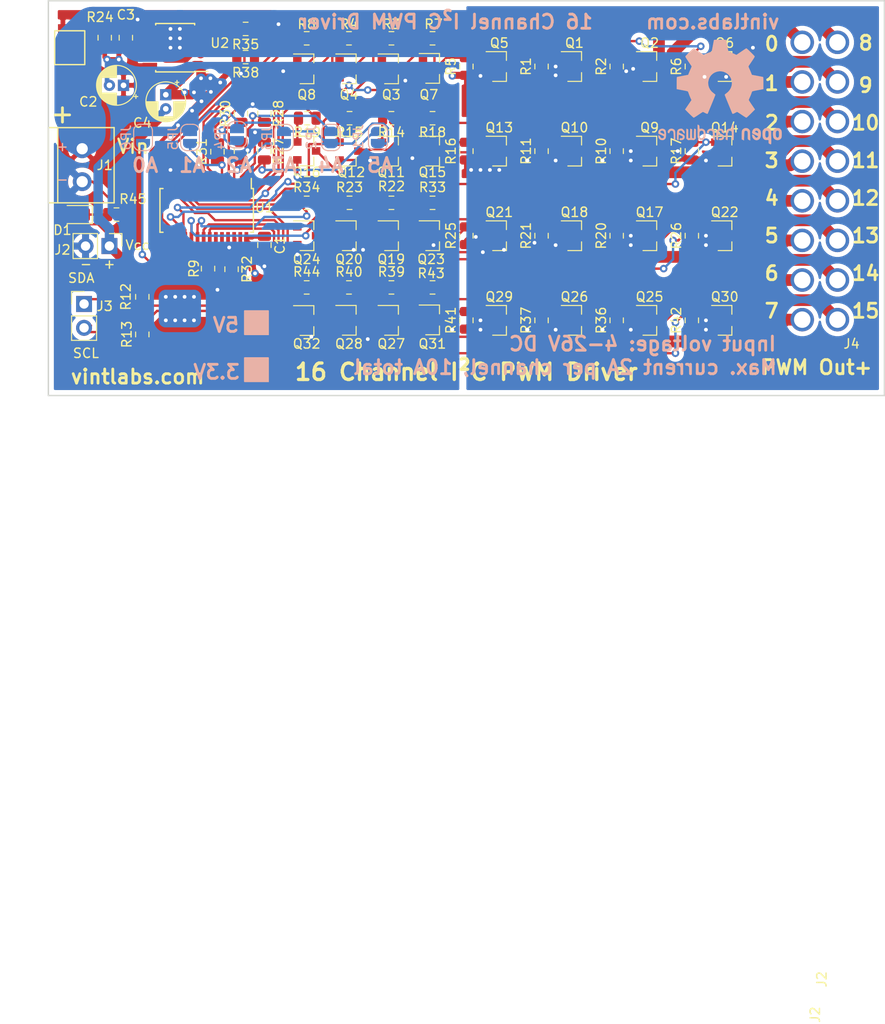
<source format=kicad_pcb>
(kicad_pcb (version 20171130) (host pcbnew 5.1.0)
  (layers (0 F.Cu signal) (31 B.Cu signal) (34 B.Paste user) (35 F.Paste user) (36 B.SilkS user) (37 F.SilkS user) (38 B.Mask user) (39 F.Mask user) (44 Edge.Cuts user))
  (net 0 "")
  (net 1 GND)
  (net 2 Sig9)
  (net 3 "Net-(Q10-Pad1)")
  (net 4 +VDC)
  (net 5 Sig10)
  (net 6 Sig11)
  (net 7 Sig12)
  (net 8 Sig13)
  (net 9 Sig14)
  (net 10 Sig15)
  (net 11 A5)
  (net 12 A4)
  (net 13 A3)
  (net 14 A2)
  (net 15 A1)
  (net 16 A0)
  (net 17 "Net-(Q16-Pad1)")
  (net 18 Sig7)
  (net 19 Sig6)
  (net 20 Sig5)
  (net 21 Sig4)
  (net 22 Sig3)
  (net 23 Sig2)
  (net 24 Sig1)
  (net 25 Sig0)
  (net 26 VCC)
  (net 27 Sig8)
  (net 28 "Net-(Q15-Pad1)")
  (net 29 "Net-(Q14-Pad1)")
  (net 30 "Net-(Q13-Pad1)")
  (net 31 "Net-(Q12-Pad1)")
  (net 32 "Net-(Q11-Pad1)")
  (net 33 SDA)
  (net 34 SCL)
  (net 35 Out11)
  (net 36 Out8)
  (net 37 Out9)
  (net 38 Out10)
  (net 39 Out12)
  (net 40 Out13)
  (net 41 Out14)
  (net 42 Out15)
  (net 43 Out6)
  (net 44 Out5)
  (net 45 Out4)
  (net 46 Out3)
  (net 47 Out2)
  (net 48 Out0)
  (net 49 Out1)
  (net 50 Out7)
  (net 51 "Net-(R35-Pad2)")
  (net 52 "Net-(Q23-Pad1)")
  (net 53 "Net-(Q32-Pad1)")
  (net 54 "Net-(Q31-Pad1)")
  (net 55 "Net-(Q30-Pad1)")
  (net 56 "Net-(Q29-Pad1)")
  (net 57 "Net-(Q28-Pad1)")
  (net 58 "Net-(Q27-Pad1)")
  (net 59 "Net-(Q26-Pad1)")
  (net 60 "Net-(Q25-Pad1)")
  (net 61 "Net-(Q24-Pad1)")
  (net 62 "Net-(Q22-Pad1)")
  (net 63 "Net-(Q21-Pad1)")
  (net 64 "Net-(Q2-Pad1)")
  (net 65 "Net-(Q19-Pad1)")
  (net 66 "Net-(Q18-Pad1)")
  (net 67 "Net-(Q17-Pad1)")
  (net 68 "Net-(Q20-Pad1)")
  (net 69 "Net-(Q1-Pad1)")
  (net 70 "Net-(Q3-Pad1)")
  (net 71 "Net-(Q4-Pad1)")
  (net 72 "Net-(Q5-Pad1)")
  (net 73 "Net-(Q6-Pad1)")
  (net 74 "Net-(Q7-Pad1)")
  (net 75 "Net-(Q8-Pad1)")
  (net 76 "Net-(R9-Pad1)")
  (net 77 "Net-(Q11-Pad3)")
  (net 78 "Net-(R24-Pad1)")
  (net 79 "Net-(D1-Pad1)")
  (module "" (layer F.Cu) (at 78 76)
    (fp_text reference "" (at 78 76) (layer F.SilkS) (effects (font (size 1.27 1.27))))
    (fp_text value "" (at 78 76) (layer F.SilkS) (effects (font (size 1.27 1.27))))
    (fp_text user J2 (at 78.33 76.1 90) (layer F.SilkS))
  )
  (module "" (layer F.Cu) (at 78 76)
    (fp_text reference "" (at 77.8 80.26) (layer F.SilkS) (effects (font (size 1.27 1.27))))
    (fp_text value "" (at 77.8 80.26) (layer F.SilkS) (effects (font (size 1.27 1.27))))
    (fp_text user J2 (at 77.63 79.86 90) (layer F.SilkS))
  )
  (module Connector_PinHeader_2.54mm:PinHeader_1x02_P2.54mm_Vertical (layer F.Cu) (at 77.8 80.26)
    (fp_text reference J3 (at 2.2 0.24) (layer F.SilkS))
    (fp_text value Screw_Terminal_01x02)
    (pad 2 thru_hole oval (at 0 2.54) (size 1.7 1.7) (drill 1) (layers *.Cu *.Mask) (net 34 SCL))
    (pad 1 thru_hole rect (at 0 0) (size 1.7 1.7) (drill 1) (layers *.Cu *.Mask) (net 33 SDA))
  )
  (module LED_SMD:LED_0805_2012Metric (layer F.Cu) (at 77 70.75 180)
    (fp_text reference D1 (at 1.5 -1.65 180) (layer F.SilkS))
    (fp_text value LED)
    (pad 1 smd roundrect (at -0.9375 0 180) (size 0.975 1.4) (layers F.Cu F.Paste F.Mask) (net 79 "Net-(D1-Pad1)"))
    (pad 2 smd roundrect (at 0.9375 0 180) (size 0.975 1.4) (layers F.Cu F.Paste F.Mask) (net 26 VCC))
  )
  (module Resistor_SMD:R_0805_2012Metric (layer F.Cu) (at 81.25 70.75)
    (fp_text reference R45 (at 1.75 -1.65) (layer F.SilkS))
    (fp_text value 1k)
    (pad 1 smd roundrect (at -0.9375 0) (size 0.975 1.4) (layers F.Cu F.Paste F.Mask) (net 79 "Net-(D1-Pad1)"))
    (pad 2 smd roundrect (at 0.9375 0) (size 0.975 1.4) (layers F.Cu F.Paste F.Mask) (net 1 GND))
  )
  (module "PWM_Conn:SCREW TERMINAL BLOCK 3.5MM 2POS" (layer F.Cu) (at 74 65.5 270)
    (fp_text reference J1 (at 0 -6) (layer F.SilkS))
    (fp_text value Screw_Terminal_01x02)
    (pad 1 thru_hole circle (at -1.75 -3.6 270) (size 2 2) (drill 1.2) (layers *.Cu *.Mask) (net 4 +VDC))
    (pad 2 thru_hole circle (at 1.75 -3.6 270) (size 2 2) (drill 1.2) (layers *.Cu *.Mask) (net 1 GND))
  )
  (module "reset:EVQ Tactile Switch" (layer F.Cu) (at 76.275 53 270)
    (fp_text reference SW1 hide)
    (fp_text value SW_Push)
    (pad 2 smd rect (at 1.8 0.725 270) (size 1.4 1.05) (layers F.Cu F.Paste F.Mask) (net 4 +VDC))
    (pad 2 smd rect (at -1.8 0.725 270) (size 1.4 1.05) (layers F.Cu F.Paste F.Mask) (net 4 +VDC))
    (pad 1 smd rect (at 1.8 -0.725 270) (size 1.4 1.05) (layers F.Cu F.Paste F.Mask) (net 78 "Net-(R24-Pad1)"))
    (pad 1 smd rect (at -1.8 -0.725 270) (size 1.4 1.05) (layers F.Cu F.Paste F.Mask) (net 78 "Net-(R24-Pad1)"))
  )
  (module Connector_PinHeader_2.54mm:PinHeader_1x02_P2.54mm_Vertical (layer F.Cu) (at 80.5 74.1 270)
    (fp_text reference J2 (at 0.4 5) (layer F.SilkS))
    (fp_text value Conn_01x02_Male)
    (pad 1 thru_hole rect (at 0 0 270) (size 1.7 1.7) (drill 1) (layers *.Cu *.Mask) (net 26 VCC))
    (pad 2 thru_hole oval (at 0 2.54 270) (size 1.7 1.7) (drill 1) (layers *.Cu *.Mask) (net 1 GND))
  )
  (module Package_SO:SOIC-8_3.9x4.9mm_P1.27mm (layer F.Cu) (at 87.5 53 180)
    (fp_text reference U2 (at -4.75 0.5 180) (layer F.SilkS))
    (fp_text value LM2931-5.0_SO8)
    (pad 8 smd rect (at 2.7 -1.905 180) (size 1.55 0.6) (layers F.Cu F.Paste F.Mask) (net 4 +VDC))
    (pad 7 smd rect (at 2.7 -0.635 180) (size 1.55 0.6) (layers F.Cu F.Paste F.Mask) (net 1 GND))
    (pad 6 smd rect (at 2.7 0.635 180) (size 1.55 0.6) (layers F.Cu F.Paste F.Mask) (net 1 GND))
    (pad 5 smd rect (at 2.7 1.905 180) (size 1.55 0.6) (layers F.Cu F.Paste F.Mask) (net 78 "Net-(R24-Pad1)"))
    (pad 4 smd rect (at -2.7 1.905 180) (size 1.55 0.6) (layers F.Cu F.Paste F.Mask) (net 51 "Net-(R35-Pad2)"))
    (pad 3 smd rect (at -2.7 0.635 180) (size 1.55 0.6) (layers F.Cu F.Paste F.Mask) (net 1 GND))
    (pad 2 smd rect (at -2.7 -0.635 180) (size 1.55 0.6) (layers F.Cu F.Paste F.Mask) (net 1 GND))
    (pad 1 smd rect (at -2.7 -1.905 180) (size 1.55 0.6) (layers F.Cu F.Paste F.Mask) (net 26 VCC))
  )
  (module PWM_Conn:PWM_Wire_Conn (layer F.Cu) (at 152 84.928572)
    (fp_text reference J4 (at 7.5 -0.428572) (layer F.SilkS))
    (fp_text value Conn_02x08_Odd_Even)
    (pad 16 thru_hole circle (at 6 -3) (size 2.5 2.5) (drill 1.75) (layers *.Cu *.Mask) (net 42 Out15))
    (pad 15 thru_hole circle (at 6 -7.21429) (size 2.5 2.5) (drill 1.75) (layers *.Cu *.Mask) (net 41 Out14))
    (pad 14 thru_hole circle (at 6 -11.428575) (size 2.5 2.5) (drill 1.75) (layers *.Cu *.Mask) (net 40 Out13))
    (pad 13 thru_hole circle (at 6 -15.64286) (size 2.5 2.5) (drill 1.75) (layers *.Cu *.Mask) (net 39 Out12))
    (pad 12 thru_hole circle (at 6 -19.857145) (size 2.5 2.5) (drill 1.75) (layers *.Cu *.Mask) (net 35 Out11))
    (pad 11 thru_hole circle (at 6 -24.07143) (size 2.5 2.5) (drill 1.75) (layers *.Cu *.Mask) (net 38 Out10))
    (pad 10 thru_hole circle (at 6 -28.285715) (size 2.5 2.5) (drill 1.75) (layers *.Cu *.Mask) (net 37 Out9))
    (pad 9 thru_hole circle (at 6 -32.5) (size 2.5 2.5) (drill 1.75) (layers *.Cu *.Mask) (net 36 Out8))
    (pad 8 thru_hole circle (at 2.25 -3) (size 2.5 2.5) (drill 1.75) (layers *.Cu *.Mask) (net 50 Out7))
    (pad 7 thru_hole circle (at 2.25 -7.21429) (size 2.5 2.5) (drill 1.75) (layers *.Cu *.Mask) (net 43 Out6))
    (pad 6 thru_hole circle (at 2.25 -11.428575) (size 2.5 2.5) (drill 1.75) (layers *.Cu *.Mask) (net 44 Out5))
    (pad 5 thru_hole circle (at 2.25 -15.64286) (size 2.5 2.5) (drill 1.75) (layers *.Cu *.Mask) (net 45 Out4))
    (pad 4 thru_hole circle (at 2.25 -19.857145) (size 2.5 2.5) (drill 1.75) (layers *.Cu *.Mask) (net 46 Out3))
    (pad 3 thru_hole circle (at 2.25 -24.07143) (size 2.5 2.5) (drill 1.75) (layers *.Cu *.Mask) (net 47 Out2))
    (pad 2 thru_hole circle (at 2.25 -28.285715) (size 2.5 2.5) (drill 1.75) (layers *.Cu *.Mask) (net 49 Out1))
    (pad 1 thru_hole circle (at 2.25 -32.5) (size 2.5 2.5) (drill 1.75) (layers *.Cu *.Mask) (net 48 Out0))
  )
  (module Capacitor_SMD:C_0805_2012Metric (layer F.Cu) (at 97 74 270)
    (fp_text reference C1 (at 0 -1.65 270) (layer F.SilkS))
    (fp_text value 0.1u)
    (pad 2 smd roundrect (at 0.9375 0 270) (size 0.975 1.4) (layers F.Cu F.Paste F.Mask) (net 1 GND))
    (pad 1 smd roundrect (at -0.9375 0 270) (size 0.975 1.4) (layers F.Cu F.Paste F.Mask) (net 26 VCC))
  )
  (module Capacitor_SMD:C_0805_2012Metric (layer F.Cu) (at 82.25 51.9375 270)
    (fp_text reference C3 (at -2.4375 0) (layer F.SilkS))
    (fp_text value 0.1u)
    (pad 1 smd roundrect (at -0.9375 0 270) (size 0.975 1.4) (layers F.Cu F.Paste F.Mask) (net 4 +VDC))
    (pad 2 smd roundrect (at 0.9375 0 270) (size 0.975 1.4) (layers F.Cu F.Paste F.Mask) (net 1 GND))
  )
  (module Capacitor_THT:CP_Radial_D4.0mm_P1.50mm (layer F.Cu) (at 82 57 180)
    (fp_text reference C2 (at 3.75 -1.75 180) (layer F.SilkS))
    (fp_text value 1u)
    (pad 2 thru_hole circle (at 1.5 0 180) (size 1.2 1.2) (drill 0.6) (layers *.Cu *.Mask) (net 1 GND))
    (pad 1 thru_hole rect (at 0 0 180) (size 1.2 1.2) (drill 0.6) (layers *.Cu *.Mask) (net 4 +VDC))
  )
  (module Capacitor_THT:CP_Radial_D4.0mm_P1.50mm (layer F.Cu) (at 86.5 58 270)
    (fp_text reference C4 (at 3 2.5) (layer F.SilkS))
    (fp_text value 100u)
    (pad 1 thru_hole rect (at 0 0 270) (size 1.2 1.2) (drill 0.6) (layers *.Cu *.Mask) (net 26 VCC))
    (pad 2 thru_hole circle (at 1.5 0 270) (size 1.2 1.2) (drill 0.6) (layers *.Cu *.Mask) (net 1 GND))
  )
  (module Package_SO:TSSOP-28_4.4x9.7mm_P0.65mm (layer F.Cu) (at 90.853957 70.307857 270)
    (fp_text reference U1 (at -0.307857 -6.146043) (layer F.SilkS))
    (fp_text value PCA9685PW)
    (pad 1 smd rect (at -2.85 -4.225 270) (size 1.1 0.4) (layers F.Cu F.Paste F.Mask) (net 16 A0))
    (pad 2 smd rect (at -2.85 -3.575 270) (size 1.1 0.4) (layers F.Cu F.Paste F.Mask) (net 15 A1))
    (pad 3 smd rect (at -2.85 -2.925 270) (size 1.1 0.4) (layers F.Cu F.Paste F.Mask) (net 14 A2))
    (pad 4 smd rect (at -2.85 -2.275 270) (size 1.1 0.4) (layers F.Cu F.Paste F.Mask) (net 13 A3))
    (pad 5 smd rect (at -2.85 -1.625 270) (size 1.1 0.4) (layers F.Cu F.Paste F.Mask) (net 12 A4))
    (pad 6 smd rect (at -2.85 -0.975 270) (size 1.1 0.4) (layers F.Cu F.Paste F.Mask) (net 25 Sig0))
    (pad 7 smd rect (at -2.85 -0.325 270) (size 1.1 0.4) (layers F.Cu F.Paste F.Mask) (net 24 Sig1))
    (pad 8 smd rect (at -2.85 0.325 270) (size 1.1 0.4) (layers F.Cu F.Paste F.Mask) (net 23 Sig2))
    (pad 9 smd rect (at -2.85 0.975 270) (size 1.1 0.4) (layers F.Cu F.Paste F.Mask) (net 22 Sig3))
    (pad 10 smd rect (at -2.85 1.625 270) (size 1.1 0.4) (layers F.Cu F.Paste F.Mask) (net 21 Sig4))
    (pad 11 smd rect (at -2.85 2.275 270) (size 1.1 0.4) (layers F.Cu F.Paste F.Mask) (net 20 Sig5))
    (pad 12 smd rect (at -2.85 2.925 270) (size 1.1 0.4) (layers F.Cu F.Paste F.Mask) (net 19 Sig6))
    (pad 13 smd rect (at -2.85 3.575 270) (size 1.1 0.4) (layers F.Cu F.Paste F.Mask) (net 18 Sig7))
    (pad 14 smd rect (at -2.85 4.225 270) (size 1.1 0.4) (layers F.Cu F.Paste F.Mask) (net 1 GND))
    (pad 15 smd rect (at 2.85 4.225 270) (size 1.1 0.4) (layers F.Cu F.Paste F.Mask) (net 27 Sig8))
    (pad 16 smd rect (at 2.85 3.575 270) (size 1.1 0.4) (layers F.Cu F.Paste F.Mask) (net 2 Sig9))
    (pad 17 smd rect (at 2.85 2.925 270) (size 1.1 0.4) (layers F.Cu F.Paste F.Mask) (net 5 Sig10))
    (pad 18 smd rect (at 2.85 2.275 270) (size 1.1 0.4) (layers F.Cu F.Paste F.Mask) (net 6 Sig11))
    (pad 19 smd rect (at 2.85 1.625 270) (size 1.1 0.4) (layers F.Cu F.Paste F.Mask) (net 7 Sig12))
    (pad 20 smd rect (at 2.85 0.975 270) (size 1.1 0.4) (layers F.Cu F.Paste F.Mask) (net 8 Sig13))
    (pad 21 smd rect (at 2.85 0.325 270) (size 1.1 0.4) (layers F.Cu F.Paste F.Mask) (net 9 Sig14))
    (pad 22 smd rect (at 2.85 -0.325 270) (size 1.1 0.4) (layers F.Cu F.Paste F.Mask) (net 10 Sig15))
    (pad 23 smd rect (at 2.85 -0.975 270) (size 1.1 0.4) (layers F.Cu F.Paste F.Mask) (net 76 "Net-(R9-Pad1)"))
    (pad 24 smd rect (at 2.85 -1.625 270) (size 1.1 0.4) (layers F.Cu F.Paste F.Mask) (net 11 A5))
    (pad 25 smd rect (at 2.85 -2.275 270) (size 1.1 0.4) (layers F.Cu F.Paste F.Mask) (net 1 GND))
    (pad 26 smd rect (at 2.85 -2.925 270) (size 1.1 0.4) (layers F.Cu F.Paste F.Mask) (net 33 SDA))
    (pad 27 smd rect (at 2.85 -3.575 270) (size 1.1 0.4) (layers F.Cu F.Paste F.Mask) (net 34 SCL))
    (pad 28 smd rect (at 2.85 -4.225 270) (size 1.1 0.4) (layers F.Cu F.Paste F.Mask) (net 26 VCC))
  )
  (module Package_TO_SOT_SMD:SOT-23 (layer F.Cu) (at 106 73)
    (fp_text reference Q20 (at 0 2.5) (layer F.SilkS))
    (fp_text value BC817)
    (pad 3 smd rect (at 1 0) (size 0.9 0.8) (layers F.Cu F.Paste F.Mask) (net 66 "Net-(Q18-Pad1)"))
    (pad 2 smd rect (at -1 0.95) (size 0.9 0.8) (layers F.Cu F.Paste F.Mask) (net 1 GND))
    (pad 1 smd rect (at -1 -0.95) (size 0.9 0.8) (layers F.Cu F.Paste F.Mask) (net 68 "Net-(Q20-Pad1)"))
  )
  (module Package_TO_SOT_SMD:SOT-23 (layer F.Cu) (at 114.875 55.2)
    (fp_text reference Q7 (at -0.375 2.8) (layer F.SilkS))
    (fp_text value BC817)
    (pad 1 smd rect (at -1 -0.95) (size 0.9 0.8) (layers F.Cu F.Paste F.Mask) (net 74 "Net-(Q7-Pad1)"))
    (pad 2 smd rect (at -1 0.95) (size 0.9 0.8) (layers F.Cu F.Paste F.Mask) (net 1 GND))
    (pad 3 smd rect (at 1 0) (size 0.9 0.8) (layers F.Cu F.Paste F.Mask) (net 72 "Net-(Q5-Pad1)"))
  )
  (module Package_TO_SOT_SMD:SOT-23 (layer F.Cu) (at 146 55)
    (fp_text reference Q6 (at 0 -2.5) (layer F.SilkS))
    (fp_text value DMG2305UX)
    (pad 3 smd rect (at 1 0) (size 0.9 0.8) (layers F.Cu F.Paste F.Mask) (net 37 Out9))
    (pad 2 smd rect (at -1 0.95) (size 0.9 0.8) (layers F.Cu F.Paste F.Mask) (net 4 +VDC))
    (pad 1 smd rect (at -1 -0.95) (size 0.9 0.8) (layers F.Cu F.Paste F.Mask) (net 73 "Net-(Q6-Pad1)"))
  )
  (module Package_TO_SOT_SMD:SOT-23 (layer F.Cu) (at 122 55)
    (fp_text reference Q5 (at 0 -2.5) (layer F.SilkS))
    (fp_text value DMG2305UX)
    (pad 1 smd rect (at -1 -0.95) (size 0.9 0.8) (layers F.Cu F.Paste F.Mask) (net 72 "Net-(Q5-Pad1)"))
    (pad 2 smd rect (at -1 0.95) (size 0.9 0.8) (layers F.Cu F.Paste F.Mask) (net 4 +VDC))
    (pad 3 smd rect (at 1 0) (size 0.9 0.8) (layers F.Cu F.Paste F.Mask) (net 49 Out1))
  )
  (module Package_TO_SOT_SMD:SOT-23 (layer F.Cu) (at 106 55.25)
    (fp_text reference Q4 (at 0 2.75) (layer F.SilkS))
    (fp_text value BC817)
    (pad 3 smd rect (at 1 0) (size 0.9 0.8) (layers F.Cu F.Paste F.Mask) (net 64 "Net-(Q2-Pad1)"))
    (pad 2 smd rect (at -1 0.95) (size 0.9 0.8) (layers F.Cu F.Paste F.Mask) (net 1 GND))
    (pad 1 smd rect (at -1 -0.95) (size 0.9 0.8) (layers F.Cu F.Paste F.Mask) (net 71 "Net-(Q4-Pad1)"))
  )
  (module Package_TO_SOT_SMD:SOT-23 (layer F.Cu) (at 110.5 55.25)
    (fp_text reference Q3 (at 0 2.75) (layer F.SilkS))
    (fp_text value BC817)
    (pad 1 smd rect (at -1 -0.95) (size 0.9 0.8) (layers F.Cu F.Paste F.Mask) (net 70 "Net-(Q3-Pad1)"))
    (pad 2 smd rect (at -1 0.95) (size 0.9 0.8) (layers F.Cu F.Paste F.Mask) (net 1 GND))
    (pad 3 smd rect (at 1 0) (size 0.9 0.8) (layers F.Cu F.Paste F.Mask) (net 69 "Net-(Q1-Pad1)"))
  )
  (module Package_TO_SOT_SMD:SOT-23 (layer F.Cu) (at 138 55)
    (fp_text reference Q2 (at 0 -2.5) (layer F.SilkS))
    (fp_text value DMG2305UX)
    (pad 3 smd rect (at 1 0) (size 0.9 0.8) (layers F.Cu F.Paste F.Mask) (net 36 Out8))
    (pad 2 smd rect (at -1 0.95) (size 0.9 0.8) (layers F.Cu F.Paste F.Mask) (net 4 +VDC))
    (pad 1 smd rect (at -1 -0.95) (size 0.9 0.8) (layers F.Cu F.Paste F.Mask) (net 64 "Net-(Q2-Pad1)"))
  )
  (module Package_TO_SOT_SMD:SOT-23 (layer F.Cu) (at 101.5 55.25)
    (fp_text reference Q8 (at 0 2.75) (layer F.SilkS))
    (fp_text value BC817)
    (pad 1 smd rect (at -1 -0.95) (size 0.9 0.8) (layers F.Cu F.Paste F.Mask) (net 75 "Net-(Q8-Pad1)"))
    (pad 2 smd rect (at -1 0.95) (size 0.9 0.8) (layers F.Cu F.Paste F.Mask) (net 1 GND))
    (pad 3 smd rect (at 1 0) (size 0.9 0.8) (layers F.Cu F.Paste F.Mask) (net 73 "Net-(Q6-Pad1)"))
  )
  (module Package_TO_SOT_SMD:SOT-23 (layer F.Cu) (at 130 55)
    (fp_text reference Q1 (at 0 -2.5) (layer F.SilkS))
    (fp_text value DMG2305UX)
    (pad 3 smd rect (at 1 0) (size 0.9 0.8) (layers F.Cu F.Paste F.Mask) (net 48 Out0))
    (pad 2 smd rect (at -1 0.95) (size 0.9 0.8) (layers F.Cu F.Paste F.Mask) (net 4 +VDC))
    (pad 1 smd rect (at -1 -0.95) (size 0.9 0.8) (layers F.Cu F.Paste F.Mask) (net 69 "Net-(Q1-Pad1)"))
  )
  (module Package_TO_SOT_SMD:SOT-23 (layer F.Cu) (at 138 73)
    (fp_text reference Q17 (at 0 -2.5) (layer F.SilkS))
    (fp_text value DMG2305UX)
    (pad 3 smd rect (at 1 0) (size 0.9 0.8) (layers F.Cu F.Paste F.Mask) (net 45 Out4))
    (pad 2 smd rect (at -1 0.95) (size 0.9 0.8) (layers F.Cu F.Paste F.Mask) (net 4 +VDC))
    (pad 1 smd rect (at -1 -0.95) (size 0.9 0.8) (layers F.Cu F.Paste F.Mask) (net 67 "Net-(Q17-Pad1)"))
  )
  (module Package_TO_SOT_SMD:SOT-23 (layer F.Cu) (at 110.5 73)
    (fp_text reference Q19 (at 0 2.5) (layer F.SilkS))
    (fp_text value BC817)
    (pad 3 smd rect (at 1 0) (size 0.9 0.8) (layers F.Cu F.Paste F.Mask) (net 67 "Net-(Q17-Pad1)"))
    (pad 2 smd rect (at -1 0.95) (size 0.9 0.8) (layers F.Cu F.Paste F.Mask) (net 1 GND))
    (pad 1 smd rect (at -1 -0.95) (size 0.9 0.8) (layers F.Cu F.Paste F.Mask) (net 65 "Net-(Q19-Pad1)"))
  )
  (module Package_TO_SOT_SMD:SOT-23 (layer F.Cu) (at 101.5 73)
    (fp_text reference Q24 (at 0 2.5) (layer F.SilkS))
    (fp_text value BC817)
    (pad 3 smd rect (at 1 0) (size 0.9 0.8) (layers F.Cu F.Paste F.Mask) (net 62 "Net-(Q22-Pad1)"))
    (pad 2 smd rect (at -1 0.95) (size 0.9 0.8) (layers F.Cu F.Paste F.Mask) (net 1 GND))
    (pad 1 smd rect (at -1 -0.95) (size 0.9 0.8) (layers F.Cu F.Paste F.Mask) (net 61 "Net-(Q24-Pad1)"))
  )
  (module Package_TO_SOT_SMD:SOT-23 (layer F.Cu) (at 114.875 72.998551)
    (fp_text reference Q23 (at -0.125 2.501449) (layer F.SilkS))
    (fp_text value BC817)
    (pad 3 smd rect (at 1 0) (size 0.9 0.8) (layers F.Cu F.Paste F.Mask) (net 63 "Net-(Q21-Pad1)"))
    (pad 2 smd rect (at -1 0.95) (size 0.9 0.8) (layers F.Cu F.Paste F.Mask) (net 1 GND))
    (pad 1 smd rect (at -1 -0.95) (size 0.9 0.8) (layers F.Cu F.Paste F.Mask) (net 52 "Net-(Q23-Pad1)"))
  )
  (module Package_TO_SOT_SMD:SOT-23 (layer F.Cu) (at 146 73)
    (fp_text reference Q22 (at 0 -2.5) (layer F.SilkS))
    (fp_text value DMG2305UX)
    (pad 3 smd rect (at 1 0) (size 0.9 0.8) (layers F.Cu F.Paste F.Mask) (net 40 Out13))
    (pad 2 smd rect (at -1 0.95) (size 0.9 0.8) (layers F.Cu F.Paste F.Mask) (net 4 +VDC))
    (pad 1 smd rect (at -1 -0.95) (size 0.9 0.8) (layers F.Cu F.Paste F.Mask) (net 62 "Net-(Q22-Pad1)"))
  )
  (module Package_TO_SOT_SMD:SOT-23 (layer F.Cu) (at 130 73)
    (fp_text reference Q18 (at 0 -2.5) (layer F.SilkS))
    (fp_text value DMG2305UX)
    (pad 3 smd rect (at 1 0) (size 0.9 0.8) (layers F.Cu F.Paste F.Mask) (net 39 Out12))
    (pad 2 smd rect (at -1 0.95) (size 0.9 0.8) (layers F.Cu F.Paste F.Mask) (net 4 +VDC))
    (pad 1 smd rect (at -1 -0.95) (size 0.9 0.8) (layers F.Cu F.Paste F.Mask) (net 66 "Net-(Q18-Pad1)"))
  )
  (module Package_TO_SOT_SMD:SOT-23 (layer F.Cu) (at 122 73)
    (fp_text reference Q21 (at 0 -2.5) (layer F.SilkS))
    (fp_text value DMG2305UX)
    (pad 3 smd rect (at 1 0) (size 0.9 0.8) (layers F.Cu F.Paste F.Mask) (net 44 Out5))
    (pad 2 smd rect (at -1 0.95) (size 0.9 0.8) (layers F.Cu F.Paste F.Mask) (net 4 +VDC))
    (pad 1 smd rect (at -1 -0.95) (size 0.9 0.8) (layers F.Cu F.Paste F.Mask) (net 63 "Net-(Q21-Pad1)"))
  )
  (module Jumper:SolderJumper-2_P1.3mm_Open_RoundedPad1.0x1.5mm (layer B.Cu) (at 84.0799 62.550557 270)
    (fp_text reference JP6 (at 0 1.8 270) (layer B.SilkS) (effects (justify mirror)))
    (fp_text value SolderJumper_2_Open)
    (pad 1 smd custom (at -0.65 0 270) (size 1 0.5) (layers B.Cu B.Mask) (net 26 VCC) (options (clearance outline) (anchor rect)) (primitives (gr_circle (center 0 -0.25) (end 0.5 -0.25) (width 0)) (gr_circle (center 0 0.25) (end 0.5 0.25) (width 0)) (gr_poly (pts (xy 0 0.75) (xy 0.5 0.75) (xy 0.5 -0.75) (xy 0 -0.75)) (width 0))))
    (pad 2 smd custom (at 0.65 0 270) (size 1 0.5) (layers B.Cu B.Mask) (net 11 A5) (options (clearance outline) (anchor rect)) (primitives (gr_circle (center 0 -0.25) (end 0.5 -0.25) (width 0)) (gr_circle (center 0 0.25) (end 0.5 0.25) (width 0)) (gr_poly (pts (xy 0 0.75) (xy -0.5 0.75) (xy -0.5 -0.75) (xy 0 -0.75)) (width 0))))
  )
  (module Jumper:SolderJumper-2_P1.3mm_Open_RoundedPad1.0x1.5mm (layer B.Cu) (at 89.0799 62.550557 270)
    (fp_text reference JP5 (at 0 1.8 270) (layer B.SilkS) (effects (justify mirror)))
    (fp_text value SolderJumper_2_Open)
    (pad 2 smd custom (at 0.65 0 270) (size 1 0.5) (layers B.Cu B.Mask) (net 12 A4) (options (clearance outline) (anchor rect)) (primitives (gr_circle (center 0 -0.25) (end 0.5 -0.25) (width 0)) (gr_circle (center 0 0.25) (end 0.5 0.25) (width 0)) (gr_poly (pts (xy 0 0.75) (xy -0.5 0.75) (xy -0.5 -0.75) (xy 0 -0.75)) (width 0))))
    (pad 1 smd custom (at -0.65 0 270) (size 1 0.5) (layers B.Cu B.Mask) (net 26 VCC) (options (clearance outline) (anchor rect)) (primitives (gr_circle (center 0 -0.25) (end 0.5 -0.25) (width 0)) (gr_circle (center 0 0.25) (end 0.5 0.25) (width 0)) (gr_poly (pts (xy 0 0.75) (xy 0.5 0.75) (xy 0.5 -0.75) (xy 0 -0.75)) (width 0))))
  )
  (module Jumper:SolderJumper-2_P1.3mm_Open_RoundedPad1.0x1.5mm (layer B.Cu) (at 99.0799 62.550557 270)
    (fp_text reference JP3 (at 0 1.8 270) (layer B.SilkS) (effects (justify mirror)))
    (fp_text value SolderJumper_2_Open)
    (pad 1 smd custom (at -0.65 0 270) (size 1 0.5) (layers B.Cu B.Mask) (net 26 VCC) (options (clearance outline) (anchor rect)) (primitives (gr_circle (center 0 -0.25) (end 0.5 -0.25) (width 0)) (gr_circle (center 0 0.25) (end 0.5 0.25) (width 0)) (gr_poly (pts (xy 0 0.75) (xy 0.5 0.75) (xy 0.5 -0.75) (xy 0 -0.75)) (width 0))))
    (pad 2 smd custom (at 0.65 0 270) (size 1 0.5) (layers B.Cu B.Mask) (net 14 A2) (options (clearance outline) (anchor rect)) (primitives (gr_circle (center 0 -0.25) (end 0.5 -0.25) (width 0)) (gr_circle (center 0 0.25) (end 0.5 0.25) (width 0)) (gr_poly (pts (xy 0 0.75) (xy -0.5 0.75) (xy -0.5 -0.75) (xy 0 -0.75)) (width 0))))
  )
  (module Jumper:SolderJumper-2_P1.3mm_Open_RoundedPad1.0x1.5mm (layer B.Cu) (at 104.0799 62.550557 90)
    (fp_text reference JP2 (at 0.050557 -2.0799 90) (layer B.SilkS) (effects (justify mirror)))
    (fp_text value SolderJumper_2_Open)
    (pad 2 smd custom (at 0.65 0 90) (size 1 0.5) (layers B.Cu B.Mask) (net 15 A1) (options (clearance outline) (anchor rect)) (primitives (gr_circle (center 0 -0.25) (end 0.5 -0.25) (width 0)) (gr_circle (center 0 0.25) (end 0.5 0.25) (width 0)) (gr_poly (pts (xy 0 0.75) (xy -0.5 0.75) (xy -0.5 -0.75) (xy 0 -0.75)) (width 0))))
    (pad 1 smd custom (at -0.65 0 90) (size 1 0.5) (layers B.Cu B.Mask) (net 26 VCC) (options (clearance outline) (anchor rect)) (primitives (gr_circle (center 0 -0.25) (end 0.5 -0.25) (width 0)) (gr_circle (center 0 0.25) (end 0.5 0.25) (width 0)) (gr_poly (pts (xy 0 0.75) (xy 0.5 0.75) (xy 0.5 -0.75) (xy 0 -0.75)) (width 0))))
  )
  (module Jumper:SolderJumper-2_P1.3mm_Open_RoundedPad1.0x1.5mm (layer B.Cu) (at 109.0799 62.550557 90)
    (fp_text reference JP1 (at 0.050557 -2.0799 90) (layer B.SilkS) (effects (justify mirror)))
    (fp_text value SolderJumper_2_Open)
    (pad 1 smd custom (at -0.65 0 90) (size 1 0.5) (layers B.Cu B.Mask) (net 26 VCC) (options (clearance outline) (anchor rect)) (primitives (gr_circle (center 0 -0.25) (end 0.5 -0.25) (width 0)) (gr_circle (center 0 0.25) (end 0.5 0.25) (width 0)) (gr_poly (pts (xy 0 0.75) (xy 0.5 0.75) (xy 0.5 -0.75) (xy 0 -0.75)) (width 0))))
    (pad 2 smd custom (at 0.65 0 90) (size 1 0.5) (layers B.Cu B.Mask) (net 16 A0) (options (clearance outline) (anchor rect)) (primitives (gr_circle (center 0 -0.25) (end 0.5 -0.25) (width 0)) (gr_circle (center 0 0.25) (end 0.5 0.25) (width 0)) (gr_poly (pts (xy 0 0.75) (xy -0.5 0.75) (xy -0.5 -0.75) (xy 0 -0.75)) (width 0))))
  )
  (module Jumper:SolderJumper-2_P1.3mm_Open_RoundedPad1.0x1.5mm (layer B.Cu) (at 94.0799 62.25 270)
    (fp_text reference JP4 (at 0.25 1.8 270) (layer B.SilkS) (effects (justify mirror)))
    (fp_text value SolderJumper_2_Open)
    (pad 2 smd custom (at 0.65 0 270) (size 1 0.5) (layers B.Cu B.Mask) (net 13 A3) (options (clearance outline) (anchor rect)) (primitives (gr_circle (center 0 -0.25) (end 0.5 -0.25) (width 0)) (gr_circle (center 0 0.25) (end 0.5 0.25) (width 0)) (gr_poly (pts (xy 0 0.75) (xy -0.5 0.75) (xy -0.5 -0.75) (xy 0 -0.75)) (width 0))))
    (pad 1 smd custom (at -0.65 0 270) (size 1 0.5) (layers B.Cu B.Mask) (net 26 VCC) (options (clearance outline) (anchor rect)) (primitives (gr_circle (center 0 -0.25) (end 0.5 -0.25) (width 0)) (gr_circle (center 0 0.25) (end 0.5 0.25) (width 0)) (gr_poly (pts (xy 0 0.75) (xy 0.5 0.75) (xy 0.5 -0.75) (xy 0 -0.75)) (width 0))))
  )
  (module Package_TO_SOT_SMD:SOT-23 (layer F.Cu) (at 101.5 63.981049)
    (fp_text reference Q16 (at 0 2.268951) (layer F.SilkS))
    (fp_text value BC817)
    (pad 3 smd rect (at 1 0) (size 0.9 0.8) (layers F.Cu F.Paste F.Mask) (net 29 "Net-(Q14-Pad1)"))
    (pad 2 smd rect (at -1 0.95) (size 0.9 0.8) (layers F.Cu F.Paste F.Mask) (net 1 GND))
    (pad 1 smd rect (at -1 -0.95) (size 0.9 0.8) (layers F.Cu F.Paste F.Mask) (net 17 "Net-(Q16-Pad1)"))
  )
  (module Package_TO_SOT_SMD:SOT-23 (layer F.Cu) (at 130 64)
    (fp_text reference Q10 (at 0 -2.5) (layer F.SilkS))
    (fp_text value DMG2305UX)
    (pad 1 smd rect (at -1 -0.95) (size 0.9 0.8) (layers F.Cu F.Paste F.Mask) (net 3 "Net-(Q10-Pad1)"))
    (pad 2 smd rect (at -1 0.95) (size 0.9 0.8) (layers F.Cu F.Paste F.Mask) (net 4 +VDC))
    (pad 3 smd rect (at 1 0) (size 0.9 0.8) (layers F.Cu F.Paste F.Mask) (net 38 Out10))
  )
  (module Package_TO_SOT_SMD:SOT-23 (layer F.Cu) (at 138 64)
    (fp_text reference Q9 (at 0 -2.5) (layer F.SilkS))
    (fp_text value DMG2305UX)
    (pad 3 smd rect (at 1 0) (size 0.9 0.8) (layers F.Cu F.Paste F.Mask) (net 47 Out2))
    (pad 2 smd rect (at -1 0.95) (size 0.9 0.8) (layers F.Cu F.Paste F.Mask) (net 4 +VDC))
    (pad 1 smd rect (at -1 -0.95) (size 0.9 0.8) (layers F.Cu F.Paste F.Mask) (net 77 "Net-(Q11-Pad3)"))
  )
  (module Package_TO_SOT_SMD:SOT-23 (layer F.Cu) (at 110.5 64)
    (fp_text reference Q11 (at 0 2.25) (layer F.SilkS))
    (fp_text value BC817)
    (pad 1 smd rect (at -1 -0.95) (size 0.9 0.8) (layers F.Cu F.Paste F.Mask) (net 32 "Net-(Q11-Pad1)"))
    (pad 2 smd rect (at -1 0.95) (size 0.9 0.8) (layers F.Cu F.Paste F.Mask) (net 1 GND))
    (pad 3 smd rect (at 1 0) (size 0.9 0.8) (layers F.Cu F.Paste F.Mask) (net 77 "Net-(Q11-Pad3)"))
  )
  (module Package_TO_SOT_SMD:SOT-23 (layer F.Cu) (at 106 64)
    (fp_text reference Q12 (at 0.25 2.25) (layer F.SilkS))
    (fp_text value BC817)
    (pad 3 smd rect (at 1 0) (size 0.9 0.8) (layers F.Cu F.Paste F.Mask) (net 3 "Net-(Q10-Pad1)"))
    (pad 2 smd rect (at -1 0.95) (size 0.9 0.8) (layers F.Cu F.Paste F.Mask) (net 1 GND))
    (pad 1 smd rect (at -1 -0.95) (size 0.9 0.8) (layers F.Cu F.Paste F.Mask) (net 31 "Net-(Q12-Pad1)"))
  )
  (module Package_TO_SOT_SMD:SOT-23 (layer F.Cu) (at 122 64)
    (fp_text reference Q13 (at 0 -2.5) (layer F.SilkS))
    (fp_text value DMG2305UX)
    (pad 1 smd rect (at -1 -0.95) (size 0.9 0.8) (layers F.Cu F.Paste F.Mask) (net 30 "Net-(Q13-Pad1)"))
    (pad 2 smd rect (at -1 0.95) (size 0.9 0.8) (layers F.Cu F.Paste F.Mask) (net 4 +VDC))
    (pad 3 smd rect (at 1 0) (size 0.9 0.8) (layers F.Cu F.Paste F.Mask) (net 46 Out3))
  )
  (module Package_TO_SOT_SMD:SOT-23 (layer F.Cu) (at 146 64)
    (fp_text reference Q14 (at 0 -2.5) (layer F.SilkS))
    (fp_text value DMG2305UX)
    (pad 3 smd rect (at 1 0) (size 0.9 0.8) (layers F.Cu F.Paste F.Mask) (net 35 Out11))
    (pad 2 smd rect (at -1 0.95) (size 0.9 0.8) (layers F.Cu F.Paste F.Mask) (net 4 +VDC))
    (pad 1 smd rect (at -1 -0.95) (size 0.9 0.8) (layers F.Cu F.Paste F.Mask) (net 29 "Net-(Q14-Pad1)"))
  )
  (module Package_TO_SOT_SMD:SOT-23 (layer F.Cu) (at 114.875 64)
    (fp_text reference Q15 (at 0 2.25) (layer F.SilkS))
    (fp_text value BC817)
    (pad 3 smd rect (at 1 0) (size 0.9 0.8) (layers F.Cu F.Paste F.Mask) (net 30 "Net-(Q13-Pad1)"))
    (pad 2 smd rect (at -1 0.95) (size 0.9 0.8) (layers F.Cu F.Paste F.Mask) (net 1 GND))
    (pad 1 smd rect (at -1 -0.95) (size 0.9 0.8) (layers F.Cu F.Paste F.Mask) (net 28 "Net-(Q15-Pad1)"))
  )
  (module Package_TO_SOT_SMD:SOT-23 (layer F.Cu) (at 101.5 82.023426)
    (fp_text reference Q32 (at 0 2.476574) (layer F.SilkS))
    (fp_text value BC817)
    (pad 3 smd rect (at 1 0) (size 0.9 0.8) (layers F.Cu F.Paste F.Mask) (net 55 "Net-(Q30-Pad1)"))
    (pad 2 smd rect (at -1 0.95) (size 0.9 0.8) (layers F.Cu F.Paste F.Mask) (net 1 GND))
    (pad 1 smd rect (at -1 -0.95) (size 0.9 0.8) (layers F.Cu F.Paste F.Mask) (net 53 "Net-(Q32-Pad1)"))
  )
  (module Package_TO_SOT_SMD:SOT-23 (layer F.Cu) (at 114.875 81.955372)
    (fp_text reference Q31 (at 0 2.544628) (layer F.SilkS))
    (fp_text value BC817)
    (pad 1 smd rect (at -1 -0.95) (size 0.9 0.8) (layers F.Cu F.Paste F.Mask) (net 54 "Net-(Q31-Pad1)"))
    (pad 2 smd rect (at -1 0.95) (size 0.9 0.8) (layers F.Cu F.Paste F.Mask) (net 1 GND))
    (pad 3 smd rect (at 1 0) (size 0.9 0.8) (layers F.Cu F.Paste F.Mask) (net 56 "Net-(Q29-Pad1)"))
  )
  (module Package_TO_SOT_SMD:SOT-23 (layer F.Cu) (at 146 82)
    (fp_text reference Q30 (at 0 -2.5) (layer F.SilkS))
    (fp_text value DMG2305UX)
    (pad 3 smd rect (at 1 0) (size 0.9 0.8) (layers F.Cu F.Paste F.Mask) (net 42 Out15))
    (pad 2 smd rect (at -1 0.95) (size 0.9 0.8) (layers F.Cu F.Paste F.Mask) (net 4 +VDC))
    (pad 1 smd rect (at -1 -0.95) (size 0.9 0.8) (layers F.Cu F.Paste F.Mask) (net 55 "Net-(Q30-Pad1)"))
  )
  (module Package_TO_SOT_SMD:SOT-23 (layer F.Cu) (at 122 82)
    (fp_text reference Q29 (at 0 -2.5) (layer F.SilkS))
    (fp_text value DMG2305UX)
    (pad 1 smd rect (at -1 -0.95) (size 0.9 0.8) (layers F.Cu F.Paste F.Mask) (net 56 "Net-(Q29-Pad1)"))
    (pad 2 smd rect (at -1 0.95) (size 0.9 0.8) (layers F.Cu F.Paste F.Mask) (net 4 +VDC))
    (pad 3 smd rect (at 1 0) (size 0.9 0.8) (layers F.Cu F.Paste F.Mask) (net 50 Out7))
  )
  (module Package_TO_SOT_SMD:SOT-23 (layer F.Cu) (at 110.5 82)
    (fp_text reference Q27 (at 0 2.5) (layer F.SilkS))
    (fp_text value BC817)
    (pad 3 smd rect (at 1 0) (size 0.9 0.8) (layers F.Cu F.Paste F.Mask) (net 60 "Net-(Q25-Pad1)"))
    (pad 2 smd rect (at -1 0.95) (size 0.9 0.8) (layers F.Cu F.Paste F.Mask) (net 1 GND))
    (pad 1 smd rect (at -1 -0.95) (size 0.9 0.8) (layers F.Cu F.Paste F.Mask) (net 58 "Net-(Q27-Pad1)"))
  )
  (module Package_TO_SOT_SMD:SOT-23 (layer F.Cu) (at 130 82)
    (fp_text reference Q26 (at 0 -2.5) (layer F.SilkS))
    (fp_text value DMG2305UX)
    (pad 1 smd rect (at -1 -0.95) (size 0.9 0.8) (layers F.Cu F.Paste F.Mask) (net 59 "Net-(Q26-Pad1)"))
    (pad 2 smd rect (at -1 0.95) (size 0.9 0.8) (layers F.Cu F.Paste F.Mask) (net 4 +VDC))
    (pad 3 smd rect (at 1 0) (size 0.9 0.8) (layers F.Cu F.Paste F.Mask) (net 41 Out14))
  )
  (module Package_TO_SOT_SMD:SOT-23 (layer F.Cu) (at 138 82)
    (fp_text reference Q25 (at 0 -2.5) (layer F.SilkS))
    (fp_text value DMG2305UX)
    (pad 3 smd rect (at 1 0) (size 0.9 0.8) (layers F.Cu F.Paste F.Mask) (net 43 Out6))
    (pad 2 smd rect (at -1 0.95) (size 0.9 0.8) (layers F.Cu F.Paste F.Mask) (net 4 +VDC))
    (pad 1 smd rect (at -1 -0.95) (size 0.9 0.8) (layers F.Cu F.Paste F.Mask) (net 60 "Net-(Q25-Pad1)"))
  )
  (module Package_TO_SOT_SMD:SOT-23 (layer F.Cu) (at 106 81.996835)
    (fp_text reference Q28 (at 0 2.503165) (layer F.SilkS))
    (fp_text value BC817)
    (pad 1 smd rect (at -1 -0.95) (size 0.9 0.8) (layers F.Cu F.Paste F.Mask) (net 57 "Net-(Q28-Pad1)"))
    (pad 2 smd rect (at -1 0.95) (size 0.9 0.8) (layers F.Cu F.Paste F.Mask) (net 1 GND))
    (pad 3 smd rect (at 1 0) (size 0.9 0.8) (layers F.Cu F.Paste F.Mask) (net 59 "Net-(Q26-Pad1)"))
  )
  (module Resistor_SMD:R_0805_2012Metric (layer F.Cu) (at 118.5 55 90)
    (fp_text reference R5 (at 0 -1.65 90) (layer F.SilkS))
    (fp_text value R)
    (pad 2 smd roundrect (at 0.9375 0 90) (size 0.975 1.4) (layers F.Cu F.Paste F.Mask) (net 72 "Net-(Q5-Pad1)"))
    (pad 1 smd roundrect (at -0.9375 0 90) (size 0.975 1.4) (layers F.Cu F.Paste F.Mask) (net 4 +VDC))
  )
  (module Resistor_SMD:R_0805_2012Metric (layer F.Cu) (at 110.52 52)
    (fp_text reference R3 (at 0 -1.5) (layer F.SilkS))
    (fp_text value R)
    (pad 1 smd roundrect (at -0.9375 0) (size 0.975 1.4) (layers F.Cu F.Paste F.Mask) (net 25 Sig0))
    (pad 2 smd roundrect (at 0.9375 0) (size 0.975 1.4) (layers F.Cu F.Paste F.Mask) (net 70 "Net-(Q3-Pad1)"))
  )
  (module Resistor_SMD:R_0805_2012Metric (layer F.Cu) (at 134.5 55 90)
    (fp_text reference R2 (at 0 -1.65 90) (layer F.SilkS))
    (fp_text value R)
    (pad 2 smd roundrect (at 0.9375 0 90) (size 0.975 1.4) (layers F.Cu F.Paste F.Mask) (net 64 "Net-(Q2-Pad1)"))
    (pad 1 smd roundrect (at -0.9375 0 90) (size 0.975 1.4) (layers F.Cu F.Paste F.Mask) (net 4 +VDC))
  )
  (module Resistor_SMD:R_0805_2012Metric (layer F.Cu) (at 93.5 76.5625 270)
    (fp_text reference R32 (at 0 -1.65 270) (layer F.SilkS))
    (fp_text value 10k)
    (pad 1 smd roundrect (at -0.9375 0 270) (size 0.975 1.4) (layers F.Cu F.Paste F.Mask) (net 11 A5))
    (pad 2 smd roundrect (at 0.9375 0 270) (size 0.975 1.4) (layers F.Cu F.Paste F.Mask) (net 1 GND))
  )
  (module Resistor_SMD:R_0805_2012Metric (layer F.Cu) (at 118.5 64 90)
    (fp_text reference R16 (at 0 -1.65 90) (layer F.SilkS))
    (fp_text value R)
    (pad 2 smd roundrect (at 0.9375 0 90) (size 0.975 1.4) (layers F.Cu F.Paste F.Mask) (net 30 "Net-(Q13-Pad1)"))
    (pad 1 smd roundrect (at -0.9375 0 90) (size 0.975 1.4) (layers F.Cu F.Paste F.Mask) (net 4 +VDC))
  )
  (module Resistor_SMD:R_0805_2012Metric (layer F.Cu) (at 142.5 64 90)
    (fp_text reference R17 (at 0 -1.65 90) (layer F.SilkS))
    (fp_text value R)
    (pad 1 smd roundrect (at -0.9375 0 90) (size 0.975 1.4) (layers F.Cu F.Paste F.Mask) (net 4 +VDC))
    (pad 2 smd roundrect (at 0.9375 0 90) (size 0.975 1.4) (layers F.Cu F.Paste F.Mask) (net 29 "Net-(Q14-Pad1)"))
  )
  (module Resistor_SMD:R_0805_2012Metric (layer F.Cu) (at 114.895 60.5 180)
    (fp_text reference R18 (at 0 -1.5 180) (layer F.SilkS))
    (fp_text value R)
    (pad 2 smd roundrect (at 0.9375 0 180) (size 0.975 1.4) (layers F.Cu F.Paste F.Mask) (net 28 "Net-(Q15-Pad1)"))
    (pad 1 smd roundrect (at -0.9375 0 180) (size 0.975 1.4) (layers F.Cu F.Paste F.Mask) (net 22 Sig3))
  )
  (module Resistor_SMD:R_0805_2012Metric (layer F.Cu) (at 101.5625 60.5 180)
    (fp_text reference R19 (at 0 -1.5 180) (layer F.SilkS))
    (fp_text value R)
    (pad 1 smd roundrect (at -0.9375 0 180) (size 0.975 1.4) (layers F.Cu F.Paste F.Mask) (net 6 Sig11))
    (pad 2 smd roundrect (at 0.9375 0 180) (size 0.975 1.4) (layers F.Cu F.Paste F.Mask) (net 17 "Net-(Q16-Pad1)"))
  )
  (module Resistor_SMD:R_0805_2012Metric (layer F.Cu) (at 134.5 73 90)
    (fp_text reference R20 (at 0 -1.65 90) (layer F.SilkS))
    (fp_text value R)
    (pad 2 smd roundrect (at 0.9375 0 90) (size 0.975 1.4) (layers F.Cu F.Paste F.Mask) (net 67 "Net-(Q17-Pad1)"))
    (pad 1 smd roundrect (at -0.9375 0 90) (size 0.975 1.4) (layers F.Cu F.Paste F.Mask) (net 4 +VDC))
  )
  (module Resistor_SMD:R_0805_2012Metric (layer F.Cu) (at 110.52 69.5 180)
    (fp_text reference R22 (at 0 1.75 180) (layer F.SilkS))
    (fp_text value R)
    (pad 1 smd roundrect (at -0.9375 0 180) (size 0.975 1.4) (layers F.Cu F.Paste F.Mask) (net 21 Sig4))
    (pad 2 smd roundrect (at 0.9375 0 180) (size 0.975 1.4) (layers F.Cu F.Paste F.Mask) (net 65 "Net-(Q19-Pad1)"))
  )
  (module Resistor_SMD:R_0805_2012Metric (layer F.Cu) (at 106 52)
    (fp_text reference R4 (at 0 -1.5) (layer F.SilkS))
    (fp_text value R)
    (pad 2 smd roundrect (at 0.9375 0) (size 0.975 1.4) (layers F.Cu F.Paste F.Mask) (net 71 "Net-(Q4-Pad1)"))
    (pad 1 smd roundrect (at -0.9375 0) (size 0.975 1.4) (layers F.Cu F.Paste F.Mask) (net 27 Sig8))
  )
  (module Resistor_SMD:R_0805_2012Metric (layer F.Cu) (at 142.5 55 90)
    (fp_text reference R6 (at 0 -1.65 90) (layer F.SilkS))
    (fp_text value R)
    (pad 1 smd roundrect (at -0.9375 0 90) (size 0.975 1.4) (layers F.Cu F.Paste F.Mask) (net 4 +VDC))
    (pad 2 smd roundrect (at 0.9375 0 90) (size 0.975 1.4) (layers F.Cu F.Paste F.Mask) (net 73 "Net-(Q6-Pad1)"))
  )
  (module Resistor_SMD:R_0805_2012Metric (layer F.Cu) (at 114.895 52 180)
    (fp_text reference R7 (at -0.105 1.5 180) (layer F.SilkS))
    (fp_text value R)
    (pad 2 smd roundrect (at 0.9375 0 180) (size 0.975 1.4) (layers F.Cu F.Paste F.Mask) (net 74 "Net-(Q7-Pad1)"))
    (pad 1 smd roundrect (at -0.9375 0 180) (size 0.975 1.4) (layers F.Cu F.Paste F.Mask) (net 24 Sig1))
  )
  (module Resistor_SMD:R_0805_2012Metric (layer F.Cu) (at 101.5 52)
    (fp_text reference R8 (at 0 -1.5) (layer F.SilkS))
    (fp_text value R)
    (pad 1 smd roundrect (at -0.9375 0) (size 0.975 1.4) (layers F.Cu F.Paste F.Mask) (net 2 Sig9))
    (pad 2 smd roundrect (at 0.9375 0) (size 0.975 1.4) (layers F.Cu F.Paste F.Mask) (net 75 "Net-(Q8-Pad1)"))
  )
  (module Resistor_SMD:R_0805_2012Metric (layer F.Cu) (at 91 76.5 270)
    (fp_text reference R9 (at 0 1.5 270) (layer F.SilkS))
    (fp_text value 10k)
    (pad 2 smd roundrect (at 0.9375 0 270) (size 0.975 1.4) (layers F.Cu F.Paste F.Mask) (net 1 GND))
    (pad 1 smd roundrect (at -0.9375 0 270) (size 0.975 1.4) (layers F.Cu F.Paste F.Mask) (net 76 "Net-(R9-Pad1)"))
  )
  (module Resistor_SMD:R_0805_2012Metric (layer F.Cu) (at 134.5 64 90)
    (fp_text reference R10 (at 0 -1.65 90) (layer F.SilkS))
    (fp_text value R)
    (pad 1 smd roundrect (at -0.9375 0 90) (size 0.975 1.4) (layers F.Cu F.Paste F.Mask) (net 4 +VDC))
    (pad 2 smd roundrect (at 0.9375 0 90) (size 0.975 1.4) (layers F.Cu F.Paste F.Mask) (net 77 "Net-(Q11-Pad3)"))
  )
  (module Resistor_SMD:R_0805_2012Metric (layer F.Cu) (at 126.5 64 90)
    (fp_text reference R11 (at 0 -1.65 90) (layer F.SilkS))
    (fp_text value R)
    (pad 2 smd roundrect (at 0.9375 0 90) (size 0.975 1.4) (layers F.Cu F.Paste F.Mask) (net 3 "Net-(Q10-Pad1)"))
    (pad 1 smd roundrect (at -0.9375 0 90) (size 0.975 1.4) (layers F.Cu F.Paste F.Mask) (net 4 +VDC))
  )
  (module Resistor_SMD:R_0805_2012Metric (layer F.Cu) (at 84 79.5 270)
    (fp_text reference R12 (at 0 1.75 270) (layer F.SilkS))
    (fp_text value 10k)
    (pad 1 smd roundrect (at -0.9375 0 270) (size 0.975 1.4) (layers F.Cu F.Paste F.Mask) (net 26 VCC))
    (pad 2 smd roundrect (at 0.9375 0 270) (size 0.975 1.4) (layers F.Cu F.Paste F.Mask) (net 33 SDA))
  )
  (module Resistor_SMD:R_0805_2012Metric (layer F.Cu) (at 84 83.5 90)
    (fp_text reference R13 (at 0 -1.65 90) (layer F.SilkS))
    (fp_text value 10k)
    (pad 2 smd roundrect (at 0.9375 0 90) (size 0.975 1.4) (layers F.Cu F.Paste F.Mask) (net 34 SCL))
    (pad 1 smd roundrect (at -0.9375 0 90) (size 0.975 1.4) (layers F.Cu F.Paste F.Mask) (net 26 VCC))
  )
  (module Resistor_SMD:R_0805_2012Metric (layer F.Cu) (at 110.52 60.5 180)
    (fp_text reference R14 (at 0 -1.5 180) (layer F.SilkS))
    (fp_text value R)
    (pad 1 smd roundrect (at -0.9375 0 180) (size 0.975 1.4) (layers F.Cu F.Paste F.Mask) (net 23 Sig2))
    (pad 2 smd roundrect (at 0.9375 0 180) (size 0.975 1.4) (layers F.Cu F.Paste F.Mask) (net 32 "Net-(Q11-Pad1)"))
  )
  (module Resistor_SMD:R_0805_2012Metric (layer F.Cu) (at 126.5 55 90)
    (fp_text reference R1 (at 0 -1.65 90) (layer F.SilkS))
    (fp_text value R)
    (pad 2 smd roundrect (at 0.9375 0 90) (size 0.975 1.4) (layers F.Cu F.Paste F.Mask) (net 69 "Net-(Q1-Pad1)"))
    (pad 1 smd roundrect (at -0.9375 0 90) (size 0.975 1.4) (layers F.Cu F.Paste F.Mask) (net 4 +VDC))
  )
  (module Resistor_SMD:R_0805_2012Metric (layer F.Cu) (at 126.5 73 90)
    (fp_text reference R21 (at 0 -1.65 90) (layer F.SilkS))
    (fp_text value R)
    (pad 1 smd roundrect (at -0.9375 0 90) (size 0.975 1.4) (layers F.Cu F.Paste F.Mask) (net 4 +VDC))
    (pad 2 smd roundrect (at 0.9375 0 90) (size 0.975 1.4) (layers F.Cu F.Paste F.Mask) (net 66 "Net-(Q18-Pad1)"))
  )
  (module Resistor_SMD:R_0805_2012Metric (layer F.Cu) (at 134.5 82 90)
    (fp_text reference R36 (at 0 -1.65 90) (layer F.SilkS))
    (fp_text value R)
    (pad 2 smd roundrect (at 0.9375 0 90) (size 0.975 1.4) (layers F.Cu F.Paste F.Mask) (net 60 "Net-(Q25-Pad1)"))
    (pad 1 smd roundrect (at -0.9375 0 90) (size 0.975 1.4) (layers F.Cu F.Paste F.Mask) (net 4 +VDC))
  )
  (module Resistor_SMD:R_0805_2012Metric (layer F.Cu) (at 126.5 82 90)
    (fp_text reference R37 (at 0 -1.65 90) (layer F.SilkS))
    (fp_text value R)
    (pad 1 smd roundrect (at -0.9375 0 90) (size 0.975 1.4) (layers F.Cu F.Paste F.Mask) (net 4 +VDC))
    (pad 2 smd roundrect (at 0.9375 0 90) (size 0.975 1.4) (layers F.Cu F.Paste F.Mask) (net 59 "Net-(Q26-Pad1)"))
  )
  (module Resistor_SMD:R_0805_2012Metric (layer F.Cu) (at 95 54 180)
    (fp_text reference R38 (at 0 -1.65 180) (layer F.SilkS))
    (fp_text value 68k)
    (pad 2 smd roundrect (at 0.9375 0 180) (size 0.975 1.4) (layers F.Cu F.Paste F.Mask) (net 51 "Net-(R35-Pad2)"))
    (pad 1 smd roundrect (at -0.9375 0 180) (size 0.975 1.4) (layers F.Cu F.Paste F.Mask) (net 1 GND))
  )
  (module Resistor_SMD:R_0805_2012Metric (layer F.Cu) (at 110.52 78.5)
    (fp_text reference R39 (at 0 -1.65) (layer F.SilkS))
    (fp_text value R)
    (pad 1 smd roundrect (at -0.9375 0) (size 0.975 1.4) (layers F.Cu F.Paste F.Mask) (net 19 Sig6))
    (pad 2 smd roundrect (at 0.9375 0) (size 0.975 1.4) (layers F.Cu F.Paste F.Mask) (net 58 "Net-(Q27-Pad1)"))
  )
  (module Resistor_SMD:R_0805_2012Metric (layer F.Cu) (at 106 78.5)
    (fp_text reference R40 (at 0 -1.65) (layer F.SilkS))
    (fp_text value R)
    (pad 2 smd roundrect (at 0.9375 0) (size 0.975 1.4) (layers F.Cu F.Paste F.Mask) (net 57 "Net-(Q28-Pad1)"))
    (pad 1 smd roundrect (at -0.9375 0) (size 0.975 1.4) (layers F.Cu F.Paste F.Mask) (net 9 Sig14))
  )
  (module Resistor_SMD:R_0805_2012Metric (layer F.Cu) (at 118.5 82 90)
    (fp_text reference R41 (at 0 -1.65 90) (layer F.SilkS))
    (fp_text value R)
    (pad 1 smd roundrect (at -0.9375 0 90) (size 0.975 1.4) (layers F.Cu F.Paste F.Mask) (net 4 +VDC))
    (pad 2 smd roundrect (at 0.9375 0 90) (size 0.975 1.4) (layers F.Cu F.Paste F.Mask) (net 56 "Net-(Q29-Pad1)"))
  )
  (module Resistor_SMD:R_0805_2012Metric (layer F.Cu) (at 142.5 82 90)
    (fp_text reference R42 (at 0 -1.65 90) (layer F.SilkS))
    (fp_text value R)
    (pad 2 smd roundrect (at 0.9375 0 90) (size 0.975 1.4) (layers F.Cu F.Paste F.Mask) (net 55 "Net-(Q30-Pad1)"))
    (pad 1 smd roundrect (at -0.9375 0 90) (size 0.975 1.4) (layers F.Cu F.Paste F.Mask) (net 4 +VDC))
  )
  (module Resistor_SMD:R_0805_2012Metric (layer F.Cu) (at 114.895 78.5 180)
    (fp_text reference R43 (at 0.145 1.5 180) (layer F.SilkS))
    (fp_text value R)
    (pad 1 smd roundrect (at -0.9375 0 180) (size 0.975 1.4) (layers F.Cu F.Paste F.Mask) (net 18 Sig7))
    (pad 2 smd roundrect (at 0.9375 0 180) (size 0.975 1.4) (layers F.Cu F.Paste F.Mask) (net 54 "Net-(Q31-Pad1)"))
  )
  (module Resistor_SMD:R_0805_2012Metric (layer F.Cu) (at 101.5 78.5)
    (fp_text reference R44 (at 0 -1.65) (layer F.SilkS))
    (fp_text value R)
    (pad 2 smd roundrect (at 0.9375 0) (size 0.975 1.4) (layers F.Cu F.Paste F.Mask) (net 53 "Net-(Q32-Pad1)"))
    (pad 1 smd roundrect (at -0.9375 0) (size 0.975 1.4) (layers F.Cu F.Paste F.Mask) (net 10 Sig15))
  )
  (module Resistor_SMD:R_0805_2012Metric (layer F.Cu) (at 95 51 180)
    (fp_text reference R35 (at 0 -1.65 180) (layer F.SilkS))
    (fp_text value 22k)
    (pad 1 smd roundrect (at -0.9375 0 180) (size 0.975 1.4) (layers F.Cu F.Paste F.Mask) (net 26 VCC))
    (pad 2 smd roundrect (at 0.9375 0 180) (size 0.975 1.4) (layers F.Cu F.Paste F.Mask) (net 51 "Net-(R35-Pad2)"))
  )
  (module Resistor_SMD:R_0805_2012Metric (layer F.Cu) (at 101.5 69.5)
    (fp_text reference R34 (at 0 -1.65) (layer F.SilkS))
    (fp_text value R)
    (pad 2 smd roundrect (at 0.9375 0) (size 0.975 1.4) (layers F.Cu F.Paste F.Mask) (net 61 "Net-(Q24-Pad1)"))
    (pad 1 smd roundrect (at -0.9375 0) (size 0.975 1.4) (layers F.Cu F.Paste F.Mask) (net 8 Sig13))
  )
  (module Resistor_SMD:R_0805_2012Metric (layer F.Cu) (at 114.895 69.5)
    (fp_text reference R33 (at 0 -1.65) (layer F.SilkS))
    (fp_text value R)
    (pad 1 smd roundrect (at -0.9375 0) (size 0.975 1.4) (layers F.Cu F.Paste F.Mask) (net 20 Sig5))
    (pad 2 smd roundrect (at 0.9375 0) (size 0.975 1.4) (layers F.Cu F.Paste F.Mask) (net 52 "Net-(Q23-Pad1)"))
  )
  (module Resistor_SMD:R_0805_2012Metric (layer F.Cu) (at 92 64.0625 90)
    (fp_text reference R31 (at 0 -1.65 90) (layer F.SilkS))
    (fp_text value 10k)
    (pad 2 smd roundrect (at 0.9375 0 90) (size 0.975 1.4) (layers F.Cu F.Paste F.Mask) (net 1 GND))
    (pad 1 smd roundrect (at -0.9375 0 90) (size 0.975 1.4) (layers F.Cu F.Paste F.Mask) (net 12 A4))
  )
  (module Resistor_SMD:R_0805_2012Metric (layer F.Cu) (at 94.5 60 90)
    (fp_text reference R30 (at 0 -1.65 90) (layer F.SilkS))
    (fp_text value 10k)
    (pad 1 smd roundrect (at -0.9375 0 90) (size 0.975 1.4) (layers F.Cu F.Paste F.Mask) (net 13 A3))
    (pad 2 smd roundrect (at 0.9375 0 90) (size 0.975 1.4) (layers F.Cu F.Paste F.Mask) (net 1 GND))
  )
  (module Resistor_SMD:R_0805_2012Metric (layer F.Cu) (at 94.5 64 90)
    (fp_text reference R29 hide)
    (fp_text value 10k)
    (pad 2 smd roundrect (at 0.9375 0 90) (size 0.975 1.4) (layers F.Cu F.Paste F.Mask) (net 1 GND))
    (pad 1 smd roundrect (at -0.9375 0 90) (size 0.975 1.4) (layers F.Cu F.Paste F.Mask) (net 14 A2))
  )
  (module Resistor_SMD:R_0805_2012Metric (layer F.Cu) (at 97 60 90)
    (fp_text reference R28 (at 0 1.5 90) (layer F.SilkS))
    (fp_text value 10k)
    (pad 1 smd roundrect (at -0.9375 0 90) (size 0.975 1.4) (layers F.Cu F.Paste F.Mask) (net 15 A1))
    (pad 2 smd roundrect (at 0.9375 0 90) (size 0.975 1.4) (layers F.Cu F.Paste F.Mask) (net 1 GND))
  )
  (module Resistor_SMD:R_0805_2012Metric (layer F.Cu) (at 97 64 90)
    (fp_text reference R27 (at 0 1.5 90) (layer F.SilkS))
    (fp_text value 10k)
    (pad 2 smd roundrect (at 0.9375 0 90) (size 0.975 1.4) (layers F.Cu F.Paste F.Mask) (net 1 GND))
    (pad 1 smd roundrect (at -0.9375 0 90) (size 0.975 1.4) (layers F.Cu F.Paste F.Mask) (net 16 A0))
  )
  (module Resistor_SMD:R_0805_2012Metric (layer F.Cu) (at 142.5 73 90)
    (fp_text reference R26 (at 0 -1.65 90) (layer F.SilkS))
    (fp_text value R)
    (pad 1 smd roundrect (at -0.9375 0 90) (size 0.975 1.4) (layers F.Cu F.Paste F.Mask) (net 4 +VDC))
    (pad 2 smd roundrect (at 0.9375 0 90) (size 0.975 1.4) (layers F.Cu F.Paste F.Mask) (net 62 "Net-(Q22-Pad1)"))
  )
  (module Resistor_SMD:R_0805_2012Metric (layer F.Cu) (at 118.5 73 90)
    (fp_text reference R25 (at 0 -1.65 90) (layer F.SilkS))
    (fp_text value R)
    (pad 2 smd roundrect (at 0.9375 0 90) (size 0.975 1.4) (layers F.Cu F.Paste F.Mask) (net 63 "Net-(Q21-Pad1)"))
    (pad 1 smd roundrect (at -0.9375 0 90) (size 0.975 1.4) (layers F.Cu F.Paste F.Mask) (net 4 +VDC))
  )
  (module Resistor_SMD:R_0805_2012Metric (layer F.Cu) (at 80 51.9375 270)
    (fp_text reference R24 (at -2.1875 0.5) (layer F.SilkS))
    (fp_text value 10k)
    (pad 1 smd roundrect (at -0.9375 0 270) (size 0.975 1.4) (layers F.Cu F.Paste F.Mask) (net 78 "Net-(R24-Pad1)"))
    (pad 2 smd roundrect (at 0.9375 0 270) (size 0.975 1.4) (layers F.Cu F.Paste F.Mask) (net 1 GND))
  )
  (module Resistor_SMD:R_0805_2012Metric (layer F.Cu) (at 106.0625 60.5 180)
    (fp_text reference R15 (at 0 -1.5 180) (layer F.SilkS))
    (fp_text value R)
    (pad 2 smd roundrect (at 0.9375 0 180) (size 0.975 1.4) (layers F.Cu F.Paste F.Mask) (net 31 "Net-(Q12-Pad1)"))
    (pad 1 smd roundrect (at -0.9375 0 180) (size 0.975 1.4) (layers F.Cu F.Paste F.Mask) (net 5 Sig10))
  )
  (module Resistor_SMD:R_0805_2012Metric (layer F.Cu) (at 106.0625 69.5)
    (fp_text reference R23 (at 0 -1.65) (layer F.SilkS))
    (fp_text value R)
    (pad 1 smd roundrect (at -0.9375 0) (size 0.975 1.4) (layers F.Cu F.Paste F.Mask) (net 7 Sig12))
    (pad 2 smd roundrect (at 0.9375 0) (size 0.975 1.4) (layers F.Cu F.Paste F.Mask) (net 68 "Net-(Q20-Pad1)"))
  )
  (module Symbol:OSHW-Logo2_14.6x12mm_SilkScreen (layer B.Cu) (at 145.5 57.7 180)
    (fp_text reference REF** hide)
    (fp_text value OSHW-Logo2_14.6x12mm_SilkScreen hide)
  )
  (module Fiducial:Fiducial_0.75mm_Dia_1.5mm_Outer (layer F.Cu) (at 147.4 87.4)
    (fp_text reference REF** hide)
    (fp_text value Fiducial_0.75mm_Dia_1.5mm_Outer)
    (pad ~ smd circle (at 0 0) (size 0.75 0.75) (layers F.Cu F.Mask) (clearance 0.375))
  )
  (gr_text Vcc (at 83.5 74) (layer F.SilkS) (effects (font (size 1 1))))
  (gr_text + (at 80.5 76) (layer F.SilkS) (effects (font (size 1 1))))
  (gr_text - (at 78 76) (layer F.SilkS) (effects (font (size 1 1))))
  (gr_text SCL (at 78 85.5) (layer F.SilkS) (effects (font (size 1 1))))
  (gr_text SDA (at 77.5 77.5) (layer F.SilkS) (effects (font (size 1 1))))
  (gr_text Vin (at 83 63.5) (layer F.SilkS) (effects (font (size 1.5 1.5) (thickness 0.25))))
  (gr_text - (at 75.5 67) (layer B.SilkS) (effects (font (size 1 1))))
  (gr_text + (at 75.5 63.5) (layer B.SilkS) (effects (font (size 1 1))))
  (gr_text + (at 75.5 60) (layer F.SilkS) (effects (font (size 2 2) (thickness 0.3))))
  (gr_text 8 (at 161 52.5) (layer F.SilkS) (effects (font (size 1.5 1.5) (thickness 0.3))))
  (gr_text 9 (at 161 57) (layer F.SilkS) (effects (font (size 1.5 1.5) (thickness 0.3))))
  (gr_text 10 (at 161 61) (layer F.SilkS) (effects (font (size 1.5 1.5) (thickness 0.3))))
  (gr_text 11 (at 161 65) (layer F.SilkS) (effects (font (size 1.5 1.5) (thickness 0.3))))
  (gr_text 12 (at 161 69) (layer F.SilkS) (effects (font (size 1.5 1.5) (thickness 0.3))))
  (gr_text 13 (at 161 73) (layer F.SilkS) (effects (font (size 1.5 1.5) (thickness 0.3))))
  (gr_text 14 (at 161 77) (layer F.SilkS) (effects (font (size 1.5 1.5) (thickness 0.3))))
  (gr_text 15 (at 161 81) (layer F.SilkS) (effects (font (size 1.5 1.5) (thickness 0.3))))
  (gr_text 7 (at 151 81) (layer F.SilkS) (effects (font (size 1.5 1.5) (thickness 0.3))))
  (gr_text 6 (at 151 77) (layer F.SilkS) (effects (font (size 1.5 1.5) (thickness 0.3))))
  (gr_text 5 (at 151 73) (layer F.SilkS) (effects (font (size 1.5 1.5) (thickness 0.3))))
  (gr_text 4 (at 151 69) (layer F.SilkS) (effects (font (size 1.5 1.5) (thickness 0.3))))
  (gr_text 3 (at 151 65) (layer F.SilkS) (effects (font (size 1.5 1.5) (thickness 0.3))))
  (gr_text 2 (at 151 61) (layer F.SilkS) (effects (font (size 1.5 1.5) (thickness 0.3))))
  (gr_text 1 (at 151 56.8) (layer F.SilkS) (effects (font (size 1.5 1.5) (thickness 0.3))))
  (gr_text 0 (at 151 52.6) (layer F.SilkS) (effects (font (size 1.5 1.5) (thickness 0.3))))
  (gr_text "PWM Out+" (at 155.8 87) (layer F.SilkS) (effects (font (size 1.5 1.5) (thickness 0.3))))
  (gr_text vintlabs.com (at 83.5 88) (layer F.SilkS) (effects (font (size 1.5 1.5) (thickness 0.3))))
  (gr_text "16 Channel I²C PWM Driver" (at 118.5 87.5) (layer F.SilkS) (effects (font (size 1.75 1.75) (thickness 0.35))))
  (gr_text "Input voltage: 4-26V DC" (at 137.25 84.5) (layer B.SilkS) (effects (font (size 1.5 1.5) (thickness 0.3)) (justify mirror)))
  (gr_text "Max. current 2A per channel, 10A total" (at 129 87) (layer B.SilkS) (effects (font (size 1.5 1.5) (thickness 0.3)) (justify mirror)))
  (gr_text "vintlabs.com     16 Channel I²C PWM Driver" (at 126.25 50.25) (layer B.SilkS) (effects (font (size 1.5 1.5) (thickness 0.3)) (justify mirror)))
  (gr_text A5 (at 109.3 65.5) (layer B.SilkS) (effects (font (size 1.5 1.5) (thickness 0.3)) (justify mirror)))
  (gr_text A4 (at 104.05 65.5) (layer B.SilkS) (effects (font (size 1.5 1.5) (thickness 0.3)) (justify mirror)))
  (gr_text A3 (at 99.05 65.5) (layer B.SilkS) (effects (font (size 1.5 1.5) (thickness 0.3)) (justify mirror)))
  (gr_text A2 (at 94.3 65.5) (layer B.SilkS) (effects (font (size 1.5 1.5) (thickness 0.3)) (justify mirror)))
  (gr_text A1 (at 89.3 65.5) (layer B.SilkS) (effects (font (size 1.5 1.5) (thickness 0.3)) (justify mirror)))
  (gr_text A0 (at 84.3 65.5) (layer B.SilkS) (effects (font (size 1.5 1.5) (thickness 0.3)) (justify mirror)))
  (gr_text "5V\n" (at 92.9 82.5) (layer B.SilkS) (effects (font (size 1.5 1.5) (thickness 0.3)) (justify mirror)))
  (gr_text 3.3V (at 91.9 87.5) (layer B.SilkS) (effects (font (size 1.5 1.5) (thickness 0.3)) (justify mirror)))
  (gr_poly (pts (xy 94.9 81) (xy 97.4 81) (xy 97.4 83.5) (xy 94.9 83.5)) (layer B.SilkS) (width 0.15))
  (gr_poly (pts (xy 94.9 86) (xy 97.4 86) (xy 97.4 88.5) (xy 94.9 88.5)) (layer B.SilkS) (width 0.15))
  (gr_line (start 74 48) (end 163 48) (layer Edge.Cuts) (width 0.15))
  (gr_line (start 74 90) (end 74 48) (layer Edge.Cuts) (width 0.15))
  (gr_line (start 163 90) (end 74 90) (layer Edge.Cuts) (width 0.15))
  (gr_line (start 163 48) (end 163 90) (layer Edge.Cuts) (width 0.15))
  (via (at 96 62) (size 0.8) (drill 0.4) (layers F.Cu B.Cu) (net 1))
  (segment (start 90.2 53.635) (end 90.2 52.365) (width 1) (layer F.Cu) (net 1))
  (segment (start 88.528001 54.100001) (end 86.535001 54.100001) (width 1) (layer F.Cu) (net 1))
  (segment (start 86.535001 54.100001) (end 84.8 52.365) (width 1) (layer F.Cu) (net 1))
  (segment (start 90.2 52.428002) (end 88.528001 54.100001) (width 1) (layer F.Cu) (net 1))
  (segment (start 90.2 52.365) (end 90.2 52.428002) (width 1) (layer F.Cu) (net 1))
  (via (at 99 55.5) (size 0.8) (drill 0.4) (layers F.Cu B.Cu) (net 1))
  (segment (start 99.8 55.5) (end 100.5 56.2) (width 0.25) (layer F.Cu) (net 1))
  (segment (start 99 55.5) (end 99.8 55.5) (width 0.25) (layer F.Cu) (net 1))
  (segment (start 104.3 56.85) (end 104.95 56.2) (width 0.25) (layer F.Cu) (net 1))
  (segment (start 104.95 56.2) (end 105 56.2) (width 0.25) (layer F.Cu) (net 1))
  (segment (start 101.85 56.85) (end 104.3 56.85) (width 0.25) (layer F.Cu) (net 1))
  (segment (start 101.2 56.2) (end 101.85 56.85) (width 0.25) (layer F.Cu) (net 1))
  (segment (start 100.5 56.2) (end 101.2 56.2) (width 0.25) (layer F.Cu) (net 1))
  (via (at 112 56.5) (size 0.8) (drill 0.4) (layers F.Cu B.Cu) (net 1))
  (via (at 117 83) (size 0.8) (drill 0.4) (layers F.Cu B.Cu) (net 1))
  (segment (start 111.7 56.2) (end 112 56.5) (width 0.25) (layer F.Cu) (net 1))
  (segment (start 109.5 56.2) (end 111.7 56.2) (width 0.25) (layer F.Cu) (net 1))
  (segment (start 113.525 56.5) (end 113.875 56.15) (width 0.25) (layer F.Cu) (net 1))
  (segment (start 112 56.5) (end 113.525 56.5) (width 0.25) (layer F.Cu) (net 1))
  (segment (start 84.165 53) (end 84.8 52.365) (width 0.5) (layer F.Cu) (net 1))
  (via (at 80.25 54.25) (size 0.8) (drill 0.4) (layers F.Cu B.Cu) (net 1))
  (via (at 81.5 54.25) (size 0.8) (drill 0.4) (layers F.Cu B.Cu) (net 1))
  (segment (start 80 54) (end 80.25 54.25) (width 0.5) (layer F.Cu) (net 1))
  (segment (start 80 52.875) (end 80 54) (width 0.5) (layer F.Cu) (net 1))
  (segment (start 81.5 54.25) (end 80.25 54.25) (width 0.5) (layer F.Cu) (net 1))
  (segment (start 81.5 53.625) (end 82.25 52.875) (width 0.5) (layer F.Cu) (net 1))
  (segment (start 81.5 54.25) (end 81.5 53.625) (width 0.5) (layer F.Cu) (net 1))
  (segment (start 82.25 52.875) (end 80 52.875) (width 0.5) (layer F.Cu) (net 1))
  (segment (start 82.25 52.875) (end 84.375 52.875) (width 0.5) (layer F.Cu) (net 1))
  (segment (start 84.8 53.3) (end 84.8 53.635) (width 0.5) (layer F.Cu) (net 1))
  (segment (start 84.375 52.875) (end 84.8 53.3) (width 0.5) (layer F.Cu) (net 1))
  (via (at 95.75 59) (size 0.8) (drill 0.4) (layers F.Cu B.Cu) (net 1))
  (segment (start 96.9375 59) (end 97 59.0625) (width 0.25) (layer F.Cu) (net 1))
  (segment (start 95.75 59) (end 96.9375 59) (width 0.25) (layer F.Cu) (net 1))
  (segment (start 94.5625 59) (end 94.5 59.0625) (width 0.25) (layer F.Cu) (net 1))
  (segment (start 95.75 59) (end 94.5625 59) (width 0.25) (layer F.Cu) (net 1))
  (via (at 112.75 64.75) (size 0.8) (drill 0.4) (layers F.Cu B.Cu) (net 1))
  (via (at 108.25 65) (size 0.8) (drill 0.4) (layers F.Cu B.Cu) (net 1))
  (via (at 100.5 66.75) (size 0.8) (drill 0.4) (layers F.Cu B.Cu) (net 1))
  (segment (start 108.2 64.95) (end 108.25 65) (width 0.25) (layer F.Cu) (net 1))
  (segment (start 105 64.95) (end 108.2 64.95) (width 0.25) (layer F.Cu) (net 1))
  (segment (start 109.45 65) (end 109.5 64.95) (width 0.25) (layer F.Cu) (net 1))
  (segment (start 108.25 65) (end 109.45 65) (width 0.25) (layer F.Cu) (net 1))
  (segment (start 113.675 64.75) (end 113.875 64.95) (width 0.25) (layer F.Cu) (net 1))
  (segment (start 112.75 64.75) (end 113.675 64.75) (width 0.25) (layer F.Cu) (net 1))
  (segment (start 97 63.0625) (end 97 62.75) (width 0.25) (layer F.Cu) (net 1))
  (via (at 87 66) (size 0.8) (drill 0.4) (layers F.Cu B.Cu) (net 1))
  (segment (start 86.75 67.336814) (end 86.628957 67.457857) (width 0.25) (layer F.Cu) (net 1))
  (via (at 92 78.75) (size 0.8) (drill 0.4) (layers F.Cu B.Cu) (net 1))
  (segment (start 91 77.75) (end 92 78.75) (width 0.25) (layer F.Cu) (net 1))
  (segment (start 91 77.4375) (end 91 77.75) (width 0.25) (layer F.Cu) (net 1))
  (segment (start 92.25 78.75) (end 93.5 77.5) (width 0.25) (layer F.Cu) (net 1))
  (segment (start 92 78.75) (end 92.25 78.75) (width 0.25) (layer F.Cu) (net 1))
  (via (at 93.25 74.25) (size 0.8) (drill 0.4) (layers F.Cu B.Cu) (net 1))
  (segment (start 93.128957 74.128957) (end 93.25 74.25) (width 0.25) (layer F.Cu) (net 1))
  (segment (start 93.128957 73.157857) (end 93.128957 74.128957) (width 0.25) (layer F.Cu) (net 1))
  (via (at 97 76.25) (size 0.8) (drill 0.4) (layers F.Cu B.Cu) (net 1))
  (segment (start 97 76.25) (end 97 74.9375) (width 0.25) (layer F.Cu) (net 1))
  (via (at 100.5 75) (size 0.8) (drill 0.4) (layers F.Cu B.Cu) (net 1))
  (segment (start 100.5 73.95) (end 100.5 75) (width 0.25) (layer F.Cu) (net 1))
  (via (at 106.5 74.5) (size 0.8) (drill 0.4) (layers F.Cu B.Cu) (net 1))
  (via (at 107.5 74.5) (size 0.8) (drill 0.4) (layers F.Cu B.Cu) (net 1))
  (segment (start 105.95 73.95) (end 106.5 74.5) (width 0.25) (layer F.Cu) (net 1))
  (segment (start 105 73.95) (end 105.95 73.95) (width 0.25) (layer F.Cu) (net 1))
  (segment (start 106.5 74.5) (end 107.5 74.5) (width 0.25) (layer F.Cu) (net 1))
  (segment (start 108.95 74.5) (end 109.5 73.95) (width 0.25) (layer F.Cu) (net 1))
  (segment (start 107.5 74.5) (end 108.95 74.5) (width 0.25) (layer F.Cu) (net 1))
  (via (at 115 74) (size 0.8) (drill 0.4) (layers F.Cu B.Cu) (net 1))
  (segment (start 114.948551 73.948551) (end 115 74) (width 0.25) (layer F.Cu) (net 1))
  (segment (start 113.875 73.948551) (end 114.948551 73.948551) (width 0.25) (layer F.Cu) (net 1))
  (segment (start 93.7 59.0625) (end 94.5 59.0625) (width 0.25) (layer F.Cu) (net 1))
  (segment (start 92 63.125) (end 91.75 62.875) (width 0.25) (layer F.Cu) (net 1))
  (via (at 92.75 60.5) (size 0.8) (drill 0.4) (layers F.Cu B.Cu) (net 1))
  (segment (start 78.6875 67.25) (end 77.6 67.25) (width 0.25) (layer F.Cu) (net 1))
  (segment (start 82.1875 70.75) (end 78.6875 67.25) (width 0.25) (layer F.Cu) (net 1))
  (segment (start 97 63) (end 96 62) (width 0.25) (layer F.Cu) (net 1))
  (segment (start 97 63.0625) (end 97 63) (width 0.25) (layer F.Cu) (net 1))
  (segment (start 80.25 56.75) (end 80.5 57) (width 0.5) (layer B.Cu) (net 1))
  (segment (start 80.25 54.25) (end 80.25 56.75) (width 0.5) (layer B.Cu) (net 1))
  (segment (start 116.905372 82.905372) (end 117 83) (width 0.25) (layer F.Cu) (net 1))
  (segment (start 113.875 82.905372) (end 116.905372 82.905372) (width 0.25) (layer F.Cu) (net 1))
  (via (at 108 84) (size 0.8) (drill 0.4) (layers F.Cu B.Cu) (net 1))
  (via (at 102 83.75) (size 0.8) (drill 0.4) (layers F.Cu B.Cu) (net 1))
  (segment (start 101.223426 82.973426) (end 102 83.75) (width 0.25) (layer F.Cu) (net 1))
  (segment (start 100.5 82.973426) (end 101.223426 82.973426) (width 0.25) (layer F.Cu) (net 1))
  (segment (start 106.946835 82.946835) (end 108 84) (width 0.25) (layer F.Cu) (net 1))
  (segment (start 105 82.946835) (end 106.946835 82.946835) (width 0.25) (layer F.Cu) (net 1))
  (segment (start 109.05 82.95) (end 108 84) (width 0.25) (layer F.Cu) (net 1))
  (segment (start 109.5 82.95) (end 109.05 82.95) (width 0.25) (layer F.Cu) (net 1))
  (segment (start 92.350001 60.899999) (end 92.75 60.5) (width 0.25) (layer F.Cu) (net 1))
  (segment (start 92.276999 60.899999) (end 92.350001 60.899999) (width 0.25) (layer F.Cu) (net 1))
  (segment (start 91.774999 62.312499) (end 91.774999 61.401999) (width 0.25) (layer F.Cu) (net 1))
  (segment (start 91.774999 61.401999) (end 92.276999 60.899999) (width 0.25) (layer F.Cu) (net 1))
  (segment (start 92 62.5375) (end 91.774999 62.312499) (width 0.25) (layer F.Cu) (net 1))
  (segment (start 92 63.125) (end 92 62.5375) (width 0.25) (layer F.Cu) (net 1))
  (segment (start 93.0625 60.5) (end 94.5 59.0625) (width 0.25) (layer F.Cu) (net 1))
  (segment (start 92.75 60.5) (end 93.0625 60.5) (width 0.25) (layer F.Cu) (net 1))
  (via (at 94.5 55.75) (size 0.75) (drill 0.4) (layers F.Cu B.Cu) (net 1))
  (segment (start 95.9375 54.3125) (end 94.5 55.75) (width 0.25) (layer F.Cu) (net 1))
  (segment (start 95.9375 54) (end 95.9375 54.3125) (width 0.25) (layer F.Cu) (net 1))
  (segment (start 86.628957 66.371043) (end 87 66) (width 0.25) (layer F.Cu) (net 1))
  (segment (start 86.628957 67.457857) (end 86.628957 66.371043) (width 0.25) (layer F.Cu) (net 1))
  (segment (start 100.5 66.5) (end 100.25 66.75) (width 0.25) (layer F.Cu) (net 1))
  (segment (start 100.5 64.931049) (end 100.5 66.5) (width 0.25) (layer F.Cu) (net 1))
  (via (at 95.2 63.9) (size 0.75) (drill 0.4) (layers F.Cu B.Cu) (net 1))
  (segment (start 95.25 63.8125) (end 94.5 63.0625) (width 0.25) (layer F.Cu) (net 1))
  (segment (start 95.25 64) (end 95.25 63.8125) (width 0.25) (layer F.Cu) (net 1))
  (segment (start 87.278957 72.357857) (end 87.278957 73.157857) (width 0.25) (layer F.Cu) (net 2))
  (segment (start 86.103956 71.182856) (end 87.278957 72.357857) (width 0.25) (layer F.Cu) (net 2))
  (segment (start 86.103956 64.681374) (end 86.103956 71.182856) (width 0.25) (layer F.Cu) (net 2))
  (segment (start 93.78533 57) (end 86.103956 64.681374) (width 0.25) (layer F.Cu) (net 2))
  (segment (start 100.370204 52) (end 95.370204 57) (width 0.25) (layer F.Cu) (net 2))
  (segment (start 95.370204 57) (end 93.78533 57) (width 0.25) (layer F.Cu) (net 2))
  (segment (start 126.5125 63.05) (end 126.5 63.0625) (width 0.25) (layer F.Cu) (net 3))
  (segment (start 129 63.05) (end 126.5125 63.05) (width 0.25) (layer F.Cu) (net 3))
  (segment (start 124.4375 61) (end 126.5 63.0625) (width 0.25) (layer F.Cu) (net 3))
  (segment (start 117.251111 61) (end 124.4375 61) (width 0.25) (layer F.Cu) (net 3))
  (segment (start 106.759131 63.857199) (end 110.127803 63.857199) (width 0.25) (layer F.Cu) (net 3))
  (segment (start 110.127803 63.857199) (end 111.068515 62.916487) (width 0.25) (layer F.Cu) (net 3))
  (segment (start 111.068515 62.916487) (end 112.119782 62.916487) (width 0.25) (layer F.Cu) (net 3))
  (segment (start 112.119782 62.916487) (end 112.119782 62.945793) (width 0.25) (layer F.Cu) (net 3))
  (segment (start 112.119782 62.945793) (end 112.94899 63.775001) (width 0.25) (layer F.Cu) (net 3))
  (segment (start 114.47611 63.775001) (end 117.251111 61) (width 0.25) (layer F.Cu) (net 3))
  (segment (start 112.94899 63.775001) (end 114.47611 63.775001) (width 0.25) (layer F.Cu) (net 3))
  (via (at 83.5 50) (size 0.8) (drill 0.4) (layers F.Cu B.Cu) (net 4))
  (via (at 120 56) (size 0.8) (drill 0.4) (layers F.Cu B.Cu) (net 4))
  (via (at 117 56) (size 0.8) (drill 0.4) (layers F.Cu B.Cu) (net 4))
  (via (at 146.15 56.1) (size 0.8) (drill 0.4) (layers F.Cu B.Cu) (net 4))
  (via (at 143.85 56.1) (size 0.8) (drill 0.4) (layers F.Cu B.Cu) (net 4))
  (via (at 149 53) (size 0.8) (drill 0.4) (layers F.Cu B.Cu) (net 4))
  (via (at 98.5 50.5) (size 0.8) (drill 0.4) (layers F.Cu B.Cu) (net 4))
  (segment (start 136.111998 56.1) (end 135.511998 55.5) (width 5) (layer B.Cu) (net 4))
  (segment (start 145.584315 56.1) (end 146.15 56.1) (width 5) (layer B.Cu) (net 4))
  (segment (start 131.511998 51.5) (end 136.111998 56.1) (width 5) (layer B.Cu) (net 4))
  (segment (start 98 51.5) (end 131.511998 51.5) (width 5) (layer B.Cu) (net 4))
  (segment (start 146.15 56.1) (end 146.15 55.85) (width 5) (layer B.Cu) (net 4))
  (segment (start 149 53.25) (end 146.15 56.1) (width 5) (layer B.Cu) (net 4))
  (segment (start 149 53) (end 149 53.25) (width 5) (layer B.Cu) (net 4))
  (via (at 87 51) (size 0.8) (drill 0.4) (layers F.Cu B.Cu) (net 4))
  (segment (start 98 51.5) (end 88 51.5) (width 5) (layer B.Cu) (net 4))
  (segment (start 88 51.5) (end 84.5 51.5) (width 5) (layer B.Cu) (net 4))
  (via (at 88 51) (size 0.8) (drill 0.4) (layers F.Cu B.Cu) (net 4))
  (segment (start 88 51.5) (end 88 51.5) (width 5) (layer B.Cu) (net 4))
  (via (at 88 52) (size 0.8) (drill 0.4) (layers F.Cu B.Cu) (net 4))
  (segment (start 88 51.5) (end 88 51.5) (width 5) (layer B.Cu) (net 4))
  (via (at 87 52) (size 0.8) (drill 0.4) (layers F.Cu B.Cu) (net 4))
  (segment (start 88 51.5) (end 88 51.5) (width 5) (layer B.Cu) (net 4))
  (via (at 88 53) (size 0.8) (drill 0.4) (layers F.Cu B.Cu) (net 4))
  (segment (start 88 51.5) (end 88 51.5) (width 5) (layer B.Cu) (net 4))
  (via (at 87 53) (size 0.8) (drill 0.4) (layers F.Cu B.Cu) (net 4))
  (via (at 136 64) (size 0.8) (drill 0.4) (layers F.Cu B.Cu) (net 4))
  (via (at 136 65) (size 0.8) (drill 0.4) (layers F.Cu B.Cu) (net 4))
  (via (at 133 65) (size 0.8) (drill 0.4) (layers F.Cu B.Cu) (net 4))
  (via (at 141 64) (size 0.8) (drill 0.4) (layers F.Cu B.Cu) (net 4))
  (via (at 144 65) (size 0.8) (drill 0.4) (layers F.Cu B.Cu) (net 4))
  (via (at 128 65) (size 0.8) (drill 0.4) (layers F.Cu B.Cu) (net 4))
  (via (at 122 66) (size 0.8) (drill 0.4) (layers F.Cu B.Cu) (net 4))
  (via (at 121 66) (size 0.8) (drill 0.4) (layers F.Cu B.Cu) (net 4))
  (via (at 120 66) (size 0.8) (drill 0.4) (layers F.Cu B.Cu) (net 4))
  (via (at 119 66) (size 0.8) (drill 0.4) (layers F.Cu B.Cu) (net 4))
  (via (at 119.5 73.12501) (size 0.8) (drill 0.4) (layers F.Cu B.Cu) (net 4))
  (via (at 128 74) (size 0.8) (drill 0.4) (layers F.Cu B.Cu) (net 4))
  (via (at 122.5 74.5) (size 0.8) (drill 0.4) (layers F.Cu B.Cu) (net 4))
  (via (at 125.75 73.75) (size 0.8) (drill 0.4) (layers F.Cu B.Cu) (net 4))
  (via (at 136 73) (size 0.8) (drill 0.4) (layers F.Cu B.Cu) (net 4))
  (via (at 136 74) (size 0.8) (drill 0.4) (layers F.Cu B.Cu) (net 4))
  (via (at 144 74) (size 0.8) (drill 0.4) (layers F.Cu B.Cu) (net 4))
  (via (at 144 73) (size 0.8) (drill 0.4) (layers F.Cu B.Cu) (net 4))
  (via (at 144 82) (size 0.8) (drill 0.4) (layers F.Cu B.Cu) (net 4))
  (via (at 144 83) (size 0.8) (drill 0.4) (layers F.Cu B.Cu) (net 4))
  (via (at 136 83) (size 0.8) (drill 0.4) (layers F.Cu B.Cu) (net 4))
  (via (at 133 83) (size 0.8) (drill 0.4) (layers F.Cu B.Cu) (net 4))
  (via (at 128 83) (size 0.8) (drill 0.4) (layers F.Cu B.Cu) (net 4))
  (via (at 125 83) (size 0.8) (drill 0.4) (layers F.Cu B.Cu) (net 4))
  (via (at 120 83) (size 0.8) (drill 0.4) (layers F.Cu B.Cu) (net 4))
  (segment (start 134.4375 83) (end 134.5 82.9375) (width 0.5) (layer F.Cu) (net 4))
  (segment (start 133 83) (end 134.4375 83) (width 0.5) (layer F.Cu) (net 4))
  (segment (start 135.9375 82.9375) (end 136 83) (width 0.5) (layer F.Cu) (net 4))
  (segment (start 134.5 82.9375) (end 135.9375 82.9375) (width 0.5) (layer F.Cu) (net 4))
  (segment (start 136.95 83) (end 137 82.95) (width 0.5) (layer F.Cu) (net 4))
  (segment (start 136 83) (end 136.95 83) (width 0.5) (layer F.Cu) (net 4))
  (segment (start 144 82) (end 144 83) (width 0.5) (layer F.Cu) (net 4))
  (segment (start 118.5 73.5) (end 119 73) (width 0.5) (layer F.Cu) (net 4))
  (segment (start 118.5 73.9375) (end 118.5 73.5) (width 0.5) (layer F.Cu) (net 4))
  (segment (start 126.5 73.9375) (end 125.9375 73.9375) (width 0.5) (layer F.Cu) (net 4))
  (segment (start 136.9875 73.9375) (end 137 73.95) (width 0.5) (layer F.Cu) (net 4))
  (segment (start 136 74) (end 136 73) (width 0.5) (layer F.Cu) (net 4))
  (segment (start 136.05 73) (end 137 73.95) (width 0.5) (layer F.Cu) (net 4))
  (segment (start 136 73) (end 136.05 73) (width 0.5) (layer F.Cu) (net 4))
  (segment (start 135.4375 73) (end 134.5 73.9375) (width 0.5) (layer F.Cu) (net 4))
  (segment (start 136 73) (end 135.4375 73) (width 0.5) (layer F.Cu) (net 4))
  (segment (start 135.5 73.5) (end 135.5 73.9375) (width 0.5) (layer F.Cu) (net 4))
  (segment (start 136 73) (end 135.5 73.5) (width 0.5) (layer F.Cu) (net 4))
  (segment (start 134.5 73.9375) (end 135.5 73.9375) (width 0.5) (layer F.Cu) (net 4))
  (segment (start 135.5 73.9375) (end 136.9875 73.9375) (width 0.5) (layer F.Cu) (net 4))
  (segment (start 143.4375 73) (end 142.5 73.9375) (width 0.5) (layer F.Cu) (net 4))
  (segment (start 144 73) (end 143.4375 73) (width 0.5) (layer F.Cu) (net 4))
  (segment (start 144 73) (end 144.05 73) (width 0.5) (layer F.Cu) (net 4))
  (segment (start 142.5125 73.95) (end 142.5 73.9375) (width 0.5) (layer F.Cu) (net 4))
  (segment (start 144 74) (end 144 73) (width 0.5) (layer F.Cu) (net 4))
  (segment (start 143.5 73.5) (end 143.5 73.95) (width 0.5) (layer F.Cu) (net 4))
  (segment (start 144 73) (end 143.5 73.5) (width 0.5) (layer F.Cu) (net 4))
  (segment (start 145 73.95) (end 143.5 73.95) (width 0.5) (layer F.Cu) (net 4))
  (segment (start 143.5 73.95) (end 142.5125 73.95) (width 0.5) (layer F.Cu) (net 4))
  (segment (start 144 74) (end 144.5 73.5) (width 0.5) (layer F.Cu) (net 4))
  (segment (start 144.5 73.5) (end 144.5 73.45) (width 0.5) (layer F.Cu) (net 4))
  (segment (start 144.05 73) (end 144.5 73.45) (width 0.5) (layer F.Cu) (net 4))
  (segment (start 144.5 73.45) (end 145 73.95) (width 0.5) (layer F.Cu) (net 4))
  (segment (start 142.5125 64.95) (end 142.5 64.9375) (width 0.5) (layer F.Cu) (net 4))
  (segment (start 145 64.95) (end 142.5125 64.95) (width 0.5) (layer F.Cu) (net 4))
  (segment (start 141.9375 64.9375) (end 141 64) (width 0.5) (layer F.Cu) (net 4))
  (segment (start 142.5 64.9375) (end 141.9375 64.9375) (width 0.5) (layer F.Cu) (net 4))
  (segment (start 136 64) (end 136 65) (width 0.5) (layer F.Cu) (net 4))
  (via (at 125 65) (size 0.8) (drill 0.4) (layers F.Cu B.Cu) (net 4))
  (segment (start 128.05 64.95) (end 128 65) (width 0.75) (layer F.Cu) (net 4))
  (segment (start 129 64.95) (end 128.05 64.95) (width 0.75) (layer F.Cu) (net 4))
  (segment (start 126.5625 65) (end 126.5 64.9375) (width 0.75) (layer F.Cu) (net 4))
  (segment (start 128 65) (end 126.5625 65) (width 0.75) (layer F.Cu) (net 4))
  (segment (start 125.0625 64.9375) (end 125 65) (width 0.75) (layer F.Cu) (net 4))
  (segment (start 126.5 64.9375) (end 125.0625 64.9375) (width 0.75) (layer F.Cu) (net 4))
  (segment (start 122 66) (end 119 66) (width 0.75) (layer F.Cu) (net 4))
  (segment (start 119 65.4375) (end 118.5 64.9375) (width 0.75) (layer F.Cu) (net 4))
  (segment (start 119 66) (end 119 65.4375) (width 0.75) (layer F.Cu) (net 4))
  (segment (start 120.9875 64.9375) (end 121 64.95) (width 0.75) (layer F.Cu) (net 4))
  (segment (start 121 66) (end 121 64.95) (width 0.75) (layer F.Cu) (net 4))
  (segment (start 118.5 64.9375) (end 120 64.9375) (width 0.75) (layer F.Cu) (net 4))
  (segment (start 120 64.9375) (end 120.9875 64.9375) (width 0.75) (layer F.Cu) (net 4))
  (segment (start 119.5 65.5) (end 120 65.5) (width 0.75) (layer F.Cu) (net 4))
  (segment (start 120 66) (end 120 65.5) (width 0.75) (layer F.Cu) (net 4))
  (segment (start 119 66) (end 119.5 65.5) (width 0.75) (layer F.Cu) (net 4))
  (segment (start 120 65.5) (end 120 64.9375) (width 0.75) (layer F.Cu) (net 4))
  (segment (start 122 66) (end 122 65.95) (width 0.75) (layer F.Cu) (net 4))
  (segment (start 121 66) (end 120.5 65.5) (width 0.75) (layer F.Cu) (net 4))
  (segment (start 120.55 65.45) (end 121.5 65.45) (width 0.75) (layer F.Cu) (net 4))
  (segment (start 120.5 65.5) (end 120.55 65.45) (width 0.75) (layer F.Cu) (net 4))
  (segment (start 122 65.95) (end 121.5 65.45) (width 0.75) (layer F.Cu) (net 4))
  (segment (start 121.5 65.45) (end 121 64.95) (width 0.75) (layer F.Cu) (net 4))
  (segment (start 120.9875 55.9375) (end 121 55.95) (width 0.75) (layer F.Cu) (net 4))
  (segment (start 118.5 55.9375) (end 120.9875 55.9375) (width 0.75) (layer F.Cu) (net 4))
  (segment (start 128.9875 55.9375) (end 129 55.95) (width 0.75) (layer F.Cu) (net 4))
  (segment (start 126.5 55.9375) (end 128 55.9375) (width 0.75) (layer F.Cu) (net 4))
  (via (at 128 55) (size 0.8) (drill 0.4) (layers F.Cu B.Cu) (net 4))
  (segment (start 128 55.9375) (end 128.9875 55.9375) (width 0.75) (layer F.Cu) (net 4))
  (via (at 128 55.9375) (size 0.8) (drill 0.4) (layers F.Cu B.Cu) (net 4))
  (segment (start 128 55) (end 128 55.9375) (width 0.75) (layer F.Cu) (net 4))
  (segment (start 136.111998 56.1) (end 145.584315 56.1) (width 5) (layer B.Cu) (net 4))
  (via (at 136.25 55.25) (size 0.8) (drill 0.4) (layers F.Cu B.Cu) (net 4))
  (segment (start 135.511998 55.5) (end 136.111998 56.1) (width 5) (layer B.Cu) (net 4))
  (via (at 135.511998 55.5) (size 0.8) (drill 0.4) (layers F.Cu B.Cu) (net 4))
  (segment (start 134.5125 55.95) (end 134.5 55.9375) (width 0.75) (layer F.Cu) (net 4))
  (segment (start 137 55.95) (end 134.5125 55.95) (width 0.75) (layer F.Cu) (net 4))
  (segment (start 135.074498 55.9375) (end 135.511998 55.5) (width 0.75) (layer F.Cu) (net 4))
  (segment (start 134.5 55.9375) (end 135.074498 55.9375) (width 0.75) (layer F.Cu) (net 4))
  (segment (start 136.55 55.5) (end 137 55.95) (width 0.75) (layer F.Cu) (net 4))
  (segment (start 135.511998 55.5) (end 136.55 55.5) (width 0.75) (layer F.Cu) (net 4))
  (segment (start 145.9875 55.9375) (end 146.15 56.1) (width 0.75) (layer F.Cu) (net 4))
  (segment (start 142.5 55.9375) (end 145.9875 55.9375) (width 0.75) (layer F.Cu) (net 4))
  (segment (start 141.95 64.95) (end 141 64) (width 0.75) (layer F.Cu) (net 4))
  (segment (start 145 64.95) (end 141.95 64.95) (width 0.75) (layer F.Cu) (net 4))
  (segment (start 136.95 64.95) (end 136 64) (width 0.75) (layer F.Cu) (net 4))
  (segment (start 137 64.95) (end 136.95 64.95) (width 0.75) (layer F.Cu) (net 4))
  (segment (start 133.05 64.95) (end 133 65) (width 0.75) (layer F.Cu) (net 4))
  (segment (start 137 64.95) (end 133.05 64.95) (width 0.75) (layer F.Cu) (net 4))
  (segment (start 119.056237 73.12501) (end 119 73.12501) (width 0.75) (layer F.Cu) (net 4))
  (segment (start 119.056237 73.381263) (end 119.056237 73.12501) (width 0.75) (layer F.Cu) (net 4))
  (segment (start 118.5 73.9375) (end 119.056237 73.381263) (width 0.75) (layer F.Cu) (net 4))
  (segment (start 128.9875 73.9375) (end 129 73.95) (width 0.75) (layer F.Cu) (net 4))
  (segment (start 126.5 73.9375) (end 128.9875 73.9375) (width 0.75) (layer F.Cu) (net 4))
  (segment (start 144.95 82.95) (end 144 82) (width 0.75) (layer F.Cu) (net 4))
  (segment (start 145 82.95) (end 144.95 82.95) (width 0.75) (layer F.Cu) (net 4))
  (segment (start 142.5125 82.95) (end 142.5 82.9375) (width 0.75) (layer F.Cu) (net 4))
  (segment (start 145 82.95) (end 142.5125 82.95) (width 0.75) (layer F.Cu) (net 4))
  (segment (start 143.0625 82.9375) (end 144 82) (width 0.75) (layer F.Cu) (net 4))
  (segment (start 142.5 82.9375) (end 143.0625 82.9375) (width 0.75) (layer F.Cu) (net 4))
  (segment (start 134.5125 82.95) (end 134.5 82.9375) (width 0.75) (layer F.Cu) (net 4))
  (segment (start 136.55 83) (end 136.5 82.95) (width 0.75) (layer F.Cu) (net 4))
  (segment (start 137 82.95) (end 136.5 82.95) (width 0.75) (layer F.Cu) (net 4))
  (segment (start 133 83) (end 136.55 83) (width 0.75) (layer F.Cu) (net 4))
  (segment (start 136.5 82.95) (end 134.5125 82.95) (width 0.75) (layer F.Cu) (net 4))
  (segment (start 125.05 82.95) (end 125 83) (width 0.75) (layer F.Cu) (net 4))
  (segment (start 129 82.95) (end 125.05 82.95) (width 0.75) (layer F.Cu) (net 4))
  (segment (start 118.5125 82.95) (end 118.5 82.9375) (width 0.75) (layer F.Cu) (net 4))
  (via (at 120 82) (size 0.8) (drill 0.4) (layers F.Cu B.Cu) (net 4))
  (segment (start 119.4375 82) (end 118.5 82.9375) (width 0.75) (layer F.Cu) (net 4))
  (segment (start 120 82) (end 119.4375 82) (width 0.75) (layer F.Cu) (net 4))
  (segment (start 120.05 82) (end 121 82.95) (width 0.75) (layer F.Cu) (net 4))
  (segment (start 120 82) (end 120.05 82) (width 0.75) (layer F.Cu) (net 4))
  (segment (start 119.55 83) (end 119.5 82.95) (width 0.75) (layer F.Cu) (net 4))
  (segment (start 121 82.95) (end 119.5 82.95) (width 0.75) (layer F.Cu) (net 4))
  (segment (start 120 83) (end 119.55 83) (width 0.75) (layer F.Cu) (net 4))
  (segment (start 119.5 82.95) (end 118.5125 82.95) (width 0.75) (layer F.Cu) (net 4))
  (segment (start 117.0625 55.9375) (end 117 56) (width 0.75) (layer F.Cu) (net 4))
  (segment (start 118.5 55.9375) (end 117.0625 55.9375) (width 0.75) (layer F.Cu) (net 4))
  (segment (start 78.934315 61.5) (end 79.5 61.5) (width 0.25) (layer B.Cu) (net 4))
  (segment (start 77.114998 61.5) (end 78.934315 61.5) (width 0.25) (layer B.Cu) (net 4))
  (segment (start 83.25 50) (end 82.25 51) (width 0.25) (layer F.Cu) (net 4))
  (segment (start 83.5 50) (end 83.25 50) (width 0.25) (layer F.Cu) (net 4))
  (segment (start 77.6 60.585787) (end 77.6 62) (width 5) (layer B.Cu) (net 4))
  (segment (start 77.149999 60.135786) (end 77.6 60.585787) (width 5) (layer B.Cu) (net 4))
  (segment (start 77.149999 52.761999) (end 77.149999 60.135786) (width 5) (layer B.Cu) (net 4))
  (segment (start 78.761999 51.149999) (end 77.149999 52.761999) (width 5) (layer B.Cu) (net 4))
  (segment (start 82.988001 51.149999) (end 78.761999 51.149999) (width 5) (layer B.Cu) (net 4))
  (segment (start 83.838002 52) (end 82.988001 51.149999) (width 5) (layer B.Cu) (net 4))
  (segment (start 87 52) (end 83.838002 52) (width 5) (layer B.Cu) (net 4))
  (via (at 120.25 74.75) (size 0.8) (drill 0.4) (layers F.Cu B.Cu) (net 4))
  (segment (start 120.25 74.7) (end 121 73.95) (width 0.75) (layer F.Cu) (net 4))
  (segment (start 120.25 74.75) (end 120.25 74.7) (width 0.75) (layer F.Cu) (net 4))
  (segment (start 122.25 74.75) (end 122.5 74.5) (width 0.75) (layer F.Cu) (net 4))
  (segment (start 120.25 74.75) (end 122.25 74.75) (width 0.75) (layer F.Cu) (net 4))
  (segment (start 121.55 74.5) (end 121 73.95) (width 0.75) (layer F.Cu) (net 4))
  (segment (start 122.5 74.5) (end 121.55 74.5) (width 0.75) (layer F.Cu) (net 4))
  (segment (start 125.9375 73.9375) (end 125.5 73.5) (width 0.5) (layer F.Cu) (net 4))
  (segment (start 119.31249 73.12501) (end 119.056237 73.381263) (width 0.5) (layer F.Cu) (net 4))
  (segment (start 119.5 73.12501) (end 119.31249 73.12501) (width 0.5) (layer F.Cu) (net 4))
  (via (at 87 71) (size 0.8) (drill 0.4) (layers F.Cu B.Cu) (net 5))
  (via (at 99.5 67.25) (size 0.8) (drill 0.4) (layers F.Cu B.Cu) (net 5))
  (segment (start 105.95001 59.45001) (end 104.67064 59.45001) (width 0.25) (layer F.Cu) (net 5))
  (segment (start 103.31251 60.80814) (end 103.31251 63.24751) (width 0.25) (layer F.Cu) (net 5))
  (segment (start 101.724999 63.321048) (end 101.724999 66.775001) (width 0.25) (layer F.Cu) (net 5))
  (segment (start 103.321048 63.256048) (end 101.789999 63.256048) (width 0.25) (layer F.Cu) (net 5))
  (segment (start 101.789999 63.256048) (end 101.724999 63.321048) (width 0.25) (layer F.Cu) (net 5))
  (segment (start 107 60.5) (end 105.95001 59.45001) (width 0.25) (layer F.Cu) (net 5))
  (segment (start 104.67064 59.45001) (end 103.31251 60.80814) (width 0.25) (layer F.Cu) (net 5))
  (segment (start 103.31251 63.24751) (end 103.321048 63.256048) (width 0.25) (layer F.Cu) (net 5))
  (segment (start 87.928957 71.928957) (end 87.928957 73.157857) (width 0.25) (layer F.Cu) (net 5))
  (segment (start 87 71) (end 87.928957 71.928957) (width 0.25) (layer F.Cu) (net 5))
  (segment (start 101.024999 67.475001) (end 99.475001 67.475001) (width 0.25) (layer F.Cu) (net 5))
  (segment (start 99.475001 67.475001) (end 99.25 67.25) (width 0.25) (layer F.Cu) (net 5))
  (segment (start 101.724999 66.775001) (end 101.024999 67.475001) (width 0.25) (layer F.Cu) (net 5))
  (segment (start 98.25 68.25) (end 99.25 67.25) (width 0.25) (layer B.Cu) (net 5))
  (segment (start 98.25 68.565685) (end 98.25 68.25) (width 0.25) (layer B.Cu) (net 5))
  (segment (start 87.565685 71) (end 87 71) (width 0.25) (layer B.Cu) (net 5))
  (segment (start 87.823002 71) (end 87.565685 71) (width 0.25) (layer B.Cu) (net 5))
  (segment (start 96.365675 70.45001) (end 88.372992 70.45001) (width 0.25) (layer B.Cu) (net 5))
  (segment (start 88.372992 70.45001) (end 87.823002 71) (width 0.25) (layer B.Cu) (net 5))
  (segment (start 98.25 68.565685) (end 96.365675 70.45001) (width 0.25) (layer B.Cu) (net 5))
  (via (at 87.75 70) (size 0.8) (drill 0.4) (layers F.Cu B.Cu) (net 6))
  (via (at 97.1 68.5) (size 0.8) (drill 0.4) (layers F.Cu B.Cu) (net 6))
  (segment (start 98.95001 60.04999) (end 98.950009 66.549991) (width 0.25) (layer F.Cu) (net 6))
  (segment (start 99.52501 59.47499) (end 98.95001 60.04999) (width 0.25) (layer F.Cu) (net 6))
  (segment (start 98.950009 66.549991) (end 97 68.5) (width 0.25) (layer F.Cu) (net 6))
  (segment (start 102.5 60.5) (end 101.47499 59.47499) (width 0.25) (layer F.Cu) (net 6))
  (segment (start 101.47499 59.47499) (end 99.52501 59.47499) (width 0.25) (layer F.Cu) (net 6))
  (segment (start 95.5 70) (end 97 68.5) (width 0.25) (layer B.Cu) (net 6))
  (segment (start 88.149999 70.399999) (end 87.75 70) (width 0.25) (layer F.Cu) (net 6))
  (segment (start 88.378967 72.157867) (end 88.378967 70.628967) (width 0.25) (layer F.Cu) (net 6))
  (segment (start 88.378967 70.628967) (end 88.149999 70.399999) (width 0.25) (layer F.Cu) (net 6))
  (segment (start 88.578957 72.357857) (end 88.378967 72.157867) (width 0.25) (layer F.Cu) (net 6))
  (segment (start 88.578957 73.157857) (end 88.578957 72.357857) (width 0.25) (layer F.Cu) (net 6))
  (segment (start 88 70) (end 88.25 70) (width 0.25) (layer B.Cu) (net 6))
  (segment (start 87.75 70) (end 88.25 70) (width 0.25) (layer B.Cu) (net 6))
  (segment (start 88.25 70) (end 95.5 70) (width 0.25) (layer B.Cu) (net 6))
  (via (at 101.4 73) (size 0.8) (drill 0.4) (layers F.Cu B.Cu) (net 7))
  (via (at 89.2 71.4) (size 0.8) (drill 0.4) (layers F.Cu B.Cu) (net 7))
  (segment (start 101.5 73) (end 89.684315 73) (width 0.25) (layer B.Cu) (net 7))
  (segment (start 89.25 72.565685) (end 89.25 71.75) (width 0.25) (layer B.Cu) (net 7))
  (segment (start 89.684315 73) (end 89.25 72.565685) (width 0.25) (layer B.Cu) (net 7))
  (segment (start 89.25 73.136814) (end 89.228957 73.157857) (width 0.25) (layer F.Cu) (net 7))
  (segment (start 104.568763 70.056237) (end 105.125 69.5) (width 0.25) (layer F.Cu) (net 7))
  (segment (start 104.080173 70.056237) (end 104.568763 70.056237) (width 0.25) (layer F.Cu) (net 7))
  (segment (start 101.5 72.63641) (end 104.080173 70.056237) (width 0.25) (layer F.Cu) (net 7))
  (segment (start 101.5 73) (end 101.5 72.63641) (width 0.25) (layer F.Cu) (net 7))
  (segment (start 89.1 71.6) (end 89.25 71.75) (width 0.25) (layer B.Cu) (net 7))
  (segment (start 89.1 71.4) (end 89.1 71.6) (width 0.25) (layer B.Cu) (net 7))
  (segment (start 89.228957 71.528957) (end 89.228957 73.157857) (width 0.25) (layer F.Cu) (net 7))
  (segment (start 89.1 71.4) (end 89.228957 71.528957) (width 0.25) (layer F.Cu) (net 7))
  (via (at 90.3 71.4) (size 0.8) (drill 0.4) (layers F.Cu B.Cu) (net 8))
  (via (at 101.5 70.9) (size 0.8) (drill 0.4) (layers F.Cu B.Cu) (net 8))
  (segment (start 101.5 70.4375) (end 100.5625 69.5) (width 0.25) (layer F.Cu) (net 8))
  (segment (start 101.5 71) (end 101.5 70.4375) (width 0.25) (layer F.Cu) (net 8))
  (segment (start 101.5 71) (end 97 71) (width 0.25) (layer B.Cu) (net 8))
  (segment (start 97 71) (end 96 72) (width 0.25) (layer B.Cu) (net 8))
  (segment (start 89.878957 71.821043) (end 90.3 71.4) (width 0.25) (layer F.Cu) (net 8))
  (segment (start 89.878957 73.157857) (end 89.878957 71.821043) (width 0.25) (layer F.Cu) (net 8))
  (segment (start 90.334315 72) (end 96 72) (width 0.25) (layer B.Cu) (net 8))
  (segment (start 90.3 71.965685) (end 90.334315 72) (width 0.25) (layer B.Cu) (net 8))
  (segment (start 90.3 71.4) (end 90.3 71.965685) (width 0.25) (layer B.Cu) (net 8))
  (segment (start 97.878241 71.799981) (end 98.5 72.42174) (width 0.25) (layer F.Cu) (net 9))
  (segment (start 98.5 72.42174) (end 98.5 76.27282) (width 0.25) (layer F.Cu) (net 9))
  (segment (start 98.5 76.27282) (end 99.70217 77.47499) (width 0.25) (layer F.Cu) (net 9))
  (segment (start 103.53749 77.47499) (end 104.5625 78.5) (width 0.25) (layer F.Cu) (net 9))
  (segment (start 104.5625 78.5) (end 105.0625 78.5) (width 0.25) (layer F.Cu) (net 9))
  (segment (start 91.086834 71.79998) (end 97.878241 71.799981) (width 0.25) (layer F.Cu) (net 9))
  (segment (start 99.70217 77.47499) (end 103.53749 77.47499) (width 0.25) (layer F.Cu) (net 9))
  (segment (start 90.528957 72.357857) (end 90.528957 73.157857) (width 0.25) (layer F.Cu) (net 9))
  (segment (start 91.086834 71.79998) (end 90.528957 72.357857) (width 0.25) (layer F.Cu) (net 9))
  (segment (start 97.69184 72.24999) (end 98.02501 72.58316) (width 0.25) (layer F.Cu) (net 10))
  (segment (start 91.286824 72.24999) (end 97.69184 72.24999) (width 0.25) (layer F.Cu) (net 10))
  (segment (start 91.178957 73.157857) (end 91.178957 72.357857) (width 0.25) (layer F.Cu) (net 10))
  (segment (start 91.178957 72.357857) (end 91.286824 72.24999) (width 0.25) (layer F.Cu) (net 10))
  (segment (start 98.02501 76.654284) (end 98.02501 72.58316) (width 0.25) (layer F.Cu) (net 10))
  (segment (start 99.870726 78.5) (end 98.02501 76.654284) (width 0.25) (layer F.Cu) (net 10))
  (segment (start 100.458226 78.5) (end 99.870726 78.5) (width 0.25) (layer F.Cu) (net 10))
  (segment (start 92.478957 74.603957) (end 93.5 75.625) (width 0.25) (layer F.Cu) (net 11))
  (segment (start 92.478957 73.157857) (end 92.478957 74.603957) (width 0.25) (layer F.Cu) (net 11))
  (segment (start 93.125 75.625) (end 92.25 76.5) (width 0.25) (layer F.Cu) (net 11))
  (segment (start 93.5 75.625) (end 93.125 75.625) (width 0.25) (layer F.Cu) (net 11))
  (segment (start 92.25 76.5) (end 85.5 76.5) (width 0.25) (layer F.Cu) (net 11))
  (segment (start 85.5 76.5) (end 84 75) (width 0.25) (layer F.Cu) (net 11))
  (segment (start 84 75) (end 84 75) (width 0.25) (layer F.Cu) (net 11))
  (via (at 84 75) (size 0.8) (drill 0.4) (layers F.Cu B.Cu) (net 11))
  (segment (start 84 63.280457) (end 84.0799 63.200557) (width 0.25) (layer B.Cu) (net 11))
  (segment (start 84 75) (end 84 63.280457) (width 0.25) (layer B.Cu) (net 11))
  (segment (start 92.478957 65.478957) (end 92.478957 65.478957) (width 0.25) (layer F.Cu) (net 12))
  (segment (start 92.478957 67.457857) (end 92.478957 65.478957) (width 0.25) (layer F.Cu) (net 12))
  (via (at 92.478957 65.478957) (size 0.8) (drill 0.4) (layers F.Cu B.Cu) (net 12))
  (segment (start 91.913272 65.478957) (end 92.478957 65.478957) (width 0.25) (layer B.Cu) (net 12))
  (segment (start 90.7583 65.478957) (end 91.913272 65.478957) (width 0.25) (layer B.Cu) (net 12))
  (segment (start 89.0799 63.800557) (end 90.7583 65.478957) (width 0.25) (layer B.Cu) (net 12))
  (segment (start 89.0799 63.200557) (end 89.0799 63.800557) (width 0.25) (layer B.Cu) (net 12))
  (segment (start 92 65) (end 92.478957 65.478957) (width 0.25) (layer F.Cu) (net 12))
  (via (at 92.5 61.75) (size 0.8) (drill 0.4) (layers F.Cu B.Cu) (net 13))
  (segment (start 93.203958 62.203958) (end 93.149999 62.149999) (width 0.25) (layer F.Cu) (net 13))
  (segment (start 93.149999 62.149999) (end 92.75 61.75) (width 0.25) (layer F.Cu) (net 13))
  (segment (start 93.203958 66.582856) (end 93.203958 62.203958) (width 0.25) (layer F.Cu) (net 13))
  (segment (start 93.128957 66.657857) (end 93.203958 66.582856) (width 0.25) (layer F.Cu) (net 13))
  (segment (start 93.128957 67.457857) (end 93.128957 66.657857) (width 0.25) (layer F.Cu) (net 13))
  (segment (start 92.75 61.75) (end 92.75 61.5) (width 0.25) (layer F.Cu) (net 13))
  (segment (start 93.9375 61.5) (end 94.5 60.9375) (width 0.25) (layer F.Cu) (net 13))
  (segment (start 92.75 61.5) (end 93.9375 61.5) (width 0.25) (layer F.Cu) (net 13))
  (segment (start 92.75 62.718249) (end 93.232308 63.200557) (width 0.25) (layer B.Cu) (net 13))
  (segment (start 93.232308 63.200557) (end 94.0799 63.200557) (width 0.25) (layer B.Cu) (net 13))
  (segment (start 92.75 61.75) (end 92.75 62.718249) (width 0.25) (layer B.Cu) (net 13))
  (via (at 94.1 66) (size 0.8) (drill 0.4) (layers F.Cu B.Cu) (net 14))
  (segment (start 94 65.4375) (end 94.5 64.9375) (width 0.25) (layer F.Cu) (net 14))
  (segment (start 94 66) (end 94 65.4375) (width 0.25) (layer F.Cu) (net 14))
  (segment (start 97.163033 63.200557) (end 98.232308 63.200557) (width 0.25) (layer B.Cu) (net 14))
  (segment (start 94.763589 65.600001) (end 97.163033 63.200557) (width 0.25) (layer B.Cu) (net 14))
  (segment (start 98.232308 63.200557) (end 99.0799 63.200557) (width 0.25) (layer B.Cu) (net 14))
  (segment (start 94.399999 65.600001) (end 94.763589 65.600001) (width 0.25) (layer B.Cu) (net 14))
  (segment (start 94 66) (end 94.399999 65.600001) (width 0.25) (layer B.Cu) (net 14))
  (segment (start 93.778957 66.321043) (end 94.1 66) (width 0.25) (layer F.Cu) (net 14))
  (segment (start 93.778957 67.457857) (end 93.778957 66.321043) (width 0.25) (layer F.Cu) (net 14))
  (via (at 95.75 60.25) (size 0.8) (drill 0.4) (layers F.Cu B.Cu) (net 15))
  (segment (start 102.429343 60.25) (end 104.0799 61.900557) (width 0.25) (layer B.Cu) (net 15))
  (segment (start 95.75 60.25) (end 102.429343 60.25) (width 0.25) (layer B.Cu) (net 15))
  (segment (start 96.3125 60.25) (end 97 60.9375) (width 0.25) (layer F.Cu) (net 15))
  (segment (start 95.75 60.25) (end 96.3125 60.25) (width 0.25) (layer F.Cu) (net 15))
  (segment (start 94.5 66.75) (end 94.5 67.386814) (width 0.25) (layer F.Cu) (net 15))
  (segment (start 95.97499 65.27501) (end 94.5 66.75) (width 0.25) (layer F.Cu) (net 15))
  (segment (start 94.5 67.386814) (end 94.428957 67.457857) (width 0.25) (layer F.Cu) (net 15))
  (segment (start 95.75 60.815685) (end 95.75 60.25) (width 0.25) (layer F.Cu) (net 15))
  (segment (start 95.25 61.69185) (end 95.75 61.19185) (width 0.25) (layer F.Cu) (net 15))
  (segment (start 95.52501 62.58316) (end 95.25 62.30815) (width 0.25) (layer F.Cu) (net 15))
  (segment (start 95.75 61.19185) (end 95.75 60.815685) (width 0.25) (layer F.Cu) (net 15))
  (segment (start 95.52501 63.09186) (end 95.52501 62.58316) (width 0.25) (layer F.Cu) (net 15))
  (segment (start 95.975001 63.541851) (end 95.52501 63.09186) (width 0.25) (layer F.Cu) (net 15))
  (segment (start 95.975001 64.348001) (end 95.975001 63.541851) (width 0.25) (layer F.Cu) (net 15))
  (segment (start 95.25 62.30815) (end 95.25 61.69185) (width 0.25) (layer F.Cu) (net 15))
  (segment (start 95.97499 64.348012) (end 95.975001 64.348001) (width 0.25) (layer F.Cu) (net 15))
  (segment (start 95.97499 65.27501) (end 95.97499 64.348012) (width 0.25) (layer F.Cu) (net 15))
  (segment (start 96.443763 65.493737) (end 97 64.9375) (width 0.25) (layer F.Cu) (net 16))
  (segment (start 95.078957 66.858543) (end 96.443763 65.493737) (width 0.25) (layer F.Cu) (net 16))
  (segment (start 95.078957 67.457857) (end 95.078957 66.858543) (width 0.25) (layer F.Cu) (net 16))
  (via (at 96.75 66) (size 0.8) (drill 0.4) (layers F.Cu B.Cu) (net 16))
  (segment (start 97 65.75) (end 96.75 66) (width 0.25) (layer F.Cu) (net 16))
  (segment (start 97 64.9375) (end 97 65.75) (width 0.25) (layer F.Cu) (net 16))
  (segment (start 108.670264 61.900557) (end 109.0799 61.900557) (width 0.25) (layer B.Cu) (net 16))
  (segment (start 104.570821 66) (end 108.670264 61.900557) (width 0.25) (layer B.Cu) (net 16))
  (segment (start 96.75 66) (end 104.570821 66) (width 0.25) (layer B.Cu) (net 16))
  (segment (start 100.500612 62.968549) (end 100.438112 63.031049) (width 0.25) (layer F.Cu) (net 17))
  (segment (start 100.500612 60.5) (end 100.500612 62.968549) (width 0.25) (layer F.Cu) (net 17))
  (segment (start 110.06184 79.52501) (end 108.52501 79.52501) (width 0.25) (layer F.Cu) (net 18))
  (segment (start 114.499382 77.47499) (end 110.77501 77.47499) (width 0.25) (layer F.Cu) (net 18))
  (segment (start 110.64499 78.94186) (end 110.06184 79.52501) (width 0.25) (layer F.Cu) (net 18))
  (segment (start 110.64499 77.60501) (end 110.64499 78.94186) (width 0.25) (layer F.Cu) (net 18))
  (segment (start 108.424489 78.3239) (end 107.125569 77.02498) (width 0.25) (layer F.Cu) (net 18))
  (segment (start 108.52501 79.52501) (end 108.424489 79.424489) (width 0.25) (layer F.Cu) (net 18))
  (segment (start 89.604007 70.582907) (end 87.278957 68.257857) (width 0.25) (layer F.Cu) (net 18))
  (segment (start 99 76.13641) (end 99 72.28533) (width 0.25) (layer F.Cu) (net 18))
  (segment (start 115.524392 78.5) (end 114.499382 77.47499) (width 0.25) (layer F.Cu) (net 18))
  (segment (start 107.125569 77.02498) (end 99.88857 77.02498) (width 0.25) (layer F.Cu) (net 18))
  (segment (start 108.424489 79.424489) (end 108.424489 78.3239) (width 0.25) (layer F.Cu) (net 18))
  (segment (start 99.88857 77.02498) (end 99 76.13641) (width 0.25) (layer F.Cu) (net 18))
  (segment (start 90.982907 70.582907) (end 89.604007 70.582907) (width 0.25) (layer F.Cu) (net 18))
  (segment (start 99 72.28533) (end 98.064642 71.349972) (width 0.25) (layer F.Cu) (net 18))
  (segment (start 87.278957 68.257857) (end 87.278957 67.457857) (width 0.25) (layer F.Cu) (net 18))
  (segment (start 110.77501 77.47499) (end 110.64499 77.60501) (width 0.25) (layer F.Cu) (net 18))
  (segment (start 98.064642 71.349972) (end 91.749972 71.349972) (width 0.25) (layer F.Cu) (net 18))
  (segment (start 91.749972 71.349972) (end 90.982907 70.582907) (width 0.25) (layer F.Cu) (net 18))
  (segment (start 87.928957 68.257857) (end 87.928957 67.457857) (width 0.25) (layer F.Cu) (net 19))
  (segment (start 89.817587 70.132897) (end 87.942547 68.257857) (width 0.25) (layer F.Cu) (net 19))
  (segment (start 107.31197 76.574971) (end 100.074971 76.574971) (width 0.25) (layer F.Cu) (net 19))
  (segment (start 109.236999 78.5) (end 107.31197 76.574971) (width 0.25) (layer F.Cu) (net 19))
  (segment (start 100.074971 76.574971) (end 99.47502 75.97502) (width 0.25) (layer F.Cu) (net 19))
  (segment (start 87.942547 68.257857) (end 87.928957 68.257857) (width 0.25) (layer F.Cu) (net 19))
  (segment (start 99.47502 72.12394) (end 99.47502 75.97502) (width 0.25) (layer F.Cu) (net 19))
  (segment (start 97.483977 70.132897) (end 99.47502 72.12394) (width 0.25) (layer F.Cu) (net 19))
  (segment (start 89.817587 70.132897) (end 97.483977 70.132897) (width 0.25) (layer F.Cu) (net 19))
  (segment (start 112.78749 70.52501) (end 113.8125 69.5) (width 0.25) (layer F.Cu) (net 20))
  (segment (start 110.64499 70.39499) (end 110.77501 70.52501) (width 0.25) (layer F.Cu) (net 20))
  (segment (start 110.64499 68.89499) (end 110.64499 70.39499) (width 0.25) (layer F.Cu) (net 20))
  (segment (start 88.578957 68.257857) (end 90.003987 69.682887) (width 0.25) (layer F.Cu) (net 20))
  (segment (start 98.317113 69.682887) (end 99.52501 68.47499) (width 0.25) (layer F.Cu) (net 20))
  (segment (start 88.578957 67.457857) (end 88.578957 68.257857) (width 0.25) (layer F.Cu) (net 20))
  (segment (start 110.77501 70.52501) (end 112.78749 70.52501) (width 0.25) (layer F.Cu) (net 20))
  (segment (start 90.003987 69.682887) (end 98.317113 69.682887) (width 0.25) (layer F.Cu) (net 20))
  (segment (start 99.52501 68.47499) (end 110.22499 68.47499) (width 0.25) (layer F.Cu) (net 20))
  (segment (start 110.22499 68.47499) (end 110.64499 68.89499) (width 0.25) (layer F.Cu) (net 20))
  (segment (start 89.228957 68.257857) (end 89.228957 67.457857) (width 0.25) (layer F.Cu) (net 21))
  (segment (start 90.203977 69.232877) (end 89.228957 68.257857) (width 0.25) (layer F.Cu) (net 21))
  (segment (start 99.232877 68) (end 98 69.232877) (width 0.25) (layer F.Cu) (net 21))
  (segment (start 110.5 68) (end 99.232877 68) (width 0.25) (layer F.Cu) (net 21))
  (segment (start 111.156087 69.5) (end 111.156087 68.656087) (width 0.25) (layer F.Cu) (net 21))
  (segment (start 111.156087 68.656087) (end 110.5 68) (width 0.25) (layer F.Cu) (net 21))
  (segment (start 98 69.232877) (end 90.203977 69.232877) (width 0.25) (layer F.Cu) (net 21))
  (segment (start 89.878957 68.257857) (end 89.878957 67.457857) (width 0.25) (layer F.Cu) (net 22))
  (segment (start 95.725359 68.782867) (end 90.403967 68.782867) (width 0.25) (layer F.Cu) (net 22))
  (segment (start 90.403967 68.782867) (end 89.878957 68.257857) (width 0.25) (layer F.Cu) (net 22))
  (segment (start 98.5 66.008226) (end 95.725359 68.782867) (width 0.25) (layer F.Cu) (net 22))
  (segment (start 98.5 59.63641) (end 98.5 61.5) (width 0.25) (layer F.Cu) (net 22))
  (segment (start 99.13641 59) (end 98.5 59.63641) (width 0.25) (layer F.Cu) (net 22))
  (segment (start 110.39501 59.39501) (end 110 59) (width 0.25) (layer F.Cu) (net 22))
  (segment (start 110.39501 60.94186) (end 110.39501 59.39501) (width 0.25) (layer F.Cu) (net 22))
  (segment (start 110.97816 61.52501) (end 110.39501 60.94186) (width 0.25) (layer F.Cu) (net 22))
  (segment (start 112.27001 61.19184) (end 111.93684 61.52501) (width 0.25) (layer F.Cu) (net 22))
  (segment (start 98.5 61.5) (end 98.5 66.008226) (width 0.25) (layer F.Cu) (net 22))
  (segment (start 115.8325 60.5) (end 114.80749 59.47499) (width 0.25) (layer F.Cu) (net 22))
  (segment (start 110 59) (end 99.13641 59) (width 0.25) (layer F.Cu) (net 22))
  (segment (start 111.93684 61.52501) (end 110.97816 61.52501) (width 0.25) (layer F.Cu) (net 22))
  (segment (start 98.5 60.996262) (end 98.5 61.5) (width 0.25) (layer F.Cu) (net 22))
  (segment (start 114.80749 59.47499) (end 113.47816 59.47499) (width 0.25) (layer F.Cu) (net 22))
  (segment (start 113.47816 59.47499) (end 112.27001 60.68314) (width 0.25) (layer F.Cu) (net 22))
  (segment (start 112.27001 60.68314) (end 112.27001 61.19184) (width 0.25) (layer F.Cu) (net 22))
  (segment (start 90.528957 68.257857) (end 90.528957 67.457857) (width 0.25) (layer F.Cu) (net 23))
  (segment (start 95.538958 68.332858) (end 90.603958 68.332858) (width 0.25) (layer F.Cu) (net 23))
  (segment (start 111.416567 58.916567) (end 111 58.5) (width 0.25) (layer F.Cu) (net 23))
  (segment (start 111.416567 60.5) (end 111.416567 58.916567) (width 0.25) (layer F.Cu) (net 23))
  (segment (start 90.603958 68.332858) (end 90.528957 68.257857) (width 0.25) (layer F.Cu) (net 23))
  (segment (start 111 58.5) (end 99 58.5) (width 0.25) (layer F.Cu) (net 23))
  (segment (start 99 58.5) (end 98.02501 59.47499) (width 0.25) (layer F.Cu) (net 23))
  (segment (start 98.02501 59.47499) (end 98.02501 65.846806) (width 0.25) (layer F.Cu) (net 23))
  (segment (start 98.02501 65.846806) (end 95.538958 68.332858) (width 0.25) (layer F.Cu) (net 23))
  (via (at 106 57) (size 0.8) (drill 0.4) (layers F.Cu B.Cu) (net 24))
  (segment (start 90.524981 60.896759) (end 93.92174 57.5) (width 0.25) (layer F.Cu) (net 24))
  (segment (start 90.524981 66.003881) (end 90.524981 60.896759) (width 0.25) (layer F.Cu) (net 24))
  (segment (start 91.178957 67.457857) (end 91.178957 66.657857) (width 0.25) (layer F.Cu) (net 24))
  (segment (start 91.178957 66.657857) (end 90.524981 66.003881) (width 0.25) (layer F.Cu) (net 24))
  (segment (start 108 57.5) (end 108 57.5) (width 0.25) (layer F.Cu) (net 24))
  (via (at 108 57.5) (size 0.8) (drill 0.4) (layers F.Cu B.Cu) (net 24))
  (segment (start 106.5 57.5) (end 106 57) (width 0.25) (layer B.Cu) (net 24))
  (segment (start 108 57.5) (end 106.5 57.5) (width 0.25) (layer B.Cu) (net 24))
  (segment (start 105.5 57.5) (end 106 57) (width 0.25) (layer F.Cu) (net 24))
  (segment (start 93.92174 57.5) (end 105.5 57.5) (width 0.25) (layer F.Cu) (net 24))
  (segment (start 115.276263 52.556237) (end 115.8325 52) (width 0.25) (layer F.Cu) (net 24))
  (segment (start 115.099999 52.732501) (end 115.276263 52.556237) (width 0.25) (layer F.Cu) (net 24))
  (segment (start 115.099999 56.360003) (end 115.099999 52.732501) (width 0.25) (layer F.Cu) (net 24))
  (segment (start 113.960002 57.5) (end 115.099999 56.360003) (width 0.25) (layer F.Cu) (net 24))
  (segment (start 108 57.5) (end 113.960002 57.5) (width 0.25) (layer F.Cu) (net 24))
  (segment (start 90.97499 61.08316) (end 94.05815 58) (width 0.25) (layer F.Cu) (net 25))
  (segment (start 90.97499 65.80389) (end 90.97499 61.08316) (width 0.25) (layer F.Cu) (net 25))
  (segment (start 91.828957 67.457857) (end 91.828957 66.657857) (width 0.25) (layer F.Cu) (net 25))
  (segment (start 91.828957 66.657857) (end 90.97499 65.80389) (width 0.25) (layer F.Cu) (net 25))
  (segment (start 109.5 52.834695) (end 109.5 52.8) (width 0.25) (layer F.Cu) (net 25))
  (segment (start 108.591327 53.743368) (end 109.5 52.834695) (width 0.25) (layer F.Cu) (net 25))
  (segment (start 109.5 52.8) (end 109.5 52) (width 0.25) (layer F.Cu) (net 25))
  (segment (start 108.591327 55.639373) (end 108.591327 53.743368) (width 0.25) (layer F.Cu) (net 25))
  (segment (start 106.2307 58) (end 106.7307 57.5) (width 0.25) (layer F.Cu) (net 25))
  (segment (start 94.05815 58) (end 106.2307 58) (width 0.25) (layer F.Cu) (net 25))
  (segment (start 106.5 57.7307) (end 106.7307 57.5) (width 0.25) (layer F.Cu) (net 25))
  (segment (start 106.7307 57.5) (end 108.591327 55.639373) (width 0.25) (layer F.Cu) (net 25))
  (via (at 87.5 79.5) (size 0.8) (drill 0.4) (layers F.Cu B.Cu) (net 26))
  (via (at 88.5 79.5) (size 0.8) (drill 0.4) (layers F.Cu B.Cu) (net 26))
  (via (at 89.5 79.5) (size 0.8) (drill 0.4) (layers F.Cu B.Cu) (net 26))
  (via (at 86.5 82) (size 0.8) (drill 0.4) (layers F.Cu B.Cu) (net 26))
  (via (at 87.8 61.25) (size 0.8) (drill 0.4) (layers F.Cu B.Cu) (net 26))
  (segment (start 89.269543 61.25) (end 89.5 61.480457) (width 1) (layer B.Cu) (net 26))
  (segment (start 88 61.25) (end 89.269543 61.25) (width 1) (layer B.Cu) (net 26))
  (segment (start 87.349443 61.900557) (end 88 61.25) (width 1) (layer B.Cu) (net 26))
  (segment (start 84.0799 61.900557) (end 87.349443 61.900557) (width 1) (layer B.Cu) (net 26))
  (segment (start 88.429343 61.25) (end 89.0799 61.900557) (width 0.5) (layer B.Cu) (net 26))
  (segment (start 88 61.25) (end 88.429343 61.25) (width 0.5) (layer B.Cu) (net 26))
  (via (at 89.3 59.7) (size 0.8) (drill 0.4) (layers F.Cu B.Cu) (net 26))
  (via (at 91.25 56.25) (size 0.8) (drill 0.4) (layers F.Cu B.Cu) (net 26))
  (segment (start 90.25 56.25) (end 91.08326 56.25) (width 1) (layer F.Cu) (net 26))
  (segment (start 91.75 56.75) (end 91.25 56.25) (width 1) (layer B.Cu) (net 26))
  (segment (start 92.5 56.75) (end 91.75 56.75) (width 1) (layer B.Cu) (net 26))
  (segment (start 92.5 56.75) (end 89.5 59.75) (width 1) (layer B.Cu) (net 26))
  (via (at 92.3 56.7) (size 0.8) (drill 0.4) (layers F.Cu B.Cu) (net 26))
  (segment (start 89.5 59.75) (end 88 61.25) (width 1) (layer B.Cu) (net 26))
  (segment (start 89.5 59.75) (end 89.5 61.480457) (width 1) (layer B.Cu) (net 26))
  (segment (start 91.225 54.905) (end 90.2 54.905) (width 0.25) (layer F.Cu) (net 26))
  (segment (start 91.34501 55.02501) (end 91.225 54.905) (width 0.25) (layer F.Cu) (net 26))
  (segment (start 94.87501 52.06249) (end 94.87501 54.69184) (width 0.25) (layer F.Cu) (net 26))
  (segment (start 94.54184 55.02501) (end 91.34501 55.02501) (width 0.25) (layer F.Cu) (net 26))
  (segment (start 94.87501 54.69184) (end 94.54184 55.02501) (width 0.25) (layer F.Cu) (net 26))
  (segment (start 95.9375 51) (end 94.87501 52.06249) (width 0.25) (layer F.Cu) (net 26))
  (segment (start 89.595 54.905) (end 86.5 58) (width 1) (layer F.Cu) (net 26))
  (segment (start 90.2 54.905) (end 89.595 54.905) (width 1) (layer F.Cu) (net 26))
  (via (at 87.5 82) (size 0.8) (drill 0.4) (layers F.Cu B.Cu) (net 26))
  (via (at 88.5 82) (size 0.8) (drill 0.4) (layers F.Cu B.Cu) (net 26))
  (via (at 89.5 82) (size 0.8) (drill 0.4) (layers F.Cu B.Cu) (net 26))
  (via (at 86.5 79.5) (size 0.8) (drill 0.4) (layers F.Cu B.Cu) (net 26))
  (via (at 91.3 57.7) (size 0.8) (drill 0.4) (layers F.Cu B.Cu) (net 26))
  (segment (start 91.5 57.5) (end 90.25 56.25) (width 1) (layer B.Cu) (net 26))
  (segment (start 91.5 57.75) (end 91.5 57.5) (width 1) (layer B.Cu) (net 26))
  (via (at 90.3 58.7) (size 0.8) (drill 0.4) (layers F.Cu B.Cu) (net 26))
  (segment (start 90.5 58.75) (end 89.5 57.75) (width 1) (layer B.Cu) (net 26))
  (segment (start 90.25 58.5) (end 90.5 58.75) (width 1) (layer B.Cu) (net 26))
  (segment (start 90.25 56.25) (end 90.25 58.5) (width 1) (layer B.Cu) (net 26))
  (via (at 90.25 56.25) (size 0.8) (drill 0.4) (layers F.Cu B.Cu) (net 26))
  (via (at 89.5 57.75) (size 0.8) (drill 0.4) (layers F.Cu B.Cu) (net 26))
  (segment (start 89.25 58) (end 89.5 57.75) (width 1) (layer F.Cu) (net 26))
  (segment (start 86.5 58) (end 89.25 58) (width 1) (layer F.Cu) (net 26))
  (via (at 88.5 57.75) (size 0.8) (drill 0.4) (layers F.Cu B.Cu) (net 26))
  (segment (start 103.232308 63.200557) (end 104.0799 63.200557) (width 0.25) (layer B.Cu) (net 26))
  (segment (start 90.25 54.955) (end 90.2 54.905) (width 1) (layer F.Cu) (net 26))
  (segment (start 90.25 56.25) (end 90.25 54.955) (width 1) (layer F.Cu) (net 26))
  (segment (start 84.0799 61.900557) (end 89.0799 61.900557) (width 0.25) (layer B.Cu) (net 26))
  (segment (start 103.670264 63.200557) (end 104.0799 63.200557) (width 0.25) (layer B.Cu) (net 26))
  (segment (start 102.370264 61.900557) (end 103.670264 63.200557) (width 0.25) (layer B.Cu) (net 26))
  (segment (start 99.0799 61.900557) (end 102.370264 61.900557) (width 0.25) (layer B.Cu) (net 26))
  (segment (start 110.15491 62.973139) (end 109.927492 63.200557) (width 0.25) (layer B.Cu) (net 26))
  (segment (start 109.927492 63.200557) (end 109.0799 63.200557) (width 0.25) (layer B.Cu) (net 26))
  (segment (start 110.15491 61.562229) (end 110.15491 62.973139) (width 0.25) (layer B.Cu) (net 26))
  (segment (start 109.668228 61.075547) (end 110.15491 61.562229) (width 0.25) (layer B.Cu) (net 26))
  (segment (start 108.491572 61.075547) (end 109.668228 61.075547) (width 0.25) (layer B.Cu) (net 26))
  (segment (start 106.366562 63.200557) (end 108.491572 61.075547) (width 0.25) (layer B.Cu) (net 26))
  (segment (start 104.0799 63.200557) (end 106.366562 63.200557) (width 0.25) (layer B.Cu) (net 26))
  (segment (start 83.139934 61.900557) (end 79.300001 65.74049) (width 1) (layer B.Cu) (net 26))
  (segment (start 79.300001 65.74049) (end 79.300001 71.349999) (width 1) (layer B.Cu) (net 26))
  (segment (start 84.0799 61.900557) (end 83.139934 61.900557) (width 1) (layer B.Cu) (net 26))
  (segment (start 84 78.5625) (end 84 78.5) (width 1) (layer F.Cu) (net 26))
  (segment (start 89.5 57) (end 90.25 56.25) (width 1) (layer B.Cu) (net 26))
  (segment (start 89.5 57.75) (end 89.5 57) (width 1) (layer B.Cu) (net 26))
  (segment (start 89.5 61.480457) (end 89.0799 61.900557) (width 1) (layer B.Cu) (net 26))
  (segment (start 85.5625 78.5625) (end 86.5 79.5) (width 1) (layer F.Cu) (net 26))
  (segment (start 84 78.5625) (end 85.5625 78.5625) (width 1) (layer F.Cu) (net 26))
  (segment (start 86.5 79.5) (end 86.5 82) (width 1.5) (layer B.Cu) (net 26))
  (segment (start 87.5 82) (end 87.5 79.5) (width 1.5) (layer B.Cu) (net 26))
  (segment (start 88.5 79.5) (end 88.5 82) (width 1.5) (layer B.Cu) (net 26))
  (segment (start 89.5 82) (end 89.5 79.5) (width 1.5) (layer B.Cu) (net 26))
  (segment (start 89.5 79.5) (end 86.5 79.5) (width 1.5) (layer B.Cu) (net 26))
  (segment (start 86.5 82) (end 89.5 82) (width 1.5) (layer B.Cu) (net 26))
  (via (at 96 77) (size 0.8) (drill 0.4) (layers F.Cu B.Cu) (net 26))
  (segment (start 95.600001 76.600001) (end 96 77) (width 0.5) (layer F.Cu) (net 26))
  (segment (start 95.550029 73.978929) (end 95.550029 76.550029) (width 0.5) (layer F.Cu) (net 26))
  (segment (start 95.550029 76.550029) (end 95.600001 76.600001) (width 0.5) (layer F.Cu) (net 26))
  (segment (start 95.078957 73.507857) (end 95.550029 73.978929) (width 0.5) (layer F.Cu) (net 26))
  (segment (start 95.078957 73.157857) (end 95.078957 73.507857) (width 0.5) (layer F.Cu) (net 26))
  (segment (start 94.604674 61.375783) (end 94.0799 61.900557) (width 0.25) (layer B.Cu) (net 26))
  (segment (start 95.005456 60.975001) (end 94.604674 61.375783) (width 0.25) (layer B.Cu) (net 26))
  (segment (start 98.154344 60.975001) (end 95.005456 60.975001) (width 0.25) (layer B.Cu) (net 26))
  (segment (start 99.0799 61.900557) (end 98.154344 60.975001) (width 0.25) (layer B.Cu) (net 26))
  (segment (start 89.604674 61.375783) (end 89.0799 61.900557) (width 0.25) (layer B.Cu) (net 26))
  (segment (start 91.205458 59.774999) (end 89.604674 61.375783) (width 0.25) (layer B.Cu) (net 26))
  (segment (start 93.098001 59.774999) (end 91.205458 59.774999) (width 0.25) (layer B.Cu) (net 26))
  (segment (start 94.0799 60.756898) (end 93.098001 59.774999) (width 0.25) (layer B.Cu) (net 26))
  (segment (start 94.0799 61.6) (end 94.0799 60.756898) (width 0.25) (layer B.Cu) (net 26))
  (segment (start 86.4375 82) (end 86.5 82) (width 0.25) (layer F.Cu) (net 26))
  (segment (start 84 84.4375) (end 86.4375 82) (width 0.25) (layer F.Cu) (net 26))
  (segment (start 84 78.5625) (end 84 78.3) (width 1) (layer F.Cu) (net 26))
  (segment (start 80.5 73) (end 80.5 74.1) (width 0.25) (layer F.Cu) (net 26))
  (segment (start 79.27501 71.77501) (end 80.5 73) (width 0.25) (layer F.Cu) (net 26))
  (segment (start 77.08751 71.77501) (end 79.27501 71.77501) (width 0.25) (layer F.Cu) (net 26))
  (segment (start 76.0625 70.75) (end 77.08751 71.77501) (width 0.25) (layer F.Cu) (net 26))
  (segment (start 84 77.6) (end 80.5 74.1) (width 1) (layer F.Cu) (net 26))
  (segment (start 84 78.5625) (end 84 77.6) (width 1) (layer F.Cu) (net 26))
  (segment (start 80.5 72.25) (end 80.5 74.1) (width 1) (layer B.Cu) (net 26))
  (segment (start 79.599999 71.349999) (end 80.5 72.25) (width 1) (layer B.Cu) (net 26))
  (segment (start 79.300001 71.349999) (end 79.599999 71.349999) (width 1) (layer B.Cu) (net 26))
  (segment (start 99.5 52) (end 95 56.5) (width 0.25) (layer F.Cu) (net 27))
  (segment (start 85.653947 71.382847) (end 86.628957 72.357857) (width 0.25) (layer F.Cu) (net 27))
  (segment (start 95 56.5) (end 93.64892 56.5) (width 0.25) (layer F.Cu) (net 27))
  (segment (start 100 50.5) (end 99.5 51) (width 0.25) (layer F.Cu) (net 27))
  (segment (start 85.653947 64.494973) (end 85.653947 71.382847) (width 0.25) (layer F.Cu) (net 27))
  (segment (start 86.628957 72.357857) (end 86.628957 73.157857) (width 0.25) (layer F.Cu) (net 27))
  (segment (start 99.5 51) (end 99.5 52) (width 0.25) (layer F.Cu) (net 27))
  (segment (start 103 50.5) (end 100 50.5) (width 0.25) (layer F.Cu) (net 27))
  (segment (start 101.724999 54.589999) (end 101.724999 55.974999) (width 0.25) (layer F.Cu) (net 27))
  (segment (start 103.25001 53.064988) (end 101.724999 54.589999) (width 0.25) (layer F.Cu) (net 27))
  (segment (start 103.25001 51.30816) (end 103.25001 53.064988) (width 0.25) (layer F.Cu) (net 27))
  (segment (start 103 50.5) (end 103 51.05815) (width 0.25) (layer F.Cu) (net 27))
  (segment (start 103 51.05815) (end 103.25001 51.30816) (width 0.25) (layer F.Cu) (net 27))
  (segment (start 104.506263 52.556237) (end 105.0625 52) (width 0.25) (layer F.Cu) (net 27))
  (segment (start 104.224999 52.837501) (end 104.506263 52.556237) (width 0.25) (layer F.Cu) (net 27))
  (segment (start 104.224999 54.960001) (end 104.224999 52.837501) (width 0.25) (layer F.Cu) (net 27))
  (segment (start 103.210001 55.975001) (end 104.224999 54.960001) (width 0.25) (layer F.Cu) (net 27))
  (segment (start 101.725001 55.975001) (end 103.210001 55.975001) (width 0.25) (layer F.Cu) (net 27))
  (segment (start 101.724999 55.974999) (end 101.725001 55.975001) (width 0.25) (layer F.Cu) (net 27))
  (segment (start 85.653947 64.494973) (end 85.653947 64.446053) (width 0.25) (layer F.Cu) (net 27))
  (segment (start 85.653947 64.494973) (end 93.64892 56.5) (width 0.25) (layer F.Cu) (net 27))
  (segment (start 113.749705 62.986408) (end 113.687205 63.048908) (width 0.25) (layer F.Cu) (net 28))
  (segment (start 113.875 60.5825) (end 113.9575 60.5) (width 0.25) (layer F.Cu) (net 28))
  (segment (start 113.875 63.05) (end 113.875 60.5825) (width 0.25) (layer F.Cu) (net 28))
  (segment (start 142.5125 63.05) (end 142.5 63.0625) (width 0.25) (layer F.Cu) (net 29))
  (segment (start 145 63.05) (end 144 63.05) (width 0.25) (layer F.Cu) (net 29))
  (segment (start 102.55 63.981049) (end 106.068951 67.5) (width 0.25) (layer F.Cu) (net 29))
  (segment (start 102.5 63.981049) (end 102.55 63.981049) (width 0.25) (layer F.Cu) (net 29))
  (segment (start 106.068951 67.5) (end 140.75 67.5) (width 0.25) (layer F.Cu) (net 29))
  (segment (start 140.75 67.5) (end 140.75 67.5) (width 0.25) (layer F.Cu) (net 29))
  (via (at 140.75 67.5) (size 0.8) (drill 0.4) (layers F.Cu B.Cu) (net 29))
  (segment (start 144 63.05) (end 142.5125 63.05) (width 0.25) (layer F.Cu) (net 29))
  (via (at 144 63.05) (size 0.8) (drill 0.4) (layers F.Cu B.Cu) (net 29))
  (segment (start 140.75 66.3) (end 144 63.05) (width 0.25) (layer B.Cu) (net 29))
  (segment (start 140.75 67.5) (end 140.75 66.3) (width 0.25) (layer B.Cu) (net 29))
  (segment (start 118.5125 63.05) (end 118.5 63.0625) (width 0.25) (layer F.Cu) (net 30))
  (segment (start 121 63.05) (end 118.5125 63.05) (width 0.25) (layer F.Cu) (net 30))
  (segment (start 115.687205 63.348908) (end 115.687205 63.998908) (width 0.25) (layer F.Cu) (net 30))
  (segment (start 115.973613 63.0625) (end 115.687205 63.348908) (width 0.25) (layer F.Cu) (net 30))
  (segment (start 118.5 63.0625) (end 115.973613 63.0625) (width 0.25) (layer F.Cu) (net 30))
  (segment (start 104.821631 62.844699) (end 104.759131 62.907199) (width 0.25) (layer F.Cu) (net 31))
  (segment (start 104.821631 60.5) (end 104.821631 62.844699) (width 0.25) (layer F.Cu) (net 31))
  (segment (start 109.541567 62.628988) (end 109.479067 62.691488) (width 0.25) (layer F.Cu) (net 32))
  (segment (start 109.541567 60.5) (end 109.541567 62.628988) (width 0.25) (layer F.Cu) (net 32))
  (segment (start 84 80.4375) (end 81.5375 80.4375) (width 0.25) (layer F.Cu) (net 33))
  (segment (start 80.85 79.75) (end 77.6 79.75) (width 0.25) (layer F.Cu) (net 33))
  (segment (start 81.5375 80.4375) (end 80.85 79.75) (width 0.25) (layer F.Cu) (net 33))
  (segment (start 94.52501 77.97934) (end 92.06685 80.4375) (width 0.25) (layer F.Cu) (net 33))
  (segment (start 94.52501 74.70391) (end 94.52501 77.97934) (width 0.25) (layer F.Cu) (net 33))
  (segment (start 84.8 80.4375) (end 84 80.4375) (width 0.25) (layer F.Cu) (net 33))
  (segment (start 92.06685 80.4375) (end 84.8 80.4375) (width 0.25) (layer F.Cu) (net 33))
  (segment (start 93.903956 73.903956) (end 93.978947 73.978947) (width 0.25) (layer F.Cu) (net 33))
  (segment (start 93.978947 74.157847) (end 94.52501 74.70391) (width 0.25) (layer F.Cu) (net 33))
  (segment (start 93.978947 73.978947) (end 93.978947 74.157847) (width 0.25) (layer F.Cu) (net 33))
  (segment (start 93.903956 73.282856) (end 93.903956 73.903956) (width 0.25) (layer F.Cu) (net 33))
  (segment (start 93.778957 73.157857) (end 93.903956 73.282856) (width 0.25) (layer F.Cu) (net 33))
  (segment (start 94.975019 78.165741) (end 92.14076 81) (width 0.25) (layer F.Cu) (net 34))
  (segment (start 94.975019 74.503919) (end 94.975019 78.165741) (width 0.25) (layer F.Cu) (net 34))
  (segment (start 94.428957 73.157857) (end 94.428957 73.957857) (width 0.25) (layer F.Cu) (net 34))
  (segment (start 94.428957 73.957857) (end 94.975019 74.503919) (width 0.25) (layer F.Cu) (net 34))
  (segment (start 85.5625 81) (end 84 82.5625) (width 0.25) (layer F.Cu) (net 34))
  (segment (start 92.14076 81) (end 85.5625 81) (width 0.25) (layer F.Cu) (net 34))
  (segment (start 78.5375 82.5625) (end 77.6 83.5) (width 0.25) (layer F.Cu) (net 34))
  (segment (start 83.3125 83.25) (end 84 82.5625) (width 0.25) (layer F.Cu) (net 34))
  (segment (start 77.6 83.25) (end 83.3125 83.25) (width 0.25) (layer F.Cu) (net 34))
  (segment (start 156.750001 63.821428) (end 158 65.071427) (width 1.25) (layer F.Cu) (net 35))
  (segment (start 152.186142 64) (end 153.253999 62.932143) (width 1.25) (layer F.Cu) (net 35))
  (segment (start 155.860716 62.932143) (end 156.750001 63.821428) (width 1.25) (layer F.Cu) (net 35))
  (segment (start 153.253999 62.932143) (end 155.860716 62.932143) (width 1.25) (layer F.Cu) (net 35))
  (segment (start 147 64) (end 152.186142 64) (width 1.25) (layer F.Cu) (net 35))
  (segment (start 141 49.5) (end 155.071428 49.5) (width 1.25) (layer F.Cu) (net 36))
  (segment (start 139 55) (end 139 51.5) (width 1.25) (layer F.Cu) (net 36))
  (segment (start 155.071428 49.5) (end 158 52.428572) (width 1.25) (layer F.Cu) (net 36))
  (segment (start 139 51.5) (end 141 49.5) (width 1.25) (layer F.Cu) (net 36))
  (segment (start 156.750001 55.392858) (end 158 56.642857) (width 1.25) (layer F.Cu) (net 37))
  (segment (start 155.860716 54.503573) (end 156.750001 55.392858) (width 1.25) (layer F.Cu) (net 37))
  (segment (start 153.253999 54.503573) (end 155.860716 54.503573) (width 1.25) (layer F.Cu) (net 37))
  (segment (start 152.757572 55) (end 153.253999 54.503573) (width 1.25) (layer F.Cu) (net 37))
  (segment (start 147 55) (end 152.757572 55) (width 1.25) (layer F.Cu) (net 37))
  (segment (start 156.750001 59.607143) (end 158 60.857142) (width 1.25) (layer F.Cu) (net 38))
  (segment (start 155.924999 58.782141) (end 156.750001 59.607143) (width 1.25) (layer F.Cu) (net 38))
  (segment (start 153.253999 58.782141) (end 155.924999 58.782141) (width 1.25) (layer F.Cu) (net 38))
  (segment (start 153.035507 59.000633) (end 153.253999 58.782141) (width 1.25) (layer F.Cu) (net 38))
  (segment (start 142.100613 59.000633) (end 153.035507 59.000633) (width 1.25) (layer F.Cu) (net 38))
  (segment (start 140.951216 60.15003) (end 142.100613 59.000633) (width 1.25) (layer F.Cu) (net 38))
  (segment (start 134.89997 60.15003) (end 140.951216 60.15003) (width 1.25) (layer F.Cu) (net 38))
  (segment (start 131.05 64) (end 134.89997 60.15003) (width 1.25) (layer F.Cu) (net 38))
  (segment (start 131 64) (end 131.05 64) (width 1.25) (layer F.Cu) (net 38))
  (segment (start 131.05 73) (end 131 73) (width 1.25) (layer F.Cu) (net 39))
  (segment (start 148.404195 67.146428) (end 146.500633 69.04999) (width 1.25) (layer F.Cu) (net 39))
  (segment (start 146.500633 69.04999) (end 135.00001 69.04999) (width 1.25) (layer F.Cu) (net 39))
  (segment (start 155.860716 67.146428) (end 148.404195 67.146428) (width 1.25) (layer F.Cu) (net 39))
  (segment (start 135.00001 69.04999) (end 131.05 73) (width 1.25) (layer F.Cu) (net 39))
  (segment (start 158 69.285712) (end 155.860716 67.146428) (width 1.25) (layer F.Cu) (net 39))
  (segment (start 156.750001 72.249998) (end 158 73.499997) (width 1.25) (layer F.Cu) (net 40))
  (segment (start 150.339287 71.360713) (end 155.860716 71.360713) (width 1.25) (layer F.Cu) (net 40))
  (segment (start 148.7 73) (end 150.339287 71.360713) (width 1.25) (layer F.Cu) (net 40))
  (segment (start 155.860716 71.360713) (end 156.750001 72.249998) (width 1.25) (layer F.Cu) (net 40))
  (segment (start 147 73) (end 148.7 73) (width 1.25) (layer F.Cu) (net 40))
  (segment (start 131.05 82) (end 131 82) (width 1.25) (layer F.Cu) (net 41))
  (segment (start 135.00001 78.04999) (end 131.05 82) (width 1.25) (layer F.Cu) (net 41))
  (segment (start 145.500633 78.04999) (end 135.00001 78.04999) (width 1.25) (layer F.Cu) (net 41))
  (segment (start 147.286351 76.264272) (end 145.500633 78.04999) (width 1.25) (layer F.Cu) (net 41))
  (segment (start 151.768582 76.264272) (end 147.286351 76.264272) (width 1.25) (layer F.Cu) (net 41))
  (segment (start 152.457856 75.574998) (end 151.768582 76.264272) (width 1.25) (layer F.Cu) (net 41))
  (segment (start 155.860716 75.574998) (end 152.457856 75.574998) (width 1.25) (layer F.Cu) (net 41))
  (segment (start 158 77.714282) (end 155.860716 75.574998) (width 1.25) (layer F.Cu) (net 41))
  (segment (start 150.846429 79.853571) (end 155.924999 79.853571) (width 1.25) (layer F.Cu) (net 42))
  (segment (start 148.7 82) (end 150.846429 79.853571) (width 1.25) (layer F.Cu) (net 42))
  (segment (start 156.750001 80.678573) (end 158 81.928572) (width 1.25) (layer F.Cu) (net 42))
  (segment (start 155.924999 79.853571) (end 156.750001 80.678573) (width 1.25) (layer F.Cu) (net 42))
  (segment (start 147 82) (end 148.7 82) (width 1.25) (layer F.Cu) (net 42))
  (segment (start 139.05 82) (end 141.55 79.5) (width 1.25) (layer F.Cu) (net 43))
  (segment (start 139 82) (end 139.05 82) (width 1.25) (layer F.Cu) (net 43))
  (segment (start 141.55 79.5) (end 149 79.5) (width 1.25) (layer F.Cu) (net 43))
  (segment (start 150.785718 77.714282) (end 149 79.5) (width 1.25) (layer F.Cu) (net 43))
  (segment (start 154.25 77.714282) (end 150.785718 77.714282) (width 1.25) (layer F.Cu) (net 43))
  (segment (start 152.482234 73.499997) (end 151.482231 74.5) (width 1.25) (layer F.Cu) (net 44))
  (segment (start 154.25 73.499997) (end 152.482234 73.499997) (width 1.25) (layer F.Cu) (net 44))
  (segment (start 151.482231 74.5) (end 147 74.5) (width 1.25) (layer F.Cu) (net 44))
  (segment (start 123.05 73) (end 123 73) (width 1.25) (layer F.Cu) (net 44))
  (segment (start 125.30001 75.25001) (end 123.05 73) (width 1.25) (layer F.Cu) (net 44))
  (segment (start 146.24999 75.25001) (end 125.30001 75.25001) (width 1.25) (layer F.Cu) (net 44))
  (segment (start 147 74.5) (end 146.24999 75.25001) (width 1.25) (layer F.Cu) (net 44))
  (segment (start 154.25 69.285712) (end 150.214288 69.285712) (width 1.25) (layer F.Cu) (net 45))
  (segment (start 150.214288 69.285712) (end 149 70.5) (width 1.25) (layer F.Cu) (net 45))
  (segment (start 139.05 73) (end 139 73) (width 1.25) (layer F.Cu) (net 45))
  (segment (start 141.55 70.5) (end 139.05 73) (width 1.25) (layer F.Cu) (net 45))
  (segment (start 149 70.5) (end 141.55 70.5) (width 1.25) (layer F.Cu) (net 45))
  (segment (start 123.05 64) (end 123 64) (width 1.25) (layer F.Cu) (net 46))
  (segment (start 123 64.813002) (end 123 64) (width 1.25) (layer F.Cu) (net 46))
  (segment (start 153 65.5) (end 148 65.5) (width 1.25) (layer F.Cu) (net 46))
  (segment (start 147.24999 66.25001) (end 124.437008 66.25001) (width 1.25) (layer F.Cu) (net 46))
  (segment (start 153.428573 65.071427) (end 153 65.5) (width 1.25) (layer F.Cu) (net 46))
  (segment (start 148 65.5) (end 147.24999 66.25001) (width 1.25) (layer F.Cu) (net 46))
  (segment (start 154.25 65.071427) (end 153.428573 65.071427) (width 1.25) (layer F.Cu) (net 46))
  (segment (start 124.437008 66.25001) (end 123 64.813002) (width 1.25) (layer F.Cu) (net 46))
  (segment (start 139.05 64) (end 139 64) (width 1.25) (layer F.Cu) (net 47))
  (segment (start 154.25 60.857142) (end 152.482234 60.857142) (width 1.25) (layer F.Cu) (net 47))
  (segment (start 139.05 64) (end 141.55 61.5) (width 1.25) (layer F.Cu) (net 47))
  (segment (start 141.55 61.5) (end 152 61.5) (width 1.25) (layer F.Cu) (net 47))
  (segment (start 152 61.339376) (end 152.482234 60.857142) (width 1.25) (layer F.Cu) (net 47))
  (segment (start 152 61.5) (end 152 61.339376) (width 1.25) (layer F.Cu) (net 47))
  (segment (start 152.981428 51.16) (end 154.25 52.428572) (width 1.25) (layer F.Cu) (net 48))
  (segment (start 141.611428 52.428572) (end 142.85 51.19) (width 1.25) (layer F.Cu) (net 48))
  (segment (start 141.571428 52.428572) (end 141.611428 52.428572) (width 1.25) (layer F.Cu) (net 48))
  (segment (start 131 56.65) (end 131.60001 57.25001) (width 1.25) (layer F.Cu) (net 48))
  (segment (start 150.01 51.19) (end 150.04 51.16) (width 1.25) (layer F.Cu) (net 48))
  (segment (start 142.85 51.19) (end 150.01 51.19) (width 1.25) (layer F.Cu) (net 48))
  (segment (start 131 55) (end 131 56.65) (width 1.25) (layer F.Cu) (net 48))
  (segment (start 150.04 51.16) (end 152.981428 51.16) (width 1.25) (layer F.Cu) (net 48))
  (segment (start 131.60001 57.25001) (end 138.800613 57.25001) (width 1.25) (layer F.Cu) (net 48))
  (segment (start 138.800613 57.25001) (end 140.45001 55.600613) (width 1.25) (layer F.Cu) (net 48))
  (segment (start 140.45001 55.600613) (end 140.45001 53.54999) (width 1.25) (layer F.Cu) (net 48))
  (segment (start 140.45001 53.54999) (end 141.571428 52.428572) (width 1.25) (layer F.Cu) (net 48))
  (segment (start 123 55) (end 123 56.65) (width 1.25) (layer F.Cu) (net 49))
  (segment (start 123 56.65) (end 125.05002 58.70002) (width 1.25) (layer F.Cu) (net 49))
  (segment (start 148.857143 56.642857) (end 154.25 56.642857) (width 1.25) (layer F.Cu) (net 49))
  (segment (start 140.350603 58.70002) (end 141.5 57.550623) (width 1.25) (layer F.Cu) (net 49))
  (segment (start 125.05002 58.70002) (end 140.350603 58.70002) (width 1.25) (layer F.Cu) (net 49))
  (segment (start 147.949377 57.550623) (end 148.857143 56.642857) (width 1.25) (layer F.Cu) (net 49))
  (segment (start 141.5 57.550623) (end 147.949377 57.550623) (width 1.25) (layer F.Cu) (net 49))
  (segment (start 123.05 82) (end 123 82) (width 1.25) (layer F.Cu) (net 50))
  (segment (start 123 83.65) (end 123 82) (width 1.25) (layer F.Cu) (net 50))
  (segment (start 123.521491 84.25001) (end 123 83.728519) (width 1.25) (layer F.Cu) (net 50))
  (segment (start 123 83.728519) (end 123 83.65) (width 1.25) (layer F.Cu) (net 50))
  (segment (start 152.482234 81.928572) (end 150.160796 84.25001) (width 1.25) (layer F.Cu) (net 50))
  (segment (start 150.160796 84.25001) (end 123.521491 84.25001) (width 1.25) (layer F.Cu) (net 50))
  (segment (start 154.25 81.928572) (end 152.482234 81.928572) (width 1.25) (layer F.Cu) (net 50))
  (segment (start 93.9675 51.095) (end 94.0625 51) (width 0.25) (layer F.Cu) (net 51))
  (segment (start 90.2 51.095) (end 93.9675 51.095) (width 0.25) (layer F.Cu) (net 51))
  (segment (start 94.0625 51.8) (end 94.0625 54) (width 0.25) (layer F.Cu) (net 51))
  (segment (start 94.0625 51) (end 94.0625 51.8) (width 0.25) (layer F.Cu) (net 51))
  (segment (start 115.8325 70.141051) (end 115.8325 69.5) (width 0.25) (layer F.Cu) (net 52))
  (segment (start 113.925 72.048551) (end 115.8325 70.141051) (width 0.25) (layer F.Cu) (net 52))
  (segment (start 113.875 72.048551) (end 113.925 72.048551) (width 0.25) (layer F.Cu) (net 52))
  (segment (start 102.333226 78.5) (end 102.333226 80.166774) (width 0.25) (layer F.Cu) (net 53))
  (segment (start 101.426574 81.073426) (end 100.395726 81.073426) (width 0.25) (layer F.Cu) (net 53))
  (segment (start 102.333226 80.166774) (end 101.426574 81.073426) (width 0.25) (layer F.Cu) (net 53))
  (segment (start 113.649392 80.942872) (end 113.586892 81.005372) (width 0.25) (layer F.Cu) (net 54))
  (segment (start 113.649392 78.5) (end 113.649392 80.942872) (width 0.25) (layer F.Cu) (net 54))
  (via (at 140.75 82.25) (size 0.8) (drill 0.4) (layers F.Cu B.Cu) (net 55))
  (via (at 140.75 85.5) (size 0.8) (drill 0.4) (layers F.Cu B.Cu) (net 55))
  (segment (start 141.943763 81.618737) (end 142.5 81.0625) (width 0.25) (layer F.Cu) (net 55))
  (segment (start 144.9875 81.0625) (end 145 81.05) (width 0.25) (layer F.Cu) (net 55))
  (segment (start 142.5125 81.05) (end 142.5 81.0625) (width 0.25) (layer F.Cu) (net 55))
  (segment (start 145 81.05) (end 142.5125 81.05) (width 0.25) (layer F.Cu) (net 55))
  (segment (start 141.9375 81.0625) (end 140.75 82.25) (width 0.25) (layer F.Cu) (net 55))
  (segment (start 142.5 81.0625) (end 141.9375 81.0625) (width 0.25) (layer F.Cu) (net 55))
  (segment (start 102.5 82.673426) (end 102.5 82.023426) (width 0.25) (layer F.Cu) (net 55))
  (segment (start 105.326574 85.5) (end 102.5 82.673426) (width 0.25) (layer F.Cu) (net 55))
  (segment (start 140.75 85.5) (end 105.326574 85.5) (width 0.25) (layer F.Cu) (net 55))
  (segment (start 140.75 82.25) (end 140.75 85.5) (width 0.25) (layer B.Cu) (net 55))
  (segment (start 116.529764 81.0625) (end 118.5 81.0625) (width 0.25) (layer F.Cu) (net 56))
  (segment (start 115.586892 81.955372) (end 115.636892 81.955372) (width 0.25) (layer F.Cu) (net 56))
  (segment (start 115.636892 81.955372) (end 116.529764 81.0625) (width 0.25) (layer F.Cu) (net 56))
  (segment (start 118.5125 81.05) (end 118.5 81.0625) (width 0.25) (layer F.Cu) (net 56))
  (segment (start 121 81.05) (end 118.5125 81.05) (width 0.25) (layer F.Cu) (net 56))
  (segment (start 105 80.4375) (end 105 81.046835) (width 0.25) (layer F.Cu) (net 57))
  (segment (start 106.9375 78.5) (end 105 80.4375) (width 0.25) (layer F.Cu) (net 57))
  (segment (start 111.111999 78.5) (end 111.111999 80.388001) (width 0.25) (layer F.Cu) (net 58))
  (segment (start 110.45 81.05) (end 109.174499 81.05) (width 0.25) (layer F.Cu) (net 58))
  (segment (start 111.111999 80.388001) (end 110.45 81.05) (width 0.25) (layer F.Cu) (net 58))
  (segment (start 128.9875 81.0625) (end 129 81.05) (width 0.25) (layer F.Cu) (net 59))
  (segment (start 126.5 81.0625) (end 128.9875 81.0625) (width 0.25) (layer F.Cu) (net 59))
  (segment (start 107.7 81.996835) (end 107 81.996835) (width 0.25) (layer F.Cu) (net 59))
  (segment (start 111.13641 81) (end 110.139575 81.996835) (width 0.25) (layer F.Cu) (net 59))
  (segment (start 111.935002 81) (end 111.13641 81) (width 0.25) (layer F.Cu) (net 59))
  (segment (start 112.665375 81.730373) (end 111.935002 81) (width 0.25) (layer F.Cu) (net 59))
  (segment (start 110.139575 81.996835) (end 107.7 81.996835) (width 0.25) (layer F.Cu) (net 59))
  (segment (start 125.1875 79.75) (end 116.565374 79.75) (width 0.25) (layer F.Cu) (net 59))
  (segment (start 114.585001 81.730373) (end 112.665375 81.730373) (width 0.25) (layer F.Cu) (net 59))
  (segment (start 116.565374 79.75) (end 114.585001 81.730373) (width 0.25) (layer F.Cu) (net 59))
  (segment (start 126.5 81.0625) (end 125.1875 79.75) (width 0.25) (layer F.Cu) (net 59))
  (segment (start 136.9875 81.0625) (end 137 81.05) (width 0.25) (layer F.Cu) (net 60))
  (segment (start 134.5 81.0625) (end 136.9875 81.0625) (width 0.25) (layer F.Cu) (net 60))
  (segment (start 121.634992 83.75001) (end 122.04999 83.335012) (width 0.25) (layer F.Cu) (net 60))
  (segment (start 112.60001 83.75001) (end 121.634992 83.75001) (width 0.25) (layer F.Cu) (net 60))
  (segment (start 111.5 82) (end 111.5 82.65) (width 0.25) (layer F.Cu) (net 60))
  (segment (start 122.04999 81.606493) (end 122.656483 81) (width 0.25) (layer F.Cu) (net 60))
  (segment (start 122.04999 83.335012) (end 122.04999 81.606493) (width 0.25) (layer F.Cu) (net 60))
  (segment (start 111.5 82.65) (end 112.60001 83.75001) (width 0.25) (layer F.Cu) (net 60))
  (segment (start 133.943763 81.618737) (end 134.5 81.0625) (width 0.25) (layer F.Cu) (net 60))
  (segment (start 126.05814 82.12499) (end 129.781473 82.12499) (width 0.25) (layer F.Cu) (net 60))
  (segment (start 124.93315 81) (end 126.05814 82.12499) (width 0.25) (layer F.Cu) (net 60))
  (segment (start 122.656483 81) (end 124.93315 81) (width 0.25) (layer F.Cu) (net 60))
  (segment (start 133.7 81.0625) (end 134.5 81.0625) (width 0.25) (layer F.Cu) (net 60))
  (segment (start 131.81249 82.95001) (end 133.7 81.0625) (width 0.25) (layer F.Cu) (net 60))
  (segment (start 130.606493 82.95001) (end 131.81249 82.95001) (width 0.25) (layer F.Cu) (net 60))
  (segment (start 129.781473 82.12499) (end 130.606493 82.95001) (width 0.25) (layer F.Cu) (net 60))
  (segment (start 102.559808 69.5) (end 102.559808 70.940192) (width 0.25) (layer F.Cu) (net 61))
  (segment (start 101.562368 71.937632) (end 100.622308 71.937632) (width 0.25) (layer F.Cu) (net 61))
  (segment (start 102.559808 70.940192) (end 101.562368 71.937632) (width 0.25) (layer F.Cu) (net 61))
  (via (at 140.5 73.5) (size 0.8) (drill 0.4) (layers F.Cu B.Cu) (net 62))
  (segment (start 144.9875 72.0625) (end 145 72.05) (width 0.25) (layer F.Cu) (net 62))
  (segment (start 142.5 72.0625) (end 144.9875 72.0625) (width 0.25) (layer F.Cu) (net 62))
  (segment (start 124.206484 75.5) (end 125.206484 76.5) (width 0.25) (layer F.Cu) (net 62))
  (segment (start 104.584676 75.5) (end 124.206484 75.5) (width 0.25) (layer F.Cu) (net 62))
  (segment (start 102.622308 72.887632) (end 102.622308 73.537632) (width 0.25) (layer F.Cu) (net 62))
  (segment (start 102.622308 73.537632) (end 104.584676 75.5) (width 0.25) (layer F.Cu) (net 62))
  (segment (start 125.206484 76.5) (end 139.5 76.5) (width 0.25) (layer F.Cu) (net 62))
  (segment (start 139.5 76.5) (end 139.5 76.5) (width 0.25) (layer F.Cu) (net 62))
  (via (at 139.5 76.5) (size 0.8) (drill 0.4) (layers F.Cu B.Cu) (net 62))
  (segment (start 141.0625 73.5) (end 140.5 73.5) (width 0.25) (layer F.Cu) (net 62))
  (segment (start 142.5 72.0625) (end 141.0625 73.5) (width 0.25) (layer F.Cu) (net 62))
  (segment (start 139.5 76.5) (end 140.5 75.5) (width 0.25) (layer B.Cu) (net 62))
  (segment (start 140.5 75.5) (end 140.5 73.5) (width 0.25) (layer B.Cu) (net 62))
  (segment (start 120.9875 72.0625) (end 121 72.05) (width 0.25) (layer F.Cu) (net 63))
  (segment (start 118.5 72.0625) (end 120.9875 72.0625) (width 0.25) (layer F.Cu) (net 63))
  (segment (start 117.563949 72.998551) (end 118.5 72.0625) (width 0.25) (layer F.Cu) (net 63))
  (segment (start 115.875 72.998551) (end 117.563949 72.998551) (width 0.25) (layer F.Cu) (net 63))
  (segment (start 106.848285 54.85) (end 106.848285 55.5) (width 0.25) (layer F.Cu) (net 64))
  (segment (start 136.9875 54.0625) (end 137 54.05) (width 0.25) (layer F.Cu) (net 64))
  (segment (start 134.5 54.0625) (end 136.9875 54.0625) (width 0.25) (layer F.Cu) (net 64))
  (segment (start 107 54.6) (end 107 55.25) (width 0.25) (layer F.Cu) (net 64))
  (segment (start 107.75001 53.84999) (end 107 54.6) (width 0.25) (layer F.Cu) (net 64))
  (segment (start 107.75001 52.32814) (end 107.75001 53.84999) (width 0.25) (layer F.Cu) (net 64))
  (segment (start 134.5 54.0625) (end 134.5 53.475) (width 0.25) (layer F.Cu) (net 64))
  (segment (start 134.5 53.475) (end 133.775 52.75) (width 0.25) (layer F.Cu) (net 64))
  (segment (start 133.775 52.75) (end 119.32826 52.75) (width 0.25) (layer F.Cu) (net 64))
  (segment (start 119.32826 52.75) (end 117.10324 50.52498) (width 0.25) (layer F.Cu) (net 64))
  (segment (start 117.10324 50.52498) (end 109.55317 50.52498) (width 0.25) (layer F.Cu) (net 64))
  (segment (start 109.55317 50.52498) (end 107.75001 52.32814) (width 0.25) (layer F.Cu) (net 64))
  (segment (start 109.281087 71.799942) (end 109.218587 71.862442) (width 0.25) (layer F.Cu) (net 65))
  (segment (start 109.281087 69.5) (end 109.281087 71.799942) (width 0.25) (layer F.Cu) (net 65))
  (segment (start 128.9875 72.0625) (end 129 72.05) (width 0.25) (layer F.Cu) (net 66))
  (segment (start 126.5 72.0625) (end 128.9875 72.0625) (width 0.25) (layer F.Cu) (net 66))
  (segment (start 106.871926 73) (end 106.921926 73) (width 0.25) (layer F.Cu) (net 66))
  (segment (start 107.7 73) (end 107 73) (width 0.25) (layer F.Cu) (net 66))
  (segment (start 126.5 72.0625) (end 125.68749 71.24999) (width 0.25) (layer F.Cu) (net 66))
  (segment (start 116.108563 71.24999) (end 114.585001 72.773552) (width 0.25) (layer F.Cu) (net 66))
  (segment (start 109.985002 73) (end 107.7 73) (width 0.25) (layer F.Cu) (net 66))
  (segment (start 125.68749 71.24999) (end 116.108563 71.24999) (width 0.25) (layer F.Cu) (net 66))
  (segment (start 114.585001 72.773552) (end 112.614699 72.773552) (width 0.25) (layer F.Cu) (net 66))
  (segment (start 110.443586 72.541416) (end 109.985002 73) (width 0.25) (layer F.Cu) (net 66))
  (segment (start 110.710003 72.274999) (end 110.443586 72.541416) (width 0.25) (layer F.Cu) (net 66))
  (segment (start 112.116146 72.274999) (end 110.710003 72.274999) (width 0.25) (layer F.Cu) (net 66))
  (segment (start 112.614699 72.773552) (end 112.116146 72.274999) (width 0.25) (layer F.Cu) (net 66))
  (segment (start 136.9875 72.0625) (end 137 72.05) (width 0.25) (layer F.Cu) (net 67))
  (segment (start 134.5 72.0625) (end 136.9875 72.0625) (width 0.25) (layer F.Cu) (net 67))
  (segment (start 132.612491 73.950009) (end 134.5 72.0625) (width 0.25) (layer F.Cu) (net 67))
  (segment (start 129.360012 72.87501) (end 130.435011 73.950009) (width 0.25) (layer F.Cu) (net 67))
  (segment (start 130.435011 73.950009) (end 132.612491 73.950009) (width 0.25) (layer F.Cu) (net 67))
  (segment (start 124.268526 72.87501) (end 129.360012 72.87501) (width 0.25) (layer F.Cu) (net 67))
  (segment (start 123.443507 72.04999) (end 124.268526 72.87501) (width 0.25) (layer F.Cu) (net 67))
  (segment (start 121.260003 73.224999) (end 122.435012 72.04999) (width 0.25) (layer F.Cu) (net 67))
  (segment (start 111.5 73.743855) (end 112.506155 74.75001) (width 0.25) (layer F.Cu) (net 67))
  (segment (start 112.506155 74.75001) (end 119.19184 74.75001) (width 0.25) (layer F.Cu) (net 67))
  (segment (start 111.5 73) (end 111.5 73.743855) (width 0.25) (layer F.Cu) (net 67))
  (segment (start 122.435012 72.04999) (end 123.443507 72.04999) (width 0.25) (layer F.Cu) (net 67))
  (segment (start 120.289999 73.224999) (end 121.260003 73.224999) (width 0.25) (layer F.Cu) (net 67))
  (segment (start 120.224999 73.289999) (end 120.289999 73.224999) (width 0.25) (layer F.Cu) (net 67))
  (segment (start 120.224999 73.716851) (end 120.224999 73.289999) (width 0.25) (layer F.Cu) (net 67))
  (segment (start 119.19184 74.75001) (end 120.224999 73.716851) (width 0.25) (layer F.Cu) (net 67))
  (segment (start 106.809426 69.5) (end 106.809426 71.190574) (width 0.25) (layer F.Cu) (net 68))
  (segment (start 105.95 72.05) (end 104.871926 72.05) (width 0.25) (layer F.Cu) (net 68))
  (segment (start 106.809426 71.190574) (end 105.95 72.05) (width 0.25) (layer F.Cu) (net 68))
  (segment (start 126.5125 54.05) (end 126.5 54.0625) (width 0.25) (layer F.Cu) (net 69))
  (segment (start 129 54.05) (end 126.5125 54.05) (width 0.25) (layer F.Cu) (net 69))
  (segment (start 125.943763 53.506263) (end 126.5 54.0625) (width 0.25) (layer F.Cu) (net 69))
  (segment (start 125.63751 53.20001) (end 125.943763 53.506263) (width 0.25) (layer F.Cu) (net 69))
  (segment (start 119.14186 53.20001) (end 125.63751 53.20001) (width 0.25) (layer F.Cu) (net 69))
  (segment (start 116.91684 50.97499) (end 119.14186 53.20001) (width 0.25) (layer F.Cu) (net 69))
  (segment (start 113.47816 50.97499) (end 116.91684 50.97499) (width 0.25) (layer F.Cu) (net 69))
  (segment (start 113.14499 51.30816) (end 113.47816 50.97499) (width 0.25) (layer F.Cu) (net 69))
  (segment (start 113.14499 53.65501) (end 113.14499 51.30816) (width 0.25) (layer F.Cu) (net 69))
  (segment (start 111.55 55.25) (end 113.14499 53.65501) (width 0.25) (layer F.Cu) (net 69))
  (segment (start 111.5 55.25) (end 111.55 55.25) (width 0.25) (layer F.Cu) (net 69))
  (segment (start 109.366328 54.008672) (end 109.366328 54.505699) (width 0.25) (layer F.Cu) (net 70))
  (segment (start 111.375 52) (end 109.366328 54.008672) (width 0.25) (layer F.Cu) (net 70))
  (segment (start 104.848285 54.089215) (end 104.848285 54.55) (width 0.25) (layer F.Cu) (net 71))
  (segment (start 106.9375 52) (end 104.848285 54.089215) (width 0.25) (layer F.Cu) (net 71))
  (segment (start 118.5125 54.05) (end 118.5 54.0625) (width 0.25) (layer F.Cu) (net 72))
  (segment (start 121 54.05) (end 118.5125 54.05) (width 0.25) (layer F.Cu) (net 72))
  (segment (start 117.7 54.0625) (end 118.5 54.0625) (width 0.25) (layer F.Cu) (net 72))
  (segment (start 116.3625 54.0625) (end 117.7 54.0625) (width 0.25) (layer F.Cu) (net 72))
  (segment (start 115.875 54.55) (end 116.3625 54.0625) (width 0.25) (layer F.Cu) (net 72))
  (segment (start 115.875 55.2) (end 115.875 54.55) (width 0.25) (layer F.Cu) (net 72))
  (via (at 143.45 52.85) (size 0.8) (drill 0.4) (layers F.Cu B.Cu) (net 73))
  (segment (start 142.5125 54.05) (end 142.5 54.0625) (width 0.25) (layer F.Cu) (net 73))
  (segment (start 145 54.05) (end 142.5125 54.05) (width 0.25) (layer F.Cu) (net 73))
  (segment (start 136.9 52.3) (end 136.9 52.3) (width 0.25) (layer F.Cu) (net 73))
  (via (at 136.9 52.3) (size 0.8) (drill 0.4) (layers F.Cu B.Cu) (net 73))
  (segment (start 142.5 53.8) (end 143.45 52.85) (width 0.25) (layer F.Cu) (net 73))
  (segment (start 142.5 54.0625) (end 142.5 53.8) (width 0.25) (layer F.Cu) (net 73))
  (segment (start 137.45 52.85) (end 136.9 52.3) (width 0.25) (layer B.Cu) (net 73))
  (segment (start 143.45 52.85) (end 137.45 52.85) (width 0.25) (layer B.Cu) (net 73))
  (segment (start 119.51467 52.3) (end 136.9 52.3) (width 0.25) (layer F.Cu) (net 73))
  (segment (start 102.5 55.25) (end 102.55 55.25) (width 0.25) (layer F.Cu) (net 73))
  (segment (start 117.289641 50.074971) (end 119.51467 52.3) (width 0.25) (layer F.Cu) (net 73))
  (segment (start 103.774989 54.025011) (end 103.774989 50.638579) (width 0.25) (layer F.Cu) (net 73))
  (segment (start 103.774989 50.638579) (end 104.338597 50.074971) (width 0.25) (layer F.Cu) (net 73))
  (segment (start 102.55 55.25) (end 103.774989 54.025011) (width 0.25) (layer F.Cu) (net 73))
  (segment (start 104.338597 50.074971) (end 117.289641 50.074971) (width 0.25) (layer F.Cu) (net 73))
  (segment (start 113.65065 52.0625) (end 113.71315 52) (width 0.25) (layer F.Cu) (net 74))
  (segment (start 113.65065 54.418953) (end 113.65065 52.0625) (width 0.25) (layer F.Cu) (net 74))
  (segment (start 100.5 53.9375) (end 100.5 54.3) (width 0.25) (layer F.Cu) (net 75))
  (segment (start 102.4375 52) (end 100.5 53.9375) (width 0.25) (layer F.Cu) (net 75))
  (segment (start 91.828957 74.733543) (end 91.828957 73.157857) (width 0.25) (layer F.Cu) (net 76))
  (segment (start 91 75.5625) (end 91.828957 74.733543) (width 0.25) (layer F.Cu) (net 76))
  (segment (start 134.5125 63.05) (end 134.5 63.0625) (width 0.25) (layer F.Cu) (net 77))
  (segment (start 137 63.05) (end 134.5125 63.05) (width 0.25) (layer F.Cu) (net 77))
  (segment (start 121.360012 64.12499) (end 117.37501 64.12499) (width 0.25) (layer F.Cu) (net 77))
  (segment (start 122.435012 63.04999) (end 121.360012 64.12499) (width 0.25) (layer F.Cu) (net 77))
  (segment (start 134.5 63.0625) (end 133.7 63.0625) (width 0.25) (layer F.Cu) (net 77))
  (segment (start 133.7 63.0625) (end 131.81249 64.95001) (width 0.25) (layer F.Cu) (net 77))
  (segment (start 131.81249 64.95001) (end 130.435012 64.95001) (width 0.25) (layer F.Cu) (net 77))
  (segment (start 130.435012 64.95001) (end 129.485002 64) (width 0.25) (layer F.Cu) (net 77))
  (segment (start 129.485002 64) (end 124.393516 64) (width 0.25) (layer F.Cu) (net 77))
  (segment (start 123.443507 63.04999) (end 122.435012 63.04999) (width 0.25) (layer F.Cu) (net 77))
  (segment (start 124.393516 64) (end 123.443507 63.04999) (width 0.25) (layer F.Cu) (net 77))
  (segment (start 115.824999 65.675001) (end 117.37501 64.12499) (width 0.25) (layer F.Cu) (net 77))
  (segment (start 112.525001 65.675001) (end 115.824999 65.675001) (width 0.25) (layer F.Cu) (net 77))
  (segment (start 111.5 64.65) (end 112.525001 65.675001) (width 0.25) (layer F.Cu) (net 77))
  (segment (start 111.5 64) (end 111.5 64.65) (width 0.25) (layer F.Cu) (net 77))
  (segment (start 80.556237 51.556237) (end 80 51) (width 0.25) (layer F.Cu) (net 78))
  (segment (start 80.81251 51.81251) (end 80.556237 51.556237) (width 0.25) (layer F.Cu) (net 78))
  (segment (start 83.60749 51.81251) (end 80.81251 51.81251) (width 0.25) (layer F.Cu) (net 78))
  (segment (start 84.325 51.095) (end 83.60749 51.81251) (width 0.25) (layer F.Cu) (net 78))
  (segment (start 84.8 51.095) (end 84.325 51.095) (width 0.25) (layer F.Cu) (net 78))
  (segment (start 77.2 51) (end 77 51.2) (width 0.25) (layer F.Cu) (net 78))
  (segment (start 80 51) (end 77.2 51) (width 0.25) (layer F.Cu) (net 78))
  (segment (start 77 51.2) (end 77 54.8) (width 0.25) (layer F.Cu) (net 78))
  (segment (start 77.9375 70.75) (end 80.3125 70.75) (width 0.25) (layer F.Cu) (net 79))
  (zone (net 4) (net_name +VDC) (layer F.Cu) (connect_pads (clearance 0.508)) (min_thickness 0.254) (fill yes (arc_segments 16) (thermal_gap 0.508) (thermal_bridge_width 0.508))
    (polygon (pts (xy 75 89) (xy 162 89) (xy 162 48) (xy 118 48) (xy 118 85) (xy 84 85.25) (xy 84 63) (xy 98 49) (xy 75 49)))
  )
  (zone (net 26) (net_name VCC) (layer F.Cu) (connect_pads (clearance 0.508)) (min_thickness 0.254) (fill yes (arc_segments 16) (thermal_gap 0.508) (thermal_bridge_width 0.508))
    (polygon (pts (xy 99 49) (xy 84.75 64) (xy 84.75 84.25) (xy 117 84.25) (xy 117 49)))
  )
  (zone (net 1) (net_name GND) (layer B.Cu) (connect_pads (clearance 0.508)) (min_thickness 0.254) (fill yes (arc_segments 16) (thermal_gap 0.508) (thermal_bridge_width 0.75))
    (polygon (pts (xy 74 48) (xy 74 90) (xy 117.75 90) (xy 117.75 48)))
  )
  (zone (net 4) (net_name +VDC) (layer B.Cu) (connect_pads (clearance 0.508)) (min_thickness 0.254) (fill yes (arc_segments 16) (thermal_gap 0.508) (thermal_bridge_width 0.508))
    (polygon (pts (xy 118.5 48) (xy 163 48) (xy 163 90) (xy 118.5 90)))
  )
)
</source>
